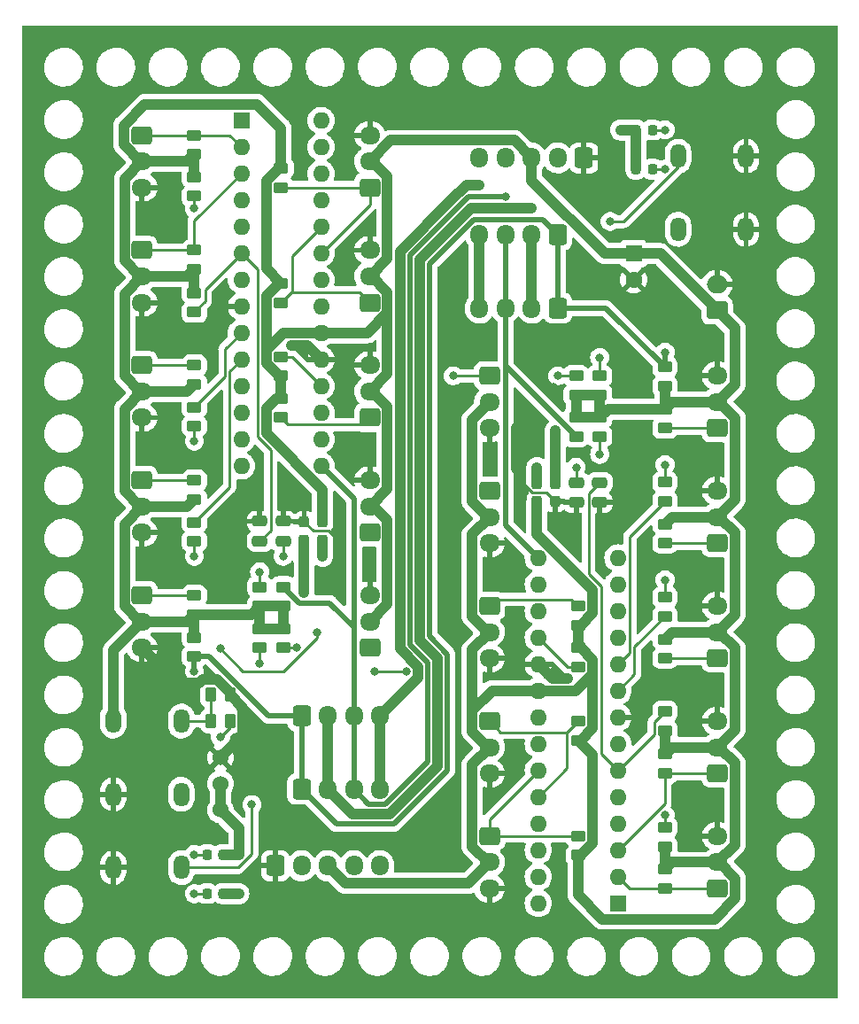
<source format=gbr>
%TF.GenerationSoftware,KiCad,Pcbnew,7.0.6*%
%TF.CreationDate,2023-12-18T00:28:03+09:00*%
%TF.ProjectId,Controller_20220713_TOINIOT2,436f6e74-726f-46c6-9c65-725f32303232,rev?*%
%TF.SameCoordinates,Original*%
%TF.FileFunction,Copper,L1,Top*%
%TF.FilePolarity,Positive*%
%FSLAX46Y46*%
G04 Gerber Fmt 4.6, Leading zero omitted, Abs format (unit mm)*
G04 Created by KiCad (PCBNEW 7.0.6) date 2023-12-18 00:28:03*
%MOMM*%
%LPD*%
G01*
G04 APERTURE LIST*
G04 Aperture macros list*
%AMRoundRect*
0 Rectangle with rounded corners*
0 $1 Rounding radius*
0 $2 $3 $4 $5 $6 $7 $8 $9 X,Y pos of 4 corners*
0 Add a 4 corners polygon primitive as box body*
4,1,4,$2,$3,$4,$5,$6,$7,$8,$9,$2,$3,0*
0 Add four circle primitives for the rounded corners*
1,1,$1+$1,$2,$3*
1,1,$1+$1,$4,$5*
1,1,$1+$1,$6,$7*
1,1,$1+$1,$8,$9*
0 Add four rect primitives between the rounded corners*
20,1,$1+$1,$2,$3,$4,$5,0*
20,1,$1+$1,$4,$5,$6,$7,0*
20,1,$1+$1,$6,$7,$8,$9,0*
20,1,$1+$1,$8,$9,$2,$3,0*%
G04 Aperture macros list end*
%TA.AperFunction,SMDPad,CuDef*%
%ADD10RoundRect,0.250000X0.450000X-0.262500X0.450000X0.262500X-0.450000X0.262500X-0.450000X-0.262500X0*%
%TD*%
%TA.AperFunction,ComponentPad*%
%ADD11RoundRect,0.250000X-0.725000X0.600000X-0.725000X-0.600000X0.725000X-0.600000X0.725000X0.600000X0*%
%TD*%
%TA.AperFunction,ComponentPad*%
%ADD12O,1.950000X1.700000*%
%TD*%
%TA.AperFunction,ComponentPad*%
%ADD13RoundRect,0.250000X-0.600000X-0.725000X0.600000X-0.725000X0.600000X0.725000X-0.600000X0.725000X0*%
%TD*%
%TA.AperFunction,ComponentPad*%
%ADD14O,1.700000X1.950000*%
%TD*%
%TA.AperFunction,SMDPad,CuDef*%
%ADD15RoundRect,0.250000X-0.475000X0.250000X-0.475000X-0.250000X0.475000X-0.250000X0.475000X0.250000X0*%
%TD*%
%TA.AperFunction,ComponentPad*%
%ADD16RoundRect,0.250000X0.600000X0.725000X-0.600000X0.725000X-0.600000X-0.725000X0.600000X-0.725000X0*%
%TD*%
%TA.AperFunction,SMDPad,CuDef*%
%ADD17RoundRect,0.250000X0.475000X-0.250000X0.475000X0.250000X-0.475000X0.250000X-0.475000X-0.250000X0*%
%TD*%
%TA.AperFunction,SMDPad,CuDef*%
%ADD18RoundRect,0.250000X-0.450000X0.262500X-0.450000X-0.262500X0.450000X-0.262500X0.450000X0.262500X0*%
%TD*%
%TA.AperFunction,SMDPad,CuDef*%
%ADD19RoundRect,0.237500X0.237500X-0.287500X0.237500X0.287500X-0.237500X0.287500X-0.237500X-0.287500X0*%
%TD*%
%TA.AperFunction,ComponentPad*%
%ADD20O,1.512000X2.300000*%
%TD*%
%TA.AperFunction,ComponentPad*%
%ADD21R,1.600000X1.600000*%
%TD*%
%TA.AperFunction,ComponentPad*%
%ADD22C,1.600000*%
%TD*%
%TA.AperFunction,ComponentPad*%
%ADD23RoundRect,0.250000X0.725000X-0.600000X0.725000X0.600000X-0.725000X0.600000X-0.725000X-0.600000X0*%
%TD*%
%TA.AperFunction,SMDPad,CuDef*%
%ADD24RoundRect,0.250000X0.262500X0.450000X-0.262500X0.450000X-0.262500X-0.450000X0.262500X-0.450000X0*%
%TD*%
%TA.AperFunction,SMDPad,CuDef*%
%ADD25RoundRect,0.250000X-0.262500X-0.450000X0.262500X-0.450000X0.262500X0.450000X-0.262500X0.450000X0*%
%TD*%
%TA.AperFunction,ComponentPad*%
%ADD26O,1.600000X1.600000*%
%TD*%
%TA.AperFunction,SMDPad,CuDef*%
%ADD27RoundRect,0.237500X-0.237500X0.287500X-0.237500X-0.287500X0.237500X-0.287500X0.237500X0.287500X0*%
%TD*%
%TA.AperFunction,SMDPad,CuDef*%
%ADD28RoundRect,0.218750X-0.218750X-0.256250X0.218750X-0.256250X0.218750X0.256250X-0.218750X0.256250X0*%
%TD*%
%TA.AperFunction,ComponentPad*%
%ADD29C,1.524000*%
%TD*%
%TA.AperFunction,SMDPad,CuDef*%
%ADD30RoundRect,0.218750X0.218750X0.256250X-0.218750X0.256250X-0.218750X-0.256250X0.218750X-0.256250X0*%
%TD*%
%TA.AperFunction,ComponentPad*%
%ADD31RoundRect,0.250000X0.750000X-0.600000X0.750000X0.600000X-0.750000X0.600000X-0.750000X-0.600000X0*%
%TD*%
%TA.AperFunction,ComponentPad*%
%ADD32O,2.000000X1.700000*%
%TD*%
%TA.AperFunction,ViaPad*%
%ADD33C,0.800000*%
%TD*%
%TA.AperFunction,Conductor*%
%ADD34C,0.250000*%
%TD*%
%TA.AperFunction,Conductor*%
%ADD35C,1.000000*%
%TD*%
%TA.AperFunction,Conductor*%
%ADD36C,0.500000*%
%TD*%
G04 APERTURE END LIST*
D10*
%TO.P,R16,1*%
%TO.N,+5V*%
X40800000Y-49500000D03*
%TO.P,R16,2*%
%TO.N,RX*%
X40800000Y-47675000D03*
%TD*%
D11*
%TO.P,CN1,1,Pin_1*%
%TO.N,AD1*%
X27500000Y-26500000D03*
D12*
%TO.P,CN1,2,Pin_2*%
%TO.N,+5V*%
X27500000Y-29000000D03*
%TO.P,CN1,3,Pin_3*%
%TO.N,GND*%
X27500000Y-31500000D03*
%TD*%
D13*
%TO.P,I2C1,1,Pin_1*%
%TO.N,SCL*%
X42750000Y-81975000D03*
D14*
%TO.P,I2C1,2,Pin_2*%
%TO.N,+5V_I2C*%
X45250000Y-81975000D03*
%TO.P,I2C1,3,Pin_3*%
%TO.N,SDA*%
X47750000Y-81975000D03*
%TO.P,I2C1,4,Pin_4*%
%TO.N,GND_I2C*%
X50250000Y-81975000D03*
%TD*%
D11*
%TO.P,CN2,1,Pin_1*%
%TO.N,AD2*%
X27500000Y-37500000D03*
D12*
%TO.P,CN2,2,Pin_2*%
%TO.N,+5V*%
X27500000Y-40000000D03*
%TO.P,CN2,3,Pin_3*%
%TO.N,GND*%
X27500000Y-42500000D03*
%TD*%
D15*
%TO.P,C6,1*%
%TO.N,MCLR_2*%
X69000000Y-59695000D03*
%TO.P,C6,2*%
%TO.N,GND*%
X69000000Y-61595000D03*
%TD*%
D10*
%TO.P,R31,1*%
%TO.N,+5V*%
X77500000Y-94500000D03*
%TO.P,R31,2*%
%TO.N,MCLR_2*%
X77500000Y-92675000D03*
%TD*%
D16*
%TO.P,I2C3,1,Pin_1*%
%TO.N,SCL*%
X67250000Y-43025000D03*
D14*
%TO.P,I2C3,2,Pin_2*%
%TO.N,+5V_I2C*%
X64750000Y-43025000D03*
%TO.P,I2C3,3,Pin_3*%
%TO.N,SDA*%
X62250000Y-43025000D03*
%TO.P,I2C3,4,Pin_4*%
%TO.N,GND_I2C*%
X59750000Y-43025000D03*
%TD*%
D17*
%TO.P,C3,1*%
%TO.N,MCLR*%
X41000000Y-65305000D03*
%TO.P,C3,2*%
%TO.N,GND*%
X41000000Y-63405000D03*
%TD*%
D18*
%TO.P,R24,1*%
%TO.N,+5V*%
X77500000Y-63675000D03*
%TO.P,R24,2*%
%TO.N,AD4_2*%
X77500000Y-65500000D03*
%TD*%
D15*
%TO.P,C5,1*%
%TO.N,RA4_2*%
X71250000Y-59695000D03*
%TO.P,C5,2*%
%TO.N,GND*%
X71250000Y-61595000D03*
%TD*%
D10*
%TO.P,R3,1*%
%TO.N,+5V*%
X32500000Y-50325000D03*
%TO.P,R3,2*%
%TO.N,AD3*%
X32500000Y-48500000D03*
%TD*%
D11*
%TO.P,CN17,1,Pin_1*%
%TO.N,AD7_2*%
X60725000Y-82500000D03*
D12*
%TO.P,CN17,2,Pin_2*%
%TO.N,+5V*%
X60725000Y-85000000D03*
%TO.P,CN17,3,Pin_3*%
%TO.N,GND*%
X60725000Y-87500000D03*
%TD*%
D19*
%TO.P,FB4,1*%
%TO.N,+5V*%
X65250000Y-61520000D03*
%TO.P,FB4,2*%
%TO.N,+5V_I2C*%
X65250000Y-59770000D03*
%TD*%
D20*
%TO.P,RESET2,1*%
%TO.N,MCLR_2*%
X78750000Y-28500000D03*
%TO.P,RESET2,2*%
%TO.N,GND*%
X85250000Y-28500000D03*
%TD*%
D18*
%TO.P,R13,1*%
%TO.N,+5V*%
X32500000Y-74500000D03*
%TO.P,R13,2*%
%TO.N,SCL*%
X32500000Y-76325000D03*
%TD*%
D10*
%TO.P,R5,1*%
%TO.N,+5V*%
X32500000Y-72325000D03*
%TO.P,R5,2*%
%TO.N,AD5*%
X32500000Y-70500000D03*
%TD*%
%TO.P,R1,1*%
%TO.N,+5V*%
X32500000Y-28325000D03*
%TO.P,R1,2*%
%TO.N,AD1*%
X32500000Y-26500000D03*
%TD*%
D18*
%TO.P,R12,1*%
%TO.N,+5V*%
X32500000Y-41587500D03*
%TO.P,R12,2*%
%TO.N,RA4*%
X32500000Y-43412500D03*
%TD*%
D20*
%TO.P,RESET,1*%
%TO.N,MCLR*%
X31250000Y-96500000D03*
%TO.P,RESET,2*%
%TO.N,GND*%
X24750000Y-96500000D03*
%TD*%
D18*
%TO.P,R38,1*%
%TO.N,Net-(GRN2-A)*%
X77500000Y-70675000D03*
%TO.P,R38,2*%
%TO.N,PWR_LED_2*%
X77500000Y-72500000D03*
%TD*%
D21*
%TO.P,C1,1*%
%TO.N,+5V*%
X74500000Y-37817621D03*
D22*
%TO.P,C1,2*%
%TO.N,GND*%
X74500000Y-40317621D03*
%TD*%
D18*
%TO.P,R6,1*%
%TO.N,+5V*%
X40800000Y-29675000D03*
%TO.P,R6,2*%
%TO.N,AD6*%
X40800000Y-31500000D03*
%TD*%
%TO.P,R21,1*%
%TO.N,+5V*%
X77500000Y-96675000D03*
%TO.P,R21,2*%
%TO.N,AD1_2*%
X77500000Y-98500000D03*
%TD*%
D10*
%TO.P,R32,1*%
%TO.N,+5V*%
X77500000Y-83412500D03*
%TO.P,R32,2*%
%TO.N,RA4_2*%
X77500000Y-81587500D03*
%TD*%
D23*
%TO.P,CN11,1,Pin_1*%
%TO.N,AD1_2*%
X82500000Y-98500000D03*
D12*
%TO.P,CN11,2,Pin_2*%
%TO.N,+5V*%
X82500000Y-96000000D03*
%TO.P,CN11,3,Pin_3*%
%TO.N,GND*%
X82500000Y-93500000D03*
%TD*%
D24*
%TO.P,R42,1*%
%TO.N,GND*%
X35912500Y-80000000D03*
%TO.P,R42,2*%
%TO.N,Net-(SW6A-B)*%
X34087500Y-80000000D03*
%TD*%
D19*
%TO.P,FB3,1*%
%TO.N,GND*%
X67000000Y-61520000D03*
%TO.P,FB3,2*%
%TO.N,GND_I2C*%
X67000000Y-59770000D03*
%TD*%
D18*
%TO.P,R25,1*%
%TO.N,+5V*%
X77500000Y-52675000D03*
%TO.P,R25,2*%
%TO.N,AD5_2*%
X77500000Y-54500000D03*
%TD*%
%TO.P,R36,1*%
%TO.N,+5V*%
X69200000Y-75500000D03*
%TO.P,R36,2*%
%TO.N,RX_2*%
X69200000Y-77325000D03*
%TD*%
D25*
%TO.P,R41,1*%
%TO.N,Net-(SW6A-B)*%
X34087500Y-82500000D03*
%TO.P,R41,2*%
%TO.N,AD10_BTN*%
X35912500Y-82500000D03*
%TD*%
D18*
%TO.P,R34,1*%
%TO.N,+5V*%
X69000000Y-53500000D03*
%TO.P,R34,2*%
%TO.N,SDA*%
X69000000Y-55325000D03*
%TD*%
D10*
%TO.P,R30,1*%
%TO.N,+5V*%
X69000000Y-51325000D03*
%TO.P,R30,2*%
%TO.N,AD10_2*%
X69000000Y-49500000D03*
%TD*%
D21*
%TO.P,U1,1,MCLR*%
%TO.N,MCLR*%
X37000000Y-25100000D03*
D26*
%TO.P,U1,2,AD1*%
%TO.N,AD1*%
X37000000Y-27640000D03*
%TO.P,U1,3,AD2*%
%TO.N,AD2*%
X37000000Y-30180000D03*
%TO.P,U1,4,AD3*%
%TO.N,AD3*%
X37000000Y-32720000D03*
%TO.P,U1,5,AD4*%
%TO.N,AD4*%
X37000000Y-35260000D03*
%TO.P,U1,6,RA4*%
%TO.N,RA4*%
X37000000Y-37800000D03*
%TO.P,U1,7,AD5*%
%TO.N,AD5*%
X37000000Y-40340000D03*
%TO.P,U1,8,GND*%
%TO.N,GND*%
X37000000Y-42880000D03*
%TO.P,U1,9,PWR_LED*%
%TO.N,PWR_LED*%
X37000000Y-45420000D03*
%TO.P,U1,10,MON_LED*%
%TO.N,MON_LED*%
X37000000Y-47960000D03*
%TO.P,U1,11,D_OUT2*%
%TO.N,unconnected-(U1-D_OUT2-Pad11)*%
X37000000Y-50500000D03*
%TO.P,U1,12,PWM_1*%
%TO.N,unconnected-(U1-PWM_1-Pad12)*%
X37000000Y-53040000D03*
%TO.P,U1,13,PWM_2*%
%TO.N,unconnected-(U1-PWM_2-Pad13)*%
X37000000Y-55580000D03*
%TO.P,U1,14,SCL*%
%TO.N,SCL*%
X37000000Y-58120000D03*
%TO.P,U1,15,SDA*%
%TO.N,SDA*%
X44620000Y-58120000D03*
%TO.P,U1,16,D_OUT1*%
%TO.N,unconnected-(U1-D_OUT1-Pad16)*%
X44620000Y-55580000D03*
%TO.P,U1,17,TX*%
%TO.N,TX*%
X44620000Y-53040000D03*
%TO.P,U1,18,RX*%
%TO.N,RX*%
X44620000Y-50500000D03*
%TO.P,U1,19,VSS*%
%TO.N,GND*%
X44620000Y-47960000D03*
%TO.P,U1,20,VDD*%
%TO.N,+5V*%
X44620000Y-45420000D03*
%TO.P,U1,21,AD10*%
%TO.N,AD10*%
X44620000Y-42880000D03*
%TO.P,U1,22,AD8*%
%TO.N,AD8*%
X44620000Y-40340000D03*
%TO.P,U1,23,AD6*%
%TO.N,AD6*%
X44620000Y-37800000D03*
%TO.P,U1,24,AD7*%
%TO.N,AD7*%
X44620000Y-35260000D03*
%TO.P,U1,25,AD9*%
%TO.N,AD9*%
X44620000Y-32720000D03*
%TO.P,U1,26,D_OUT3*%
%TO.N,unconnected-(U1-D_OUT3-Pad26)*%
X44620000Y-30180000D03*
%TO.P,U1,27,D_OUT4*%
%TO.N,unconnected-(U1-D_OUT4-Pad27)*%
X44620000Y-27640000D03*
%TO.P,U1,28,PGD*%
%TO.N,unconnected-(U1-PGD-Pad28)*%
X44620000Y-25100000D03*
%TD*%
D27*
%TO.P,FB1,1*%
%TO.N,GND*%
X43000000Y-63480000D03*
%TO.P,FB1,2*%
%TO.N,GND_I2C*%
X43000000Y-65230000D03*
%TD*%
D28*
%TO.P,RED2,1,K*%
%TO.N,LED_GND*%
X74712500Y-26000000D03*
%TO.P,RED2,2,A*%
%TO.N,Net-(RED2-A)*%
X76287500Y-26000000D03*
%TD*%
D23*
%TO.P,CN15,1,Pin_1*%
%TO.N,AD5_2*%
X82500000Y-54500000D03*
D12*
%TO.P,CN15,2,Pin_2*%
%TO.N,+5V*%
X82500000Y-52000000D03*
%TO.P,CN15,3,Pin_3*%
%TO.N,GND*%
X82500000Y-49500000D03*
%TD*%
D23*
%TO.P,CN7,1,Pin_1*%
%TO.N,AD7*%
X49275000Y-42500000D03*
D12*
%TO.P,CN7,2,Pin_2*%
%TO.N,+5V*%
X49275000Y-40000000D03*
%TO.P,CN7,3,Pin_3*%
%TO.N,GND*%
X49275000Y-37500000D03*
%TD*%
D20*
%TO.P,START,1*%
%TO.N,RA4*%
X31250000Y-89500000D03*
%TO.P,START,2*%
%TO.N,GND*%
X24750000Y-89500000D03*
%TD*%
D18*
%TO.P,R9,1*%
%TO.N,+5V*%
X38750000Y-73675000D03*
%TO.P,R9,2*%
%TO.N,AD9*%
X38750000Y-75500000D03*
%TD*%
D21*
%TO.P,U2,1,MCLR*%
%TO.N,MCLR_2*%
X73000000Y-99925000D03*
D26*
%TO.P,U2,2,AD1*%
%TO.N,AD1_2*%
X73000000Y-97385000D03*
%TO.P,U2,3,AD2*%
%TO.N,AD2_2*%
X73000000Y-94845000D03*
%TO.P,U2,4,AD3*%
%TO.N,AD3_2*%
X73000000Y-92305000D03*
%TO.P,U2,5,AD4*%
%TO.N,AD4_2*%
X73000000Y-89765000D03*
%TO.P,U2,6,RA4*%
%TO.N,RA4_2*%
X73000000Y-87225000D03*
%TO.P,U2,7,AD5*%
%TO.N,AD5_2*%
X73000000Y-84685000D03*
%TO.P,U2,8,GND*%
%TO.N,GND*%
X73000000Y-82145000D03*
%TO.P,U2,9,PWR_LED*%
%TO.N,PWR_LED_2*%
X73000000Y-79605000D03*
%TO.P,U2,10,MON_LED*%
%TO.N,MON_LED_2*%
X73000000Y-77065000D03*
%TO.P,U2,11,D_OUT2*%
%TO.N,unconnected-(U2-D_OUT2-Pad11)*%
X73000000Y-74525000D03*
%TO.P,U2,12,PWM_1*%
%TO.N,unconnected-(U2-PWM_1-Pad12)*%
X73000000Y-71985000D03*
%TO.P,U2,13,PWM_2*%
%TO.N,unconnected-(U2-PWM_2-Pad13)*%
X73000000Y-69445000D03*
%TO.P,U2,14,SCL*%
%TO.N,SCL*%
X73000000Y-66905000D03*
%TO.P,U2,15,SDA*%
%TO.N,SDA*%
X65380000Y-66905000D03*
%TO.P,U2,16,D_OUT1*%
%TO.N,unconnected-(U2-D_OUT1-Pad16)*%
X65380000Y-69445000D03*
%TO.P,U2,17,TX*%
%TO.N,TX_2*%
X65380000Y-71985000D03*
%TO.P,U2,18,RX*%
%TO.N,RX_2*%
X65380000Y-74525000D03*
%TO.P,U2,19,VSS*%
%TO.N,GND*%
X65380000Y-77065000D03*
%TO.P,U2,20,VDD*%
%TO.N,+5V*%
X65380000Y-79605000D03*
%TO.P,U2,21,AD10*%
%TO.N,AD10_2*%
X65380000Y-82145000D03*
%TO.P,U2,22,AD8*%
%TO.N,AD8_2*%
X65380000Y-84685000D03*
%TO.P,U2,23,AD6*%
%TO.N,AD6_2*%
X65380000Y-87225000D03*
%TO.P,U2,24,AD7*%
%TO.N,AD7_2*%
X65380000Y-89765000D03*
%TO.P,U2,25,AD9*%
%TO.N,AD9_2*%
X65380000Y-92305000D03*
%TO.P,U2,26,D_OUT3*%
%TO.N,unconnected-(U2-D_OUT3-Pad26)*%
X65380000Y-94845000D03*
%TO.P,U2,27,D_OUT4*%
%TO.N,unconnected-(U2-D_OUT4-Pad27)*%
X65380000Y-97385000D03*
%TO.P,U2,28,PGD*%
%TO.N,unconnected-(U2-PGD-Pad28)*%
X65380000Y-99925000D03*
%TD*%
D10*
%TO.P,R15,1*%
%TO.N,+5V*%
X38750000Y-71500000D03*
%TO.P,R15,2*%
%TO.N,TX*%
X38750000Y-69675000D03*
%TD*%
D18*
%TO.P,R22,1*%
%TO.N,+5V*%
X77500000Y-85675000D03*
%TO.P,R22,2*%
%TO.N,AD2_2*%
X77500000Y-87500000D03*
%TD*%
D11*
%TO.P,CN4,1,Pin_1*%
%TO.N,AD4*%
X27500000Y-59500000D03*
D12*
%TO.P,CN4,2,Pin_2*%
%TO.N,+5V*%
X27500000Y-62000000D03*
%TO.P,CN4,3,Pin_3*%
%TO.N,GND*%
X27500000Y-64500000D03*
%TD*%
D13*
%TO.P,SER1,1,Pin_1*%
%TO.N,GND*%
X40250000Y-96330000D03*
D14*
%TO.P,SER1,2,Pin_2*%
%TO.N,TX*%
X42750000Y-96330000D03*
%TO.P,SER1,3,Pin_3*%
%TO.N,+5V*%
X45250000Y-96330000D03*
%TO.P,SER1,4,Pin_4*%
%TO.N,unconnected-(SER1-Pin_4-Pad4)*%
X47750000Y-96330000D03*
%TO.P,SER1,5,Pin_5*%
%TO.N,RX*%
X50250000Y-96330000D03*
%TD*%
D10*
%TO.P,R27,1*%
%TO.N,+5V*%
X69200000Y-84325000D03*
%TO.P,R27,2*%
%TO.N,AD7_2*%
X69200000Y-82500000D03*
%TD*%
D18*
%TO.P,R23,1*%
%TO.N,+5V*%
X77500000Y-74675000D03*
%TO.P,R23,2*%
%TO.N,AD3_2*%
X77500000Y-76500000D03*
%TD*%
D11*
%TO.P,CN5,1,Pin_1*%
%TO.N,AD5*%
X27500000Y-70500000D03*
D12*
%TO.P,CN5,2,Pin_2*%
%TO.N,+5V*%
X27500000Y-73000000D03*
%TO.P,CN5,3,Pin_3*%
%TO.N,GND*%
X27500000Y-75500000D03*
%TD*%
D29*
%TO.P,SW5,1,A*%
%TO.N,GND*%
X35000000Y-86000000D03*
%TO.P,SW5,2,B*%
%TO.N,LED_GND*%
X35000000Y-88500000D03*
%TO.P,SW5,3,C*%
X35000000Y-91000000D03*
%TD*%
D13*
%TO.P,I2C2,1,Pin_1*%
%TO.N,SCL*%
X42750000Y-89000000D03*
D14*
%TO.P,I2C2,2,Pin_2*%
%TO.N,+5V_I2C*%
X45250000Y-89000000D03*
%TO.P,I2C2,3,Pin_3*%
%TO.N,SDA*%
X47750000Y-89000000D03*
%TO.P,I2C2,4,Pin_4*%
%TO.N,GND_I2C*%
X50250000Y-89000000D03*
%TD*%
D16*
%TO.P,I2C4,1,Pin_1*%
%TO.N,SCL*%
X67250000Y-36000000D03*
D14*
%TO.P,I2C4,2,Pin_2*%
%TO.N,+5V_I2C*%
X64750000Y-36000000D03*
%TO.P,I2C4,3,Pin_3*%
%TO.N,SDA*%
X62250000Y-36000000D03*
%TO.P,I2C4,4,Pin_4*%
%TO.N,GND_I2C*%
X59750000Y-36000000D03*
%TD*%
D10*
%TO.P,R29,1*%
%TO.N,+5V*%
X71250000Y-51325000D03*
%TO.P,R29,2*%
%TO.N,AD9_2*%
X71250000Y-49500000D03*
%TD*%
D23*
%TO.P,CN6,1,Pin_1*%
%TO.N,AD6*%
X49275000Y-31500000D03*
D12*
%TO.P,CN6,2,Pin_2*%
%TO.N,+5V*%
X49275000Y-29000000D03*
%TO.P,CN6,3,Pin_3*%
%TO.N,GND*%
X49275000Y-26500000D03*
%TD*%
D10*
%TO.P,R17,1*%
%TO.N,Net-(RED1-A)*%
X32500000Y-65325000D03*
%TO.P,R17,2*%
%TO.N,MON_LED*%
X32500000Y-63500000D03*
%TD*%
D30*
%TO.P,RED,1,K*%
%TO.N,LED_GND*%
X35287500Y-99000000D03*
%TO.P,RED,2,A*%
%TO.N,Net-(RED1-A)*%
X33712500Y-99000000D03*
%TD*%
D23*
%TO.P,CN13,1,Pin_1*%
%TO.N,AD3_2*%
X82500000Y-76500000D03*
D12*
%TO.P,CN13,2,Pin_2*%
%TO.N,+5V*%
X82500000Y-74000000D03*
%TO.P,CN13,3,Pin_3*%
%TO.N,GND*%
X82500000Y-71500000D03*
%TD*%
D18*
%TO.P,R10,1*%
%TO.N,+5V*%
X41000000Y-73675000D03*
%TO.P,R10,2*%
%TO.N,AD10*%
X41000000Y-75500000D03*
%TD*%
D11*
%TO.P,CN20,1,Pin_1*%
%TO.N,AD10_2*%
X60725000Y-49500000D03*
D12*
%TO.P,CN20,2,Pin_2*%
%TO.N,+5V*%
X60725000Y-52000000D03*
%TO.P,CN20,3,Pin_3*%
%TO.N,GND*%
X60725000Y-54500000D03*
%TD*%
D18*
%TO.P,R8,1*%
%TO.N,+5V*%
X40800000Y-51675000D03*
%TO.P,R8,2*%
%TO.N,AD8*%
X40800000Y-53500000D03*
%TD*%
D23*
%TO.P,CN14,1,Pin_1*%
%TO.N,AD4_2*%
X82500000Y-65500000D03*
D12*
%TO.P,CN14,2,Pin_2*%
%TO.N,+5V*%
X82500000Y-63000000D03*
%TO.P,CN14,3,Pin_3*%
%TO.N,GND*%
X82500000Y-60500000D03*
%TD*%
D20*
%TO.P,BTN-CN10,1,A*%
%TO.N,+5V*%
X24750000Y-82500000D03*
%TO.P,BTN-CN10,2,B*%
%TO.N,Net-(SW6A-B)*%
X31250000Y-82500000D03*
%TD*%
%TO.P,START2,1*%
%TO.N,RA4_2*%
X78750000Y-35500000D03*
%TO.P,START2,2*%
%TO.N,GND*%
X85250000Y-35500000D03*
%TD*%
D18*
%TO.P,R35,1*%
%TO.N,+5V*%
X71250000Y-53500000D03*
%TO.P,R35,2*%
%TO.N,TX_2*%
X71250000Y-55325000D03*
%TD*%
D17*
%TO.P,C2,1*%
%TO.N,RA4*%
X38750000Y-65305000D03*
%TO.P,C2,2*%
%TO.N,GND*%
X38750000Y-63405000D03*
%TD*%
D10*
%TO.P,R33,1*%
%TO.N,+5V*%
X77500000Y-50500000D03*
%TO.P,R33,2*%
%TO.N,SCL*%
X77500000Y-48675000D03*
%TD*%
%TO.P,R4,1*%
%TO.N,+5V*%
X32500000Y-61325000D03*
%TO.P,R4,2*%
%TO.N,AD4*%
X32500000Y-59500000D03*
%TD*%
D31*
%TO.P,J1,1,Pin_1*%
%TO.N,+5V*%
X82475000Y-43250000D03*
D32*
%TO.P,J1,2,Pin_2*%
%TO.N,GND*%
X82475000Y-40750000D03*
%TD*%
D23*
%TO.P,CN9,1,Pin_1*%
%TO.N,AD9*%
X49275000Y-64500000D03*
D12*
%TO.P,CN9,2,Pin_2*%
%TO.N,+5V*%
X49275000Y-62000000D03*
%TO.P,CN9,3,Pin_3*%
%TO.N,GND*%
X49275000Y-59500000D03*
%TD*%
D16*
%TO.P,SER2,1,Pin_1*%
%TO.N,GND*%
X69750000Y-28670000D03*
D14*
%TO.P,SER2,2,Pin_2*%
%TO.N,TX_2*%
X67250000Y-28670000D03*
%TO.P,SER2,3,Pin_3*%
%TO.N,+5V*%
X64750000Y-28670000D03*
%TO.P,SER2,4,Pin_4*%
%TO.N,unconnected-(SER2-Pin_4-Pad4)*%
X62250000Y-28670000D03*
%TO.P,SER2,5,Pin_5*%
%TO.N,RX_2*%
X59750000Y-28670000D03*
%TD*%
D10*
%TO.P,R18,1*%
%TO.N,Net-(GRN1-A)*%
X32500000Y-54325000D03*
%TO.P,R18,2*%
%TO.N,PWR_LED*%
X32500000Y-52500000D03*
%TD*%
D30*
%TO.P,GRN,1,K*%
%TO.N,LED_GND*%
X35287500Y-95250000D03*
%TO.P,GRN,2,A*%
%TO.N,Net-(GRN1-A)*%
X33712500Y-95250000D03*
%TD*%
D11*
%TO.P,CN18,1,Pin_1*%
%TO.N,AD8_2*%
X60725000Y-71500000D03*
D12*
%TO.P,CN18,2,Pin_2*%
%TO.N,+5V*%
X60725000Y-74000000D03*
%TO.P,CN18,3,Pin_3*%
%TO.N,GND*%
X60725000Y-76500000D03*
%TD*%
D10*
%TO.P,R2,1*%
%TO.N,+5V*%
X32500000Y-39325000D03*
%TO.P,R2,2*%
%TO.N,AD2*%
X32500000Y-37500000D03*
%TD*%
D23*
%TO.P,CN12,1,Pin_1*%
%TO.N,AD2_2*%
X82500000Y-87500000D03*
D12*
%TO.P,CN12,2,Pin_2*%
%TO.N,+5V*%
X82500000Y-85000000D03*
%TO.P,CN12,3,Pin_3*%
%TO.N,GND*%
X82500000Y-82500000D03*
%TD*%
D10*
%TO.P,R28,1*%
%TO.N,+5V*%
X69200000Y-73325000D03*
%TO.P,R28,2*%
%TO.N,AD8_2*%
X69200000Y-71500000D03*
%TD*%
D27*
%TO.P,FB2,1*%
%TO.N,+5V*%
X44750000Y-63480000D03*
%TO.P,FB2,2*%
%TO.N,+5V_I2C*%
X44750000Y-65230000D03*
%TD*%
D11*
%TO.P,CN19,1,Pin_1*%
%TO.N,AD9_2*%
X60725000Y-60500000D03*
D12*
%TO.P,CN19,2,Pin_2*%
%TO.N,+5V*%
X60725000Y-63000000D03*
%TO.P,CN19,3,Pin_3*%
%TO.N,GND*%
X60725000Y-65500000D03*
%TD*%
D18*
%TO.P,R37,1*%
%TO.N,Net-(RED2-A)*%
X77500000Y-59675000D03*
%TO.P,R37,2*%
%TO.N,MON_LED_2*%
X77500000Y-61500000D03*
%TD*%
D11*
%TO.P,CN3,1,Pin_1*%
%TO.N,AD3*%
X27500000Y-48500000D03*
D12*
%TO.P,CN3,2,Pin_2*%
%TO.N,+5V*%
X27500000Y-51000000D03*
%TO.P,CN3,3,Pin_3*%
%TO.N,GND*%
X27500000Y-53500000D03*
%TD*%
D23*
%TO.P,CN8,1,Pin_1*%
%TO.N,AD8*%
X49275000Y-53500000D03*
D12*
%TO.P,CN8,2,Pin_2*%
%TO.N,+5V*%
X49275000Y-51000000D03*
%TO.P,CN8,3,Pin_3*%
%TO.N,GND*%
X49275000Y-48500000D03*
%TD*%
D28*
%TO.P,GRN2,1,K*%
%TO.N,LED_GND*%
X74712500Y-29750000D03*
%TO.P,GRN2,2,A*%
%TO.N,Net-(GRN2-A)*%
X76287500Y-29750000D03*
%TD*%
D18*
%TO.P,R11,1*%
%TO.N,+5V*%
X32500000Y-30500000D03*
%TO.P,R11,2*%
%TO.N,MCLR*%
X32500000Y-32325000D03*
%TD*%
D11*
%TO.P,CN16,1,Pin_1*%
%TO.N,AD6_2*%
X60725000Y-93500000D03*
D12*
%TO.P,CN16,2,Pin_2*%
%TO.N,+5V*%
X60725000Y-96000000D03*
%TO.P,CN16,3,Pin_3*%
%TO.N,GND*%
X60725000Y-98500000D03*
%TD*%
D23*
%TO.P,CN10,1,Pin_1*%
%TO.N,Net-(CN10-Pin_1)*%
X49275000Y-75500000D03*
D12*
%TO.P,CN10,2,Pin_2*%
%TO.N,+5V*%
X49275000Y-73000000D03*
%TO.P,CN10,3,Pin_3*%
%TO.N,GND*%
X49275000Y-70500000D03*
%TD*%
D10*
%TO.P,R26,1*%
%TO.N,+5V*%
X69200000Y-95325000D03*
%TO.P,R26,2*%
%TO.N,AD6_2*%
X69200000Y-93500000D03*
%TD*%
%TO.P,R14,1*%
%TO.N,+5V*%
X41000000Y-71500000D03*
%TO.P,R14,2*%
%TO.N,SDA*%
X41000000Y-69675000D03*
%TD*%
D18*
%TO.P,R7,1*%
%TO.N,+5V*%
X40800000Y-40675000D03*
%TO.P,R7,2*%
%TO.N,AD7*%
X40800000Y-42500000D03*
%TD*%
D33*
%TO.N,AD9*%
X38750000Y-77000000D03*
%TO.N,AD10*%
X49750000Y-77750000D03*
X42250000Y-75500000D03*
X52750000Y-77750000D03*
%TO.N,SCL*%
X32500000Y-77750000D03*
X77500000Y-47250000D03*
%TO.N,SDA*%
X62250000Y-32400500D03*
%TO.N,MCLR*%
X38000000Y-90500000D03*
X32500000Y-33500000D03*
X41000000Y-66750000D03*
%TO.N,TX*%
X38750000Y-68250000D03*
%TO.N,GND_I2C*%
X59750000Y-31250000D03*
X67000000Y-54750000D03*
X43000000Y-70250000D03*
%TO.N,Net-(GRN1-A)*%
X32500000Y-95250000D03*
X32500000Y-55750000D03*
%TO.N,Net-(GRN2-A)*%
X77500000Y-69000000D03*
X77500000Y-29750000D03*
%TO.N,Net-(RED1-A)*%
X32500000Y-99000000D03*
X32500000Y-66750000D03*
%TO.N,Net-(RED2-A)*%
X77500000Y-58000000D03*
X77500000Y-26000000D03*
%TO.N,AD9_2*%
X71250000Y-47750000D03*
%TO.N,AD10_2*%
X57250000Y-49500000D03*
X67250000Y-49500000D03*
%TO.N,+5V_I2C*%
X65250000Y-58250000D03*
X64750000Y-33500000D03*
X44750000Y-66750000D03*
%TO.N,LED_GND*%
X36750000Y-99000000D03*
X36750000Y-95250000D03*
X73250000Y-26000000D03*
%TO.N,MCLR_2*%
X77500000Y-91500000D03*
X72250000Y-34750000D03*
X69000000Y-58250000D03*
%TO.N,TX_2*%
X71250000Y-57000000D03*
%TO.N,GND*%
X79750000Y-66750000D03*
X43000000Y-93000000D03*
X42000000Y-60750000D03*
X66800000Y-50600000D03*
X68155000Y-78405000D03*
X65800000Y-50600000D03*
X38750000Y-60750000D03*
X80000000Y-56000000D03*
X46500000Y-70500000D03*
X46500000Y-65500000D03*
X63250000Y-58400000D03*
X38750000Y-61750000D03*
X41750000Y-46595000D03*
X32500000Y-46000000D03*
X71250000Y-63000000D03*
X68800000Y-32200000D03*
X63250000Y-54500000D03*
X69000000Y-63000000D03*
X66800000Y-51600000D03*
X78750000Y-66750000D03*
X36000000Y-66400000D03*
X78750000Y-67750000D03*
%TO.N,AD10_BTN*%
X44250000Y-74000000D03*
X35000000Y-75600000D03*
X35000000Y-84000000D03*
%TD*%
D34*
%TO.N,AD1*%
X35885000Y-26500000D02*
X37000000Y-27615000D01*
X27500000Y-26500000D02*
X32500000Y-26500000D01*
X32500000Y-26500000D02*
X35885000Y-26500000D01*
D35*
%TO.N,+5V*%
X82668503Y-74000000D02*
X84175000Y-75506497D01*
X45250000Y-96330000D02*
X46925000Y-98005000D01*
X69000000Y-53500000D02*
X69000000Y-51325000D01*
X41023997Y-45395000D02*
X44620000Y-45395000D01*
X82500000Y-52000000D02*
X82668503Y-52000000D01*
X49048503Y-45395000D02*
X50950000Y-43493503D01*
X40325000Y-51675000D02*
X39400000Y-52600000D01*
X49275000Y-40000000D02*
X49443503Y-40000000D01*
X27500000Y-51000000D02*
X27331497Y-51000000D01*
X41000000Y-71500000D02*
X41000000Y-73675000D01*
X49650000Y-62000000D02*
X49275000Y-62000000D01*
X39400000Y-55021321D02*
X44750000Y-60371321D01*
X27756497Y-23575000D02*
X25750000Y-25581497D01*
X82243503Y-101425000D02*
X84200000Y-99468503D01*
X50950000Y-71325000D02*
X50950000Y-63300000D01*
X38750000Y-71500000D02*
X38750000Y-73675000D01*
X65380000Y-79605000D02*
X68976003Y-79605000D01*
X69431003Y-75500000D02*
X69200000Y-75500000D01*
X32500000Y-28325000D02*
X32500000Y-30500000D01*
X40568997Y-40675000D02*
X40800000Y-40675000D01*
X82668503Y-85000000D02*
X84175000Y-86506497D01*
X69200000Y-84325000D02*
X69431003Y-84325000D01*
X84175000Y-64506497D02*
X84175000Y-72325000D01*
X82668503Y-96000000D02*
X82500000Y-96000000D01*
X82500000Y-52000000D02*
X84175000Y-50325000D01*
X71500000Y-101425000D02*
X82243503Y-101425000D01*
X84175000Y-61325000D02*
X82500000Y-63000000D01*
X39400000Y-41843997D02*
X40568997Y-40675000D01*
X25825000Y-52675000D02*
X27500000Y-51000000D01*
X44620000Y-45395000D02*
X49048503Y-45395000D01*
X72075000Y-52675000D02*
X77500000Y-52675000D01*
X25825000Y-49493503D02*
X25825000Y-41675000D01*
X84175000Y-86506497D02*
X84175000Y-94325000D01*
X82500000Y-85000000D02*
X78175000Y-85000000D01*
X82500000Y-74000000D02*
X82668503Y-74000000D01*
X84175000Y-83325000D02*
X82500000Y-85000000D01*
X69200000Y-99125000D02*
X71500000Y-101425000D01*
X51280000Y-26995000D02*
X63075000Y-26995000D01*
X71250000Y-53500000D02*
X71250000Y-51325000D01*
X24750000Y-82500000D02*
X24750000Y-75750000D01*
X60556497Y-74000000D02*
X59050000Y-72493503D01*
X31825000Y-29000000D02*
X32500000Y-28325000D01*
X31825000Y-51000000D02*
X32500000Y-50325000D01*
X32500000Y-72325000D02*
X37925000Y-72325000D01*
X60725000Y-74000000D02*
X60556497Y-74000000D01*
X60556497Y-85000000D02*
X59050000Y-83493503D01*
X70600000Y-72156003D02*
X69431002Y-73325000D01*
X84200000Y-99468503D02*
X84200000Y-97531497D01*
X40800000Y-40675000D02*
X39400000Y-39275000D01*
X82500000Y-85000000D02*
X82668503Y-85000000D01*
X69431003Y-84325000D02*
X70600000Y-83156003D01*
X39400000Y-48331003D02*
X39400000Y-41843997D01*
X25825000Y-63675000D02*
X27500000Y-62000000D01*
X27331497Y-51000000D02*
X25825000Y-49493503D01*
X70600000Y-94156003D02*
X70600000Y-85725000D01*
X49443503Y-40000000D02*
X50950000Y-41506497D01*
X60725000Y-85000000D02*
X60556497Y-85000000D01*
X59050000Y-64675000D02*
X60725000Y-63000000D01*
X69200000Y-95325000D02*
X69200000Y-99125000D01*
X40568997Y-29675000D02*
X40800000Y-29675000D01*
X71250000Y-51325000D02*
X69000000Y-51325000D01*
X27500000Y-51000000D02*
X31825000Y-51000000D01*
X50950000Y-49325000D02*
X49275000Y-51000000D01*
X31825000Y-73000000D02*
X32500000Y-72325000D01*
X82500000Y-74000000D02*
X78175000Y-74000000D01*
X49275000Y-29000000D02*
X49500000Y-29000000D01*
X64750000Y-28670000D02*
X64750000Y-30831497D01*
X50950000Y-30450000D02*
X50950000Y-38325000D01*
X25750000Y-25581497D02*
X25750000Y-27418503D01*
X84175000Y-94325000D02*
X82500000Y-96000000D01*
X60556497Y-96000000D02*
X59050000Y-94493503D01*
X25750000Y-27418503D02*
X27331497Y-29000000D01*
X59050000Y-75675000D02*
X60725000Y-74000000D01*
X38750000Y-73675000D02*
X41000000Y-73675000D01*
X49500000Y-29000000D02*
X50950000Y-30450000D01*
X25825000Y-30675000D02*
X27500000Y-29000000D01*
X49275000Y-29000000D02*
X51280000Y-26995000D01*
X39400000Y-52600000D02*
X39400000Y-55021321D01*
X46925000Y-98005000D02*
X58720000Y-98005000D01*
X40800000Y-51675000D02*
X40325000Y-51675000D01*
X58720000Y-98005000D02*
X60725000Y-96000000D01*
X31825000Y-62000000D02*
X32500000Y-61325000D01*
X59050000Y-72493503D02*
X59050000Y-64675000D01*
X82668503Y-52000000D02*
X84175000Y-53506497D01*
X82668503Y-63000000D02*
X84175000Y-64506497D01*
X63075000Y-26995000D02*
X64750000Y-28670000D01*
X64750000Y-30831497D02*
X71736124Y-37817621D01*
X27500000Y-62000000D02*
X31825000Y-62000000D01*
X49275000Y-73000000D02*
X50950000Y-71325000D01*
X65250000Y-64653679D02*
X70600000Y-70003679D01*
X84175000Y-50325000D02*
X84175000Y-44950000D01*
X40568997Y-49500000D02*
X39400000Y-48331003D01*
X70600000Y-83156003D02*
X70600000Y-76668997D01*
X70600000Y-76668997D02*
X69431003Y-75500000D01*
X49500000Y-51000000D02*
X50950000Y-52450000D01*
X68976003Y-79605000D02*
X70600000Y-77981003D01*
X60556496Y-85000000D02*
X60725000Y-85000000D01*
X44750000Y-60371321D02*
X44750000Y-63480000D01*
X59050000Y-83493503D02*
X59050000Y-75675000D01*
X69200000Y-95325000D02*
X69431003Y-95325000D01*
X25825000Y-71493503D02*
X25825000Y-63675000D01*
X27500000Y-40000000D02*
X31825000Y-40000000D01*
X69431003Y-95325000D02*
X70600000Y-94156003D01*
X78175000Y-63000000D02*
X77500000Y-63675000D01*
X27331497Y-62000000D02*
X25825000Y-60493503D01*
X82500000Y-63000000D02*
X78175000Y-63000000D01*
X71736124Y-37817621D02*
X74500000Y-37817621D01*
X69000000Y-53500000D02*
X71250000Y-53500000D01*
X38500000Y-23575000D02*
X27756497Y-23575000D01*
X27500000Y-29000000D02*
X31825000Y-29000000D01*
X31825000Y-40000000D02*
X32500000Y-39325000D01*
X27500000Y-40000000D02*
X27331497Y-40000000D01*
X50950000Y-38325000D02*
X49275000Y-40000000D01*
X77500000Y-83412500D02*
X77500000Y-85675000D01*
X69200000Y-75500000D02*
X69200000Y-73325000D01*
X60951497Y-79605000D02*
X59050000Y-81506497D01*
X39400000Y-39275000D02*
X39400000Y-30843997D01*
X40800000Y-29675000D02*
X40800000Y-25875000D01*
X27331497Y-73000000D02*
X25825000Y-71493503D01*
X40800000Y-49500000D02*
X40568997Y-49500000D01*
X27331497Y-29000000D02*
X27500000Y-29000000D01*
X32500000Y-39325000D02*
X32500000Y-41587500D01*
X60725000Y-63000000D02*
X60556497Y-63000000D01*
X59050000Y-53675000D02*
X60725000Y-52000000D01*
X77042621Y-37817621D02*
X74500000Y-37817621D01*
X24750000Y-75750000D02*
X27500000Y-73000000D01*
X59050000Y-94493503D02*
X59050000Y-86675000D01*
X50950000Y-63300000D02*
X49650000Y-62000000D01*
X27500000Y-73000000D02*
X27331497Y-73000000D01*
X82500000Y-96000000D02*
X78175000Y-96000000D01*
X40800000Y-51675000D02*
X40800000Y-49500000D01*
X82500000Y-52000000D02*
X78175000Y-52000000D01*
X59050000Y-61493503D02*
X59050000Y-53675000D01*
X27500000Y-62000000D02*
X27331497Y-62000000D01*
X70600000Y-85725000D02*
X69200000Y-84325000D01*
X78175000Y-52000000D02*
X77500000Y-52675000D01*
X84175000Y-53506497D02*
X84175000Y-61325000D01*
X39400000Y-30843997D02*
X40568997Y-29675000D01*
X50950000Y-41506497D02*
X50950000Y-49325000D01*
X69431002Y-73325000D02*
X69200000Y-73325000D01*
X49275000Y-51000000D02*
X49500000Y-51000000D01*
X27500000Y-73000000D02*
X31825000Y-73000000D01*
X50950000Y-60325000D02*
X49275000Y-62000000D01*
X82475000Y-43250000D02*
X77042621Y-37817621D01*
X37925000Y-72325000D02*
X38750000Y-71500000D01*
X84200000Y-97531497D02*
X82668503Y-96000000D01*
X65250000Y-61520000D02*
X65250000Y-64653679D01*
X59050000Y-86675000D02*
X60725000Y-85000000D01*
X84175000Y-75506497D02*
X84175000Y-83325000D01*
X65380000Y-79605000D02*
X60951497Y-79605000D01*
X78175000Y-74000000D02*
X77500000Y-74675000D01*
X40800000Y-25875000D02*
X38500000Y-23575000D01*
X84175000Y-72325000D02*
X82500000Y-74000000D01*
X25825000Y-60493503D02*
X25825000Y-52675000D01*
X60556497Y-63000000D02*
X59050000Y-61493503D01*
X50950000Y-52450000D02*
X50950000Y-60325000D01*
X77500000Y-52675000D02*
X77500000Y-50500000D01*
X70600000Y-70003679D02*
X70600000Y-72156003D01*
X82500000Y-63000000D02*
X82668503Y-63000000D01*
X32500000Y-72325000D02*
X32500000Y-74500000D01*
X78175000Y-96000000D02*
X77500000Y-96675000D01*
X84175000Y-44950000D02*
X82475000Y-43250000D01*
X27331497Y-40000000D02*
X25825000Y-38493503D01*
X25825000Y-41675000D02*
X27500000Y-40000000D01*
X38750000Y-71500000D02*
X41000000Y-71500000D01*
X41023997Y-45395000D02*
X39400000Y-47018997D01*
X77500000Y-96675000D02*
X77500000Y-94500000D01*
X78175000Y-85000000D02*
X77500000Y-85675000D01*
X60725000Y-96000000D02*
X60556497Y-96000000D01*
X71250000Y-53500000D02*
X72075000Y-52675000D01*
X25825000Y-38493503D02*
X25825000Y-30675000D01*
D34*
%TO.N,AD2*%
X32500000Y-34655000D02*
X37000000Y-30155000D01*
X32500000Y-37500000D02*
X32500000Y-34655000D01*
X27500000Y-37500000D02*
X32500000Y-37500000D01*
%TO.N,AD3*%
X27500000Y-48500000D02*
X32500000Y-48500000D01*
%TO.N,AD4*%
X27500000Y-59500000D02*
X32500000Y-59500000D01*
%TO.N,AD5*%
X27500000Y-70500000D02*
X32500000Y-70500000D01*
%TO.N,AD6*%
X49275000Y-33120000D02*
X44620000Y-37775000D01*
X49275000Y-31500000D02*
X49275000Y-33120000D01*
X40800000Y-31500000D02*
X49275000Y-31500000D01*
%TO.N,AD7*%
X41825000Y-38030000D02*
X44620000Y-35235000D01*
X41775000Y-41525000D02*
X48300000Y-41525000D01*
X41570000Y-41730000D02*
X41775000Y-41525000D01*
X41775000Y-41525000D02*
X41825000Y-41475000D01*
X41825000Y-41475000D02*
X41825000Y-38030000D01*
X48300000Y-41525000D02*
X49275000Y-42500000D01*
X40800000Y-42500000D02*
X41570000Y-41730000D01*
%TO.N,AD8*%
X40800000Y-53500000D02*
X41465000Y-54165000D01*
X48610000Y-54165000D02*
X49275000Y-53500000D01*
X41465000Y-54165000D02*
X48610000Y-54165000D01*
%TO.N,AD9*%
X38750000Y-75500000D02*
X38750000Y-77000000D01*
%TO.N,AD10*%
X49750000Y-77750000D02*
X52750000Y-77750000D01*
X42250000Y-75500000D02*
X41000000Y-75500000D01*
D36*
%TO.N,SCL*%
X42750000Y-89000000D02*
X46075000Y-92325000D01*
X33939949Y-76325000D02*
X39589949Y-81975000D01*
X67250000Y-36000000D02*
X67250000Y-43025000D01*
X42750000Y-81975000D02*
X42750000Y-89000000D01*
X32500000Y-76325000D02*
X32500000Y-77750000D01*
X77500000Y-48675000D02*
X77500000Y-47250000D01*
X65825000Y-34575000D02*
X67250000Y-36000000D01*
X59211522Y-34575000D02*
X65825000Y-34575000D01*
X56700000Y-87200483D02*
X56700000Y-76113859D01*
X39589949Y-81975000D02*
X42750000Y-81975000D01*
X56700000Y-76113859D02*
X55000000Y-74413859D01*
X55000000Y-38786522D02*
X59211522Y-34575000D01*
X71850000Y-43025000D02*
X67250000Y-43025000D01*
X46075000Y-92325000D02*
X51575484Y-92325000D01*
X51575484Y-92325000D02*
X56700000Y-87200483D01*
X55000000Y-74413859D02*
X55000000Y-38786522D01*
X32500000Y-76325000D02*
X33939949Y-76325000D01*
X71850000Y-43025000D02*
X77500000Y-48675000D01*
%TO.N,SDA*%
X55674759Y-35424759D02*
X58699018Y-32400500D01*
X53100000Y-49750000D02*
X53100000Y-37999518D01*
X49175000Y-90425000D02*
X50788478Y-90425000D01*
X53100000Y-50893502D02*
X53100000Y-50350000D01*
X53100000Y-75200863D02*
X53100000Y-50893502D01*
X62250000Y-48575000D02*
X62250000Y-63775000D01*
X62250000Y-43025000D02*
X62250000Y-48575000D01*
X47750000Y-89000000D02*
X47750000Y-81975000D01*
X50788478Y-90425000D02*
X54800000Y-86413478D01*
X47750000Y-81975000D02*
X47750000Y-73500000D01*
X62250000Y-43025000D02*
X62250000Y-36000000D01*
X62250000Y-48575000D02*
X69000000Y-55325000D01*
X54800000Y-76900863D02*
X53100000Y-75200863D01*
X47750000Y-89000000D02*
X49175000Y-90425000D01*
X62250000Y-63775000D02*
X65380000Y-66905000D01*
X42525000Y-71200000D02*
X45450000Y-71200000D01*
X45450000Y-71200000D02*
X47750000Y-73500000D01*
X47750000Y-73500000D02*
X47750000Y-61225000D01*
X47750000Y-61225000D02*
X44620000Y-58095000D01*
X54800000Y-86413478D02*
X54800000Y-76900863D01*
X58699018Y-32400500D02*
X62250000Y-32400500D01*
X41000000Y-69675000D02*
X42525000Y-71200000D01*
X53100000Y-37999518D02*
X55674759Y-35424759D01*
X53100000Y-50350000D02*
X53100000Y-49750000D01*
D34*
%TO.N,RA4*%
X39800000Y-64255000D02*
X38750000Y-65305000D01*
X39800000Y-56588047D02*
X39800000Y-64255000D01*
X38575000Y-55363047D02*
X39800000Y-56588047D01*
X37000000Y-37775000D02*
X38575000Y-39350000D01*
X38575000Y-39350000D02*
X38575000Y-55363047D01*
X33525000Y-41250000D02*
X37000000Y-37775000D01*
X32500000Y-43412500D02*
X33525000Y-42387500D01*
X33525000Y-42387500D02*
X33525000Y-41250000D01*
%TO.N,MCLR*%
X32500000Y-32325000D02*
X32500000Y-33500000D01*
X38000000Y-95166726D02*
X38000000Y-93750000D01*
X41000000Y-65305000D02*
X41000000Y-66750000D01*
X38000000Y-90500000D02*
X38000000Y-93781479D01*
X31250000Y-96500000D02*
X36666726Y-96500000D01*
X36666726Y-96500000D02*
X38000000Y-95166726D01*
%TO.N,TX*%
X38750000Y-69675000D02*
X38750000Y-68250000D01*
%TO.N,RX*%
X41820000Y-47675000D02*
X44620000Y-50475000D01*
X40800000Y-47675000D02*
X41820000Y-47675000D01*
D35*
%TO.N,GND_I2C*%
X53850000Y-77294365D02*
X52150000Y-75594365D01*
X52150000Y-37606016D02*
X57003008Y-32753008D01*
X52150000Y-43600000D02*
X52150000Y-37606016D01*
X67000000Y-59770000D02*
X67000000Y-54750000D01*
X52150000Y-75594365D02*
X52150000Y-43600000D01*
X43000000Y-65230000D02*
X43000000Y-70250000D01*
X53850000Y-78375000D02*
X53850000Y-77294365D01*
X50250000Y-81975000D02*
X53850000Y-78375000D01*
X50250000Y-81975000D02*
X50250000Y-89000000D01*
X58506016Y-31250000D02*
X59750000Y-31250000D01*
X57003008Y-32753008D02*
X58506016Y-31250000D01*
X59750000Y-43025000D02*
X59750000Y-36000000D01*
D34*
%TO.N,Net-(GRN1-A)*%
X32500000Y-95250000D02*
X33712500Y-95250000D01*
X32500000Y-54325000D02*
X32500000Y-55750000D01*
%TO.N,Net-(GRN2-A)*%
X77500000Y-69000000D02*
X77500000Y-70675000D01*
X76287500Y-29750000D02*
X77500000Y-29750000D01*
%TO.N,Net-(RED1-A)*%
X32500000Y-99000000D02*
X33712500Y-99000000D01*
X32500000Y-65325000D02*
X32500000Y-66750000D01*
%TO.N,Net-(RED2-A)*%
X76287500Y-26000000D02*
X77500000Y-26000000D01*
X77500000Y-59675000D02*
X77500000Y-58000000D01*
%TO.N,AD1_2*%
X74115000Y-98500000D02*
X82500000Y-98500000D01*
X73000000Y-97385000D02*
X74115000Y-98500000D01*
%TO.N,AD2_2*%
X77500000Y-87500000D02*
X77500000Y-90345000D01*
X77500000Y-87500000D02*
X82500000Y-87500000D01*
X77500000Y-90345000D02*
X73000000Y-94845000D01*
%TO.N,AD3_2*%
X82500000Y-76500000D02*
X77500000Y-76500000D01*
%TO.N,AD4_2*%
X77500000Y-65500000D02*
X82500000Y-65500000D01*
%TO.N,AD5_2*%
X82500000Y-54500000D02*
X77500000Y-54500000D01*
%TO.N,AD6_2*%
X60725000Y-91880000D02*
X65380000Y-87225000D01*
X60725000Y-93500000D02*
X69200000Y-93500000D01*
X60725000Y-93500000D02*
X60725000Y-91880000D01*
%TO.N,AD7_2*%
X69200000Y-82500000D02*
X68140000Y-83560000D01*
X68140000Y-83560000D02*
X68140000Y-87005000D01*
X68140000Y-87005000D02*
X65380000Y-89765000D01*
X68140000Y-83560000D02*
X61785000Y-83560000D01*
X61785000Y-83560000D02*
X60725000Y-82500000D01*
%TO.N,AD8_2*%
X61365000Y-70860000D02*
X68560000Y-70860000D01*
X60725000Y-71500000D02*
X61365000Y-70860000D01*
X68560000Y-70860000D02*
X69200000Y-71500000D01*
%TO.N,AD9_2*%
X71250000Y-47750000D02*
X71250000Y-49500000D01*
%TO.N,AD10_2*%
X57250000Y-49500000D02*
X60725000Y-49500000D01*
X67250000Y-49500000D02*
X69000000Y-49500000D01*
D35*
%TO.N,+5V_I2C*%
X54050000Y-74807361D02*
X54050000Y-51287004D01*
X55750000Y-86806980D02*
X55750000Y-76507361D01*
X64750000Y-36000000D02*
X64750000Y-43025000D01*
X54050000Y-42200000D02*
X54050000Y-40750000D01*
X45250000Y-81975000D02*
X45250000Y-89000000D01*
X51181981Y-91375000D02*
X55750000Y-86806980D01*
X45250000Y-89000000D02*
X47625000Y-91375000D01*
X54050000Y-38393020D02*
X57721510Y-34721510D01*
X44750000Y-65230000D02*
X44750000Y-66750000D01*
X54050000Y-40750000D02*
X54050000Y-38393020D01*
X57721510Y-34721510D02*
X58943020Y-33500000D01*
X54050000Y-51287004D02*
X54050000Y-42200000D01*
X58943020Y-33500000D02*
X64750000Y-33500000D01*
X55750000Y-76507361D02*
X54050000Y-74807361D01*
X65250000Y-58250000D02*
X65250000Y-59770000D01*
X47625000Y-91375000D02*
X51181981Y-91375000D01*
%TO.N,LED_GND*%
X74712500Y-29750000D02*
X74712500Y-26000000D01*
X35000000Y-88500000D02*
X35000000Y-91000000D01*
X35287500Y-99000000D02*
X36750000Y-99000000D01*
X36750000Y-92750000D02*
X35000000Y-91000000D01*
X74712500Y-26000000D02*
X73250000Y-26000000D01*
X35287500Y-95250000D02*
X36750000Y-95250000D01*
X36750000Y-95250000D02*
X36750000Y-92750000D01*
D34*
%TO.N,RA4_2*%
X71425000Y-85650000D02*
X73000000Y-87225000D01*
X70200000Y-60745000D02*
X70200000Y-68436953D01*
X76475000Y-83750000D02*
X73000000Y-87225000D01*
X71250000Y-59695000D02*
X70200000Y-60745000D01*
X70200000Y-68436953D02*
X71425000Y-69661953D01*
X71425000Y-69661953D02*
X71425000Y-85650000D01*
X76475000Y-82612500D02*
X76475000Y-83750000D01*
X77500000Y-81587500D02*
X76475000Y-82612500D01*
%TO.N,MCLR_2*%
X69000000Y-59695000D02*
X69000000Y-58250000D01*
X77500000Y-92675000D02*
X77500000Y-91500000D01*
X73525305Y-34750000D02*
X78750000Y-29525305D01*
X78750000Y-29525305D02*
X78750000Y-28500000D01*
X72250000Y-34750000D02*
X73525305Y-34750000D01*
%TO.N,TX_2*%
X71250000Y-57000000D02*
X71250000Y-55325000D01*
%TO.N,RX_2*%
X68180000Y-77325000D02*
X65380000Y-74525000D01*
X69200000Y-77325000D02*
X68180000Y-77325000D01*
%TO.N,MON_LED*%
X37000000Y-47935000D02*
X35875000Y-49060000D01*
X35875000Y-60125000D02*
X32500000Y-63500000D01*
X35875000Y-49060000D02*
X35875000Y-60125000D01*
D35*
%TO.N,GND*%
X34671320Y-78527817D02*
X33277818Y-78527817D01*
D34*
X71250000Y-61595000D02*
X71250000Y-63000000D01*
D35*
X35912500Y-80000000D02*
X35912500Y-79768997D01*
X37125000Y-83875000D02*
X35000000Y-86000000D01*
D34*
X69000000Y-63000000D02*
X69000000Y-61595000D01*
D35*
X32955635Y-78850000D02*
X30850000Y-78850000D01*
X44620000Y-47935000D02*
X43280000Y-46595000D01*
D34*
X38750000Y-61750000D02*
X38750000Y-63405000D01*
X43000000Y-63480000D02*
X43850000Y-64330000D01*
D35*
X33277818Y-78527817D02*
X32955635Y-78850000D01*
X35912500Y-79768997D02*
X34671320Y-78527817D01*
D34*
X63250000Y-59090495D02*
X64829505Y-60670000D01*
X66150000Y-60670000D02*
X67000000Y-61520000D01*
D35*
X66720000Y-78405000D02*
X68155000Y-78405000D01*
D34*
X45330000Y-64330000D02*
X46500000Y-65500000D01*
X63250000Y-58400000D02*
X63250000Y-59090495D01*
D35*
X46500000Y-70500000D02*
X46500000Y-65500000D01*
X63250000Y-54500000D02*
X63250000Y-58400000D01*
X35912500Y-80000000D02*
X37125000Y-81212500D01*
D34*
X43850000Y-64330000D02*
X45330000Y-64330000D01*
D35*
X30850000Y-78850000D02*
X27500000Y-75500000D01*
X43280000Y-46595000D02*
X41750000Y-46595000D01*
D34*
X64829505Y-60670000D02*
X66150000Y-60670000D01*
D35*
X65380000Y-77065000D02*
X66720000Y-78405000D01*
X37125000Y-81212500D02*
X37125000Y-83875000D01*
D34*
%TO.N,PWR_LED*%
X35425000Y-49575000D02*
X35425000Y-46970000D01*
X32500000Y-52500000D02*
X35425000Y-49575000D01*
X35425000Y-46970000D02*
X37000000Y-45395000D01*
%TO.N,PWR_LED_2*%
X77500000Y-72500000D02*
X74575000Y-75425000D01*
X74575000Y-78030000D02*
X73000000Y-79605000D01*
X74575000Y-75425000D02*
X74575000Y-78030000D01*
%TO.N,MON_LED_2*%
X74125000Y-75940000D02*
X73000000Y-77065000D01*
X74125000Y-64875000D02*
X74125000Y-75940000D01*
X77500000Y-61500000D02*
X74125000Y-64875000D01*
%TO.N,AD10_BTN*%
X35912500Y-82500000D02*
X35912500Y-83087500D01*
X35912500Y-83087500D02*
X35000000Y-84000000D01*
X41050305Y-77725000D02*
X44250000Y-74525305D01*
X37125000Y-77725000D02*
X41050305Y-77725000D01*
X44250000Y-74525305D02*
X44250000Y-74000000D01*
X35000000Y-75600000D02*
X37125000Y-77725000D01*
%TO.N,Net-(SW6A-B)*%
X34087500Y-82500000D02*
X31250000Y-82500000D01*
X34087500Y-80000000D02*
X34087500Y-82500000D01*
%TD*%
%TA.AperFunction,Conductor*%
%TO.N,GND*%
G36*
X80969821Y-88153185D02*
G01*
X81015576Y-88205989D01*
X81026140Y-88244901D01*
X81027112Y-88254426D01*
X81082884Y-88422735D01*
X81082886Y-88422740D01*
X81102675Y-88454823D01*
X81175970Y-88573652D01*
X81301348Y-88699030D01*
X81452262Y-88792115D01*
X81620574Y-88847887D01*
X81724455Y-88858500D01*
X83042500Y-88858499D01*
X83109539Y-88878184D01*
X83155294Y-88930987D01*
X83166500Y-88982499D01*
X83166500Y-92085871D01*
X83146815Y-92152910D01*
X83094011Y-92198665D01*
X83024853Y-92208609D01*
X83010407Y-92205646D01*
X82860326Y-92165432D01*
X82860316Y-92165430D01*
X82749999Y-92155778D01*
X82749999Y-93091981D01*
X82635199Y-93039554D01*
X82533975Y-93025000D01*
X82466025Y-93025000D01*
X82364801Y-93039554D01*
X82250000Y-93091981D01*
X82250000Y-92155778D01*
X82139683Y-92165430D01*
X82139673Y-92165432D01*
X81911516Y-92226566D01*
X81911507Y-92226570D01*
X81697422Y-92326399D01*
X81697420Y-92326400D01*
X81503926Y-92461886D01*
X81503920Y-92461891D01*
X81336894Y-92628917D01*
X81201399Y-92822421D01*
X81101570Y-93036507D01*
X81101567Y-93036513D01*
X81044364Y-93249999D01*
X81044364Y-93250000D01*
X82096031Y-93250000D01*
X82063481Y-93300649D01*
X82025000Y-93431705D01*
X82025000Y-93568295D01*
X82063481Y-93699351D01*
X82096031Y-93750000D01*
X81044364Y-93750000D01*
X81101567Y-93963486D01*
X81101570Y-93963492D01*
X81201399Y-94177577D01*
X81201400Y-94177579D01*
X81336886Y-94371073D01*
X81336891Y-94371079D01*
X81503920Y-94538108D01*
X81503926Y-94538113D01*
X81654910Y-94643833D01*
X81698535Y-94698410D01*
X81705729Y-94767908D01*
X81674206Y-94830263D01*
X81653224Y-94848143D01*
X81518478Y-94939215D01*
X81499900Y-94957022D01*
X81437881Y-94989198D01*
X81414099Y-94991500D01*
X78827582Y-94991500D01*
X78760543Y-94971815D01*
X78714788Y-94919011D01*
X78704224Y-94854896D01*
X78708500Y-94813045D01*
X78708499Y-94186956D01*
X78697887Y-94083074D01*
X78642115Y-93914762D01*
X78549030Y-93763848D01*
X78460363Y-93675181D01*
X78426878Y-93613858D01*
X78431862Y-93544166D01*
X78460363Y-93499819D01*
X78497564Y-93462618D01*
X78549030Y-93411152D01*
X78642115Y-93260238D01*
X78697887Y-93091926D01*
X78708500Y-92988045D01*
X78708499Y-92361956D01*
X78697887Y-92258074D01*
X78642115Y-92089762D01*
X78549030Y-91938848D01*
X78424359Y-91814177D01*
X78390875Y-91752854D01*
X78393692Y-91696606D01*
X78392190Y-91696287D01*
X78393541Y-91689930D01*
X78393542Y-91689928D01*
X78413504Y-91500000D01*
X78393542Y-91310072D01*
X78334527Y-91128444D01*
X78239040Y-90963056D01*
X78111253Y-90821134D01*
X78111251Y-90821132D01*
X78094983Y-90809313D01*
X78052317Y-90753983D01*
X78046338Y-90684370D01*
X78054063Y-90659758D01*
X78068371Y-90626691D01*
X78070935Y-90621456D01*
X78093695Y-90580060D01*
X78098774Y-90560273D01*
X78105070Y-90541885D01*
X78113181Y-90523145D01*
X78120569Y-90476497D01*
X78121751Y-90470786D01*
X78133500Y-90425030D01*
X78133500Y-90404614D01*
X78135027Y-90385214D01*
X78135217Y-90384016D01*
X78138220Y-90365057D01*
X78133775Y-90318033D01*
X78133500Y-90312195D01*
X78133500Y-88590294D01*
X78153185Y-88523255D01*
X78205989Y-88477500D01*
X78218488Y-88472591D01*
X78272738Y-88454615D01*
X78423652Y-88361530D01*
X78549030Y-88236152D01*
X78576016Y-88192401D01*
X78627962Y-88145679D01*
X78681553Y-88133500D01*
X80902782Y-88133500D01*
X80969821Y-88153185D01*
G37*
%TD.AperFunction*%
%TA.AperFunction,Conductor*%
G36*
X64062478Y-84213185D02*
G01*
X64108233Y-84265989D01*
X64118177Y-84335147D01*
X64115216Y-84349582D01*
X64109329Y-84371556D01*
X64086457Y-84456911D01*
X64086456Y-84456918D01*
X64066502Y-84684998D01*
X64066502Y-84685001D01*
X64086456Y-84913081D01*
X64086457Y-84913089D01*
X64145714Y-85134238D01*
X64145718Y-85134249D01*
X64240271Y-85337018D01*
X64242477Y-85341749D01*
X64373802Y-85529300D01*
X64535700Y-85691198D01*
X64723251Y-85822522D01*
X64723251Y-85822523D01*
X64766345Y-85842618D01*
X64818784Y-85888791D01*
X64837936Y-85955984D01*
X64817720Y-86022865D01*
X64766345Y-86067382D01*
X64723251Y-86087476D01*
X64644336Y-86142734D01*
X64535700Y-86218802D01*
X64535698Y-86218803D01*
X64535695Y-86218806D01*
X64373806Y-86380695D01*
X64373803Y-86380698D01*
X64373802Y-86380700D01*
X64291767Y-86497856D01*
X64242476Y-86568252D01*
X64242475Y-86568254D01*
X64145718Y-86775750D01*
X64145714Y-86775761D01*
X64086457Y-86996910D01*
X64086456Y-86996918D01*
X64066502Y-87224998D01*
X64066502Y-87225001D01*
X64086456Y-87453081D01*
X64086458Y-87453092D01*
X64103758Y-87517656D01*
X64102095Y-87587506D01*
X64071664Y-87637430D01*
X60336179Y-91372914D01*
X60323820Y-91382818D01*
X60323993Y-91383027D01*
X60317982Y-91387999D01*
X60272891Y-91436016D01*
X60212649Y-91471410D01*
X60142836Y-91468616D01*
X60085615Y-91428521D01*
X60059155Y-91363856D01*
X60058500Y-91351131D01*
X60058500Y-88914128D01*
X60078185Y-88847089D01*
X60130989Y-88801334D01*
X60200147Y-88791390D01*
X60214594Y-88794353D01*
X60364680Y-88834568D01*
X60364679Y-88834568D01*
X60474999Y-88844219D01*
X60474999Y-87908018D01*
X60589801Y-87960446D01*
X60691025Y-87975000D01*
X60758975Y-87975000D01*
X60860199Y-87960446D01*
X60975000Y-87908018D01*
X60975000Y-88844219D01*
X61085320Y-88834568D01*
X61085323Y-88834568D01*
X61313483Y-88773433D01*
X61313492Y-88773429D01*
X61527577Y-88673600D01*
X61527579Y-88673599D01*
X61721073Y-88538113D01*
X61721079Y-88538108D01*
X61888105Y-88371082D01*
X62023600Y-88177578D01*
X62123429Y-87963492D01*
X62123432Y-87963486D01*
X62180636Y-87750000D01*
X61128969Y-87750000D01*
X61161519Y-87699351D01*
X61200000Y-87568295D01*
X61200000Y-87431705D01*
X61161519Y-87300649D01*
X61128969Y-87250000D01*
X62180636Y-87250000D01*
X62180635Y-87249999D01*
X62123432Y-87036513D01*
X62123429Y-87036507D01*
X62023600Y-86822422D01*
X62023599Y-86822420D01*
X61888113Y-86628926D01*
X61888108Y-86628920D01*
X61721079Y-86461891D01*
X61721072Y-86461886D01*
X61570089Y-86356166D01*
X61526464Y-86301589D01*
X61519270Y-86232091D01*
X61550793Y-86169736D01*
X61571769Y-86151860D01*
X61706523Y-86060783D01*
X61873476Y-85900772D01*
X62010985Y-85714847D01*
X62115095Y-85508357D01*
X62182811Y-85287243D01*
X62212184Y-85057865D01*
X62202369Y-84826822D01*
X62195956Y-84797068D01*
X62171804Y-84685000D01*
X62153649Y-84600762D01*
X62125495Y-84530699D01*
X62067426Y-84386187D01*
X62065164Y-84382513D01*
X62046777Y-84315106D01*
X62067752Y-84248459D01*
X62121429Y-84203732D01*
X62170754Y-84193500D01*
X63995439Y-84193500D01*
X64062478Y-84213185D01*
G37*
%TD.AperFunction*%
%TA.AperFunction,Conductor*%
G36*
X76210833Y-74787582D02*
G01*
X76266767Y-74829454D01*
X76291184Y-74894918D01*
X76291500Y-74903763D01*
X76291500Y-74988036D01*
X76291501Y-74988053D01*
X76302113Y-75091927D01*
X76327896Y-75169736D01*
X76357885Y-75260238D01*
X76450301Y-75410068D01*
X76450971Y-75411153D01*
X76539637Y-75499819D01*
X76573122Y-75561142D01*
X76568138Y-75630834D01*
X76539637Y-75675181D01*
X76450971Y-75763846D01*
X76357886Y-75914759D01*
X76357884Y-75914764D01*
X76302113Y-76083072D01*
X76291500Y-76186947D01*
X76291500Y-76813037D01*
X76291501Y-76813053D01*
X76302113Y-76916927D01*
X76316534Y-76960446D01*
X76357885Y-77085238D01*
X76450970Y-77236152D01*
X76576348Y-77361530D01*
X76727262Y-77454615D01*
X76895574Y-77510387D01*
X76999455Y-77521000D01*
X78000544Y-77520999D01*
X78104426Y-77510387D01*
X78272738Y-77454615D01*
X78423652Y-77361530D01*
X78549030Y-77236152D01*
X78576016Y-77192401D01*
X78627962Y-77145679D01*
X78681553Y-77133500D01*
X80902782Y-77133500D01*
X80969821Y-77153185D01*
X81015576Y-77205989D01*
X81026140Y-77244901D01*
X81027112Y-77254426D01*
X81082884Y-77422735D01*
X81082886Y-77422740D01*
X81118141Y-77479898D01*
X81175970Y-77573652D01*
X81301348Y-77699030D01*
X81452262Y-77792115D01*
X81620574Y-77847887D01*
X81724455Y-77858500D01*
X83042500Y-77858499D01*
X83109539Y-77878184D01*
X83155294Y-77930987D01*
X83166500Y-77982499D01*
X83166500Y-81085871D01*
X83146815Y-81152910D01*
X83094011Y-81198665D01*
X83024853Y-81208609D01*
X83010407Y-81205646D01*
X82860326Y-81165432D01*
X82860316Y-81165430D01*
X82749999Y-81155778D01*
X82749999Y-82091981D01*
X82635199Y-82039554D01*
X82533975Y-82025000D01*
X82466025Y-82025000D01*
X82364801Y-82039554D01*
X82250000Y-82091981D01*
X82250000Y-81155778D01*
X82139683Y-81165430D01*
X82139673Y-81165432D01*
X81911516Y-81226566D01*
X81911507Y-81226570D01*
X81697422Y-81326399D01*
X81697420Y-81326400D01*
X81503926Y-81461886D01*
X81503920Y-81461891D01*
X81336894Y-81628917D01*
X81201399Y-81822421D01*
X81101570Y-82036507D01*
X81101567Y-82036513D01*
X81044364Y-82249999D01*
X81044364Y-82250000D01*
X82096031Y-82250000D01*
X82063481Y-82300649D01*
X82025000Y-82431705D01*
X82025000Y-82568295D01*
X82063481Y-82699351D01*
X82096031Y-82750000D01*
X81044364Y-82750000D01*
X81101567Y-82963486D01*
X81101570Y-82963492D01*
X81201399Y-83177577D01*
X81201400Y-83177579D01*
X81336886Y-83371073D01*
X81336891Y-83371079D01*
X81503920Y-83538108D01*
X81503926Y-83538113D01*
X81654910Y-83643833D01*
X81698535Y-83698410D01*
X81705729Y-83767908D01*
X81674206Y-83830263D01*
X81653224Y-83848143D01*
X81518478Y-83939215D01*
X81499900Y-83957022D01*
X81437881Y-83989198D01*
X81414099Y-83991500D01*
X78815901Y-83991500D01*
X78748862Y-83971815D01*
X78703107Y-83919011D01*
X78693163Y-83849853D01*
X78697000Y-83833566D01*
X78697886Y-83829428D01*
X78697887Y-83829426D01*
X78708500Y-83725545D01*
X78708499Y-83099456D01*
X78697887Y-82995574D01*
X78642115Y-82827262D01*
X78549030Y-82676348D01*
X78460363Y-82587681D01*
X78426878Y-82526358D01*
X78431862Y-82456666D01*
X78460363Y-82412319D01*
X78499601Y-82373081D01*
X78549030Y-82323652D01*
X78642115Y-82172738D01*
X78697887Y-82004426D01*
X78708500Y-81900545D01*
X78708499Y-81274456D01*
X78697887Y-81170574D01*
X78642115Y-81002262D01*
X78549030Y-80851348D01*
X78423652Y-80725970D01*
X78277667Y-80635925D01*
X78272740Y-80632886D01*
X78272735Y-80632884D01*
X78104427Y-80577113D01*
X78000546Y-80566500D01*
X76999462Y-80566500D01*
X76999446Y-80566501D01*
X76895572Y-80577113D01*
X76727264Y-80632884D01*
X76727259Y-80632886D01*
X76576346Y-80725971D01*
X76450971Y-80851346D01*
X76357886Y-81002259D01*
X76357884Y-81002264D01*
X76302113Y-81170572D01*
X76291500Y-81274447D01*
X76291500Y-81848732D01*
X76271815Y-81915771D01*
X76255181Y-81936413D01*
X76086182Y-82105412D01*
X76073820Y-82115316D01*
X76073994Y-82115526D01*
X76067985Y-82120497D01*
X76020015Y-82171579D01*
X75998872Y-82192722D01*
X75998857Y-82192739D01*
X75994531Y-82198314D01*
X75990747Y-82202744D01*
X75958419Y-82237171D01*
X75958412Y-82237181D01*
X75948579Y-82255067D01*
X75937903Y-82271320D01*
X75925386Y-82287457D01*
X75925385Y-82287459D01*
X75906625Y-82330810D01*
X75904055Y-82336056D01*
X75881303Y-82377441D01*
X75881303Y-82377442D01*
X75876225Y-82397220D01*
X75869925Y-82415622D01*
X75861818Y-82434357D01*
X75854431Y-82480995D01*
X75853246Y-82486716D01*
X75841500Y-82532465D01*
X75841500Y-82552884D01*
X75839973Y-82572283D01*
X75836780Y-82592441D01*
X75836780Y-82592442D01*
X75841225Y-82639466D01*
X75841500Y-82645304D01*
X75841500Y-83436233D01*
X75821815Y-83503272D01*
X75805181Y-83523914D01*
X74522703Y-84806391D01*
X74461380Y-84839876D01*
X74391688Y-84834892D01*
X74335755Y-84793020D01*
X74311338Y-84727556D01*
X74311494Y-84707901D01*
X74313498Y-84684999D01*
X74313498Y-84684998D01*
X74300545Y-84536944D01*
X74293543Y-84456913D01*
X74234284Y-84235757D01*
X74137523Y-84028251D01*
X74006198Y-83840700D01*
X73844300Y-83678802D01*
X73656749Y-83547477D01*
X73603596Y-83522691D01*
X73551158Y-83476519D01*
X73532007Y-83409325D01*
X73552223Y-83342444D01*
X73603600Y-83297927D01*
X73652483Y-83275133D01*
X73838820Y-83144657D01*
X73999657Y-82983820D01*
X74130134Y-82797482D01*
X74226265Y-82591326D01*
X74226269Y-82591317D01*
X74278872Y-82395000D01*
X73315686Y-82395000D01*
X73327641Y-82383045D01*
X73385165Y-82270148D01*
X73404986Y-82145000D01*
X73385165Y-82019852D01*
X73327641Y-81906955D01*
X73315686Y-81895000D01*
X74278872Y-81895000D01*
X74278872Y-81894999D01*
X74226269Y-81698682D01*
X74226265Y-81698673D01*
X74130134Y-81492517D01*
X73999657Y-81306179D01*
X73838820Y-81145342D01*
X73652481Y-81014865D01*
X73652479Y-81014864D01*
X73603599Y-80992071D01*
X73551159Y-80945899D01*
X73532007Y-80878706D01*
X73552223Y-80811824D01*
X73603599Y-80767307D01*
X73656749Y-80742523D01*
X73844300Y-80611198D01*
X74006198Y-80449300D01*
X74137523Y-80261749D01*
X74234284Y-80054243D01*
X74293543Y-79833087D01*
X74313498Y-79605000D01*
X74293543Y-79376913D01*
X74276240Y-79312341D01*
X74277904Y-79242491D01*
X74308333Y-79192569D01*
X74963815Y-78537087D01*
X74976180Y-78527183D01*
X74976006Y-78526973D01*
X74982012Y-78522003D01*
X74982018Y-78522000D01*
X75029999Y-78470904D01*
X75051134Y-78449770D01*
X75055463Y-78444187D01*
X75059242Y-78439763D01*
X75091586Y-78405321D01*
X75101423Y-78387424D01*
X75112097Y-78371174D01*
X75124613Y-78355041D01*
X75143372Y-78311689D01*
X75145933Y-78306462D01*
X75168695Y-78265060D01*
X75173774Y-78245274D01*
X75180072Y-78226882D01*
X75188181Y-78208145D01*
X75195568Y-78161501D01*
X75196748Y-78155794D01*
X75208500Y-78110030D01*
X75208500Y-78089609D01*
X75210027Y-78070209D01*
X75210907Y-78064657D01*
X75213219Y-78050057D01*
X75208775Y-78003040D01*
X75208500Y-77997203D01*
X75208500Y-75738765D01*
X75228185Y-75671726D01*
X75244819Y-75651084D01*
X75659751Y-75236152D01*
X76079821Y-74816081D01*
X76141142Y-74782598D01*
X76210833Y-74787582D01*
G37*
%TD.AperFunction*%
%TA.AperFunction,Conductor*%
G36*
X64062478Y-71513185D02*
G01*
X64108233Y-71565989D01*
X64118177Y-71635147D01*
X64115216Y-71649582D01*
X64101967Y-71699030D01*
X64086457Y-71756911D01*
X64086456Y-71756918D01*
X64066502Y-71984998D01*
X64066502Y-71985001D01*
X64086456Y-72213081D01*
X64086457Y-72213089D01*
X64145714Y-72434238D01*
X64145718Y-72434249D01*
X64242361Y-72641500D01*
X64242477Y-72641749D01*
X64373802Y-72829300D01*
X64535700Y-72991198D01*
X64723244Y-73122518D01*
X64723251Y-73122523D01*
X64766345Y-73142618D01*
X64818784Y-73188791D01*
X64837936Y-73255984D01*
X64817720Y-73322865D01*
X64766345Y-73367382D01*
X64723251Y-73387476D01*
X64626030Y-73455552D01*
X64535700Y-73518802D01*
X64535698Y-73518803D01*
X64535695Y-73518806D01*
X64373806Y-73680695D01*
X64373803Y-73680698D01*
X64373802Y-73680700D01*
X64318533Y-73759632D01*
X64242476Y-73868252D01*
X64242475Y-73868254D01*
X64145718Y-74075750D01*
X64145714Y-74075761D01*
X64086457Y-74296910D01*
X64086456Y-74296918D01*
X64066502Y-74524998D01*
X64066502Y-74525001D01*
X64086456Y-74753081D01*
X64086457Y-74753089D01*
X64145714Y-74974238D01*
X64145718Y-74974249D01*
X64236875Y-75169736D01*
X64242477Y-75181749D01*
X64373802Y-75369300D01*
X64535700Y-75531198D01*
X64723244Y-75662518D01*
X64723251Y-75662523D01*
X64776401Y-75687307D01*
X64828840Y-75733479D01*
X64847992Y-75800673D01*
X64827776Y-75867554D01*
X64776401Y-75912071D01*
X64727517Y-75934865D01*
X64541179Y-76065342D01*
X64380342Y-76226179D01*
X64249865Y-76412517D01*
X64153734Y-76618673D01*
X64153730Y-76618682D01*
X64101127Y-76814999D01*
X64101128Y-76815000D01*
X65064314Y-76815000D01*
X65052359Y-76826955D01*
X64994835Y-76939852D01*
X64975014Y-77065000D01*
X64994835Y-77190148D01*
X65052359Y-77303045D01*
X65064314Y-77315000D01*
X64101128Y-77315000D01*
X64153730Y-77511317D01*
X64153734Y-77511326D01*
X64249865Y-77717482D01*
X64380342Y-77903820D01*
X64541179Y-78064657D01*
X64727517Y-78195133D01*
X64776399Y-78217927D01*
X64828839Y-78264099D01*
X64847992Y-78331292D01*
X64827777Y-78398174D01*
X64776402Y-78442691D01*
X64723256Y-78467474D01*
X64723252Y-78467476D01*
X64571014Y-78574075D01*
X64504807Y-78596402D01*
X64499890Y-78596500D01*
X61004095Y-78596500D01*
X60998015Y-78596201D01*
X60951497Y-78591620D01*
X60753793Y-78611091D01*
X60607939Y-78655337D01*
X60563688Y-78668760D01*
X60388498Y-78762401D01*
X60388491Y-78762405D01*
X60261165Y-78866900D01*
X60196855Y-78894213D01*
X60127987Y-78882422D01*
X60076427Y-78835270D01*
X60058500Y-78771047D01*
X60058500Y-78343473D01*
X60058500Y-77914124D01*
X60078183Y-77847089D01*
X60130987Y-77801334D01*
X60200146Y-77791390D01*
X60214593Y-77794353D01*
X60364679Y-77834568D01*
X60474999Y-77844219D01*
X60474999Y-76908018D01*
X60589801Y-76960446D01*
X60691025Y-76975000D01*
X60758975Y-76975000D01*
X60860199Y-76960446D01*
X60975000Y-76908018D01*
X60975000Y-77844219D01*
X61085320Y-77834568D01*
X61085323Y-77834568D01*
X61313483Y-77773433D01*
X61313492Y-77773429D01*
X61527577Y-77673600D01*
X61527579Y-77673599D01*
X61721073Y-77538113D01*
X61721079Y-77538108D01*
X61888105Y-77371082D01*
X62023600Y-77177578D01*
X62123429Y-76963492D01*
X62123432Y-76963486D01*
X62180636Y-76750000D01*
X61128969Y-76750000D01*
X61161519Y-76699351D01*
X61200000Y-76568295D01*
X61200000Y-76431705D01*
X61161519Y-76300649D01*
X61128969Y-76250000D01*
X62180636Y-76250000D01*
X62180635Y-76249999D01*
X62123432Y-76036513D01*
X62123429Y-76036507D01*
X62023600Y-75822422D01*
X62023599Y-75822420D01*
X61888113Y-75628926D01*
X61888108Y-75628920D01*
X61721079Y-75461891D01*
X61721072Y-75461886D01*
X61570089Y-75356166D01*
X61526464Y-75301589D01*
X61519270Y-75232091D01*
X61550793Y-75169736D01*
X61571769Y-75151860D01*
X61706523Y-75060783D01*
X61873476Y-74900772D01*
X62010985Y-74714847D01*
X62115095Y-74508357D01*
X62182811Y-74287243D01*
X62212184Y-74057865D01*
X62210770Y-74024591D01*
X62205913Y-73910238D01*
X62202369Y-73826822D01*
X62197746Y-73805373D01*
X62177662Y-73712180D01*
X62153649Y-73600762D01*
X62142861Y-73573916D01*
X62094096Y-73452559D01*
X62067426Y-73386187D01*
X61946179Y-73189270D01*
X61793398Y-73015676D01*
X61763775Y-72991757D01*
X61723984Y-72934329D01*
X61721557Y-72864501D01*
X61757267Y-72804447D01*
X61776571Y-72789750D01*
X61923652Y-72699030D01*
X62049030Y-72573652D01*
X62142115Y-72422738D01*
X62197887Y-72254426D01*
X62208500Y-72150545D01*
X62208499Y-71617499D01*
X62228183Y-71550461D01*
X62280987Y-71504706D01*
X62332499Y-71493500D01*
X63995439Y-71493500D01*
X64062478Y-71513185D01*
G37*
%TD.AperFunction*%
%TA.AperFunction,Conductor*%
G36*
X66720022Y-76818344D02*
G01*
X66748955Y-76816611D01*
X66808878Y-76849783D01*
X67262140Y-77303045D01*
X67672912Y-77713817D01*
X67682816Y-77726178D01*
X67683026Y-77726005D01*
X67688001Y-77732019D01*
X67739078Y-77779984D01*
X67760224Y-77801130D01*
X67765813Y-77805466D01*
X67770245Y-77809252D01*
X67797205Y-77834568D01*
X67804680Y-77841587D01*
X67822562Y-77851417D01*
X67838829Y-77862102D01*
X67854960Y-77874615D01*
X67876838Y-77884081D01*
X67898307Y-77893371D01*
X67903533Y-77895931D01*
X67944940Y-77918695D01*
X67964716Y-77923772D01*
X67983123Y-77930074D01*
X68001855Y-77938181D01*
X68026808Y-77942132D01*
X68089941Y-77972061D01*
X68112947Y-77999508D01*
X68150970Y-78061152D01*
X68276348Y-78186530D01*
X68427262Y-78279615D01*
X68508246Y-78306450D01*
X68572846Y-78327856D01*
X68630292Y-78367628D01*
X68657115Y-78432144D01*
X68644800Y-78500920D01*
X68621526Y-78533242D01*
X68594589Y-78560180D01*
X68533266Y-78593666D01*
X68506906Y-78596500D01*
X66260110Y-78596500D01*
X66193071Y-78576815D01*
X66188986Y-78574075D01*
X66122339Y-78527408D01*
X66036749Y-78467477D01*
X65983596Y-78442691D01*
X65931158Y-78396519D01*
X65912007Y-78329325D01*
X65932223Y-78262444D01*
X65983600Y-78217927D01*
X66032483Y-78195133D01*
X66218820Y-78064657D01*
X66379657Y-77903820D01*
X66510134Y-77717482D01*
X66606265Y-77511326D01*
X66606269Y-77511317D01*
X66658872Y-77315000D01*
X65695686Y-77315000D01*
X65707641Y-77303045D01*
X65765165Y-77190148D01*
X65784986Y-77065000D01*
X65765165Y-76939852D01*
X65707641Y-76826955D01*
X65695686Y-76815000D01*
X66720022Y-76815000D01*
X66720022Y-76818344D01*
G37*
%TD.AperFunction*%
%TA.AperFunction,Conductor*%
G36*
X76210834Y-63787583D02*
G01*
X76266767Y-63829455D01*
X76291184Y-63894919D01*
X76291500Y-63903764D01*
X76291500Y-63988036D01*
X76291501Y-63988053D01*
X76302113Y-64091926D01*
X76357884Y-64260235D01*
X76357886Y-64260240D01*
X76366564Y-64274309D01*
X76440672Y-64394457D01*
X76450971Y-64411153D01*
X76539637Y-64499819D01*
X76573122Y-64561142D01*
X76568138Y-64630834D01*
X76539637Y-64675181D01*
X76450971Y-64763846D01*
X76357886Y-64914759D01*
X76357884Y-64914764D01*
X76302113Y-65083072D01*
X76291500Y-65186947D01*
X76291500Y-65813037D01*
X76291501Y-65813053D01*
X76302113Y-65916927D01*
X76341855Y-66036862D01*
X76357885Y-66085238D01*
X76450970Y-66236152D01*
X76576348Y-66361530D01*
X76727262Y-66454615D01*
X76895574Y-66510387D01*
X76999455Y-66521000D01*
X78000544Y-66520999D01*
X78104426Y-66510387D01*
X78272738Y-66454615D01*
X78423652Y-66361530D01*
X78549030Y-66236152D01*
X78576016Y-66192401D01*
X78627962Y-66145679D01*
X78681553Y-66133500D01*
X80902782Y-66133500D01*
X80969821Y-66153185D01*
X81015576Y-66205989D01*
X81026140Y-66244901D01*
X81027112Y-66254426D01*
X81069349Y-66381888D01*
X81082885Y-66422738D01*
X81175970Y-66573652D01*
X81301348Y-66699030D01*
X81452262Y-66792115D01*
X81620574Y-66847887D01*
X81724455Y-66858500D01*
X83042500Y-66858499D01*
X83109539Y-66878184D01*
X83155294Y-66930987D01*
X83166500Y-66982499D01*
X83166500Y-70085871D01*
X83146815Y-70152910D01*
X83094011Y-70198665D01*
X83024853Y-70208609D01*
X83010407Y-70205646D01*
X82860326Y-70165432D01*
X82860316Y-70165430D01*
X82749999Y-70155778D01*
X82749999Y-71091981D01*
X82635199Y-71039554D01*
X82533975Y-71025000D01*
X82466025Y-71025000D01*
X82364801Y-71039554D01*
X82250000Y-71091981D01*
X82250000Y-70155778D01*
X82139683Y-70165430D01*
X82139673Y-70165432D01*
X81911516Y-70226566D01*
X81911507Y-70226570D01*
X81697422Y-70326399D01*
X81697420Y-70326400D01*
X81503926Y-70461886D01*
X81503920Y-70461891D01*
X81336894Y-70628917D01*
X81201399Y-70822421D01*
X81101570Y-71036507D01*
X81101567Y-71036513D01*
X81044364Y-71249999D01*
X81044364Y-71250000D01*
X82096031Y-71250000D01*
X82063481Y-71300649D01*
X82025000Y-71431705D01*
X82025000Y-71568295D01*
X82063481Y-71699351D01*
X82096031Y-71750000D01*
X81044364Y-71750000D01*
X81101567Y-71963486D01*
X81101570Y-71963492D01*
X81201399Y-72177577D01*
X81201400Y-72177579D01*
X81336886Y-72371073D01*
X81336891Y-72371079D01*
X81503920Y-72538108D01*
X81503926Y-72538113D01*
X81654910Y-72643833D01*
X81698535Y-72698410D01*
X81705729Y-72767908D01*
X81674206Y-72830263D01*
X81653224Y-72848143D01*
X81518478Y-72939215D01*
X81499900Y-72957022D01*
X81437881Y-72989198D01*
X81414099Y-72991500D01*
X78827582Y-72991500D01*
X78760543Y-72971815D01*
X78714788Y-72919011D01*
X78704224Y-72854896D01*
X78708500Y-72813045D01*
X78708499Y-72186956D01*
X78697887Y-72083074D01*
X78642115Y-71914762D01*
X78549030Y-71763848D01*
X78460363Y-71675181D01*
X78426878Y-71613858D01*
X78431862Y-71544166D01*
X78460363Y-71499819D01*
X78504349Y-71455833D01*
X78549030Y-71411152D01*
X78642115Y-71260238D01*
X78697887Y-71091926D01*
X78708500Y-70988045D01*
X78708499Y-70361956D01*
X78697887Y-70258074D01*
X78642115Y-70089762D01*
X78549030Y-69938848D01*
X78423652Y-69813470D01*
X78423648Y-69813467D01*
X78271272Y-69719480D01*
X78224547Y-69667532D01*
X78213326Y-69598570D01*
X78236057Y-69541048D01*
X78239034Y-69536950D01*
X78239040Y-69536944D01*
X78334527Y-69371556D01*
X78393542Y-69189928D01*
X78413504Y-69000000D01*
X78393542Y-68810072D01*
X78334527Y-68628444D01*
X78239040Y-68463056D01*
X78111253Y-68321134D01*
X77956752Y-68208882D01*
X77782288Y-68131206D01*
X77782286Y-68131205D01*
X77595487Y-68091500D01*
X77404513Y-68091500D01*
X77217714Y-68131205D01*
X77217711Y-68131206D01*
X77217712Y-68131206D01*
X77117139Y-68175984D01*
X77043246Y-68208883D01*
X76888745Y-68321135D01*
X76760959Y-68463057D01*
X76665473Y-68628443D01*
X76665470Y-68628450D01*
X76613547Y-68788254D01*
X76606458Y-68810072D01*
X76592923Y-68938848D01*
X76586942Y-68995761D01*
X76586496Y-69000000D01*
X76606458Y-69189928D01*
X76606459Y-69189931D01*
X76665470Y-69371549D01*
X76665473Y-69371556D01*
X76760958Y-69536941D01*
X76763947Y-69541055D01*
X76787428Y-69606860D01*
X76771604Y-69674915D01*
X76728727Y-69719480D01*
X76576351Y-69813467D01*
X76576347Y-69813470D01*
X76450971Y-69938846D01*
X76357886Y-70089759D01*
X76357884Y-70089764D01*
X76302113Y-70258072D01*
X76291500Y-70361947D01*
X76291500Y-70988037D01*
X76291501Y-70988053D01*
X76302113Y-71091927D01*
X76333200Y-71185742D01*
X76357885Y-71260238D01*
X76397718Y-71324818D01*
X76450971Y-71411153D01*
X76539637Y-71499819D01*
X76573122Y-71561142D01*
X76568138Y-71630834D01*
X76539637Y-71675181D01*
X76450971Y-71763846D01*
X76357886Y-71914759D01*
X76357884Y-71914764D01*
X76302113Y-72083072D01*
X76291500Y-72186947D01*
X76291500Y-72761232D01*
X76271815Y-72828271D01*
X76255181Y-72848913D01*
X74970181Y-74133913D01*
X74908858Y-74167398D01*
X74839166Y-74162414D01*
X74783233Y-74120542D01*
X74758816Y-74055078D01*
X74758500Y-74046232D01*
X74758500Y-65188766D01*
X74778185Y-65121727D01*
X74794819Y-65101085D01*
X75435090Y-64460814D01*
X76079821Y-63816082D01*
X76141142Y-63782599D01*
X76210834Y-63787583D01*
G37*
%TD.AperFunction*%
%TA.AperFunction,Conductor*%
G36*
X45963703Y-60511830D02*
G01*
X45970181Y-60517862D01*
X46955181Y-61502862D01*
X46988666Y-61564185D01*
X46991500Y-61590543D01*
X46991500Y-71369457D01*
X46971815Y-71436496D01*
X46919011Y-71482251D01*
X46849853Y-71492195D01*
X46786297Y-71463170D01*
X46779819Y-71457138D01*
X46031804Y-70709123D01*
X46020022Y-70695490D01*
X46005472Y-70675946D01*
X46005471Y-70675945D01*
X46005469Y-70675942D01*
X46004562Y-70675181D01*
X45964987Y-70641972D01*
X45960998Y-70638317D01*
X45955102Y-70632421D01*
X45955101Y-70632420D01*
X45929103Y-70611863D01*
X45869640Y-70561968D01*
X45869635Y-70561965D01*
X45863605Y-70557999D01*
X45863630Y-70557959D01*
X45857069Y-70553779D01*
X45857045Y-70553820D01*
X45850904Y-70550031D01*
X45780540Y-70517220D01*
X45711185Y-70482389D01*
X45704401Y-70479920D01*
X45704416Y-70479876D01*
X45697071Y-70477322D01*
X45697057Y-70477367D01*
X45690205Y-70475096D01*
X45652177Y-70467244D01*
X45614149Y-70459392D01*
X45538656Y-70441500D01*
X45538654Y-70441500D01*
X45538646Y-70441498D01*
X45531482Y-70440661D01*
X45531487Y-70440612D01*
X45523757Y-70439822D01*
X45523753Y-70439870D01*
X45516562Y-70439240D01*
X45438920Y-70441500D01*
X44131332Y-70441500D01*
X44064293Y-70421815D01*
X44018538Y-70369011D01*
X44007928Y-70305353D01*
X44008500Y-70299542D01*
X44008500Y-67704068D01*
X44028185Y-67637029D01*
X44080989Y-67591274D01*
X44150147Y-67581330D01*
X44190953Y-67594710D01*
X44362191Y-67686239D01*
X44362193Y-67686239D01*
X44362196Y-67686241D01*
X44552299Y-67743908D01*
X44552298Y-67743908D01*
X44570024Y-67745653D01*
X44750000Y-67763380D01*
X44947701Y-67743908D01*
X45137804Y-67686241D01*
X45313004Y-67592595D01*
X45466568Y-67466568D01*
X45592595Y-67313004D01*
X45686241Y-67137804D01*
X45743908Y-66947701D01*
X45758500Y-66799547D01*
X45758500Y-65180453D01*
X45743908Y-65032299D01*
X45738838Y-65015584D01*
X45733499Y-64979590D01*
X45733499Y-64892794D01*
X45733498Y-64892778D01*
X45733222Y-64890084D01*
X45723062Y-64790619D01*
X45668209Y-64625080D01*
X45668205Y-64625074D01*
X45668204Y-64625071D01*
X45576660Y-64476657D01*
X45576657Y-64476653D01*
X45542685Y-64442681D01*
X45509200Y-64381358D01*
X45514184Y-64311666D01*
X45542685Y-64267319D01*
X45558206Y-64251798D01*
X45576658Y-64233346D01*
X45668209Y-64084920D01*
X45723062Y-63919381D01*
X45733500Y-63817213D01*
X45733499Y-63730405D01*
X45738838Y-63694411D01*
X45743908Y-63677701D01*
X45758500Y-63529547D01*
X45758500Y-60605543D01*
X45778185Y-60538504D01*
X45830989Y-60492749D01*
X45900147Y-60482805D01*
X45963703Y-60511830D01*
G37*
%TD.AperFunction*%
%TA.AperFunction,Conductor*%
G36*
X38374990Y-56062658D02*
G01*
X38394807Y-56078758D01*
X39130181Y-56814132D01*
X39163666Y-56875455D01*
X39166500Y-56901813D01*
X39166500Y-62281000D01*
X39146815Y-62348039D01*
X39094011Y-62393794D01*
X39042500Y-62405000D01*
X39000000Y-62405000D01*
X39000000Y-63155000D01*
X39042500Y-63155000D01*
X39109539Y-63174685D01*
X39155294Y-63227489D01*
X39166500Y-63279000D01*
X39166500Y-63531000D01*
X39146815Y-63598039D01*
X39094011Y-63643794D01*
X39042500Y-63655000D01*
X37525001Y-63655000D01*
X37525001Y-63704986D01*
X37535494Y-63807697D01*
X37590641Y-63974119D01*
X37590643Y-63974124D01*
X37682684Y-64123345D01*
X37806655Y-64247316D01*
X37812323Y-64251798D01*
X37810592Y-64253986D01*
X37848749Y-64296390D01*
X37859987Y-64365350D01*
X37832158Y-64429438D01*
X37806894Y-64451336D01*
X37807015Y-64451489D01*
X37803627Y-64454167D01*
X37802043Y-64455541D01*
X37801350Y-64455968D01*
X37801347Y-64455970D01*
X37675971Y-64581346D01*
X37582886Y-64732259D01*
X37582884Y-64732264D01*
X37527113Y-64900572D01*
X37516500Y-65004447D01*
X37516500Y-65605537D01*
X37516501Y-65605553D01*
X37527113Y-65709427D01*
X37582884Y-65877735D01*
X37582886Y-65877740D01*
X37605331Y-65914128D01*
X37675970Y-66028652D01*
X37801348Y-66154030D01*
X37952262Y-66247115D01*
X38120574Y-66302887D01*
X38224455Y-66313500D01*
X39275544Y-66313499D01*
X39379426Y-66302887D01*
X39547738Y-66247115D01*
X39698652Y-66154030D01*
X39787319Y-66065362D01*
X39848642Y-66031878D01*
X39918334Y-66036862D01*
X39962680Y-66065363D01*
X40051348Y-66154030D01*
X40128533Y-66201638D01*
X40175256Y-66253585D01*
X40186479Y-66322548D01*
X40170826Y-66369169D01*
X40165474Y-66378440D01*
X40165473Y-66378441D01*
X40106459Y-66560068D01*
X40106458Y-66560072D01*
X40091853Y-66699028D01*
X40087426Y-66741156D01*
X40086496Y-66750000D01*
X40106458Y-66939928D01*
X40106459Y-66939931D01*
X40165470Y-67121549D01*
X40165473Y-67121556D01*
X40260960Y-67286944D01*
X40388747Y-67428866D01*
X40543248Y-67541118D01*
X40717712Y-67618794D01*
X40904513Y-67658500D01*
X41095487Y-67658500D01*
X41282288Y-67618794D01*
X41456752Y-67541118D01*
X41611253Y-67428866D01*
X41739040Y-67286944D01*
X41760113Y-67250443D01*
X41810679Y-67202229D01*
X41879286Y-67189005D01*
X41944151Y-67214973D01*
X41984680Y-67271886D01*
X41991500Y-67312444D01*
X41991500Y-68633144D01*
X41971815Y-68700183D01*
X41919011Y-68745938D01*
X41849853Y-68755882D01*
X41802404Y-68738683D01*
X41783972Y-68727314D01*
X41772740Y-68720386D01*
X41772735Y-68720384D01*
X41604427Y-68664613D01*
X41500546Y-68654000D01*
X40499462Y-68654000D01*
X40499446Y-68654001D01*
X40395572Y-68664613D01*
X40227264Y-68720384D01*
X40227259Y-68720386D01*
X40076346Y-68813471D01*
X39962681Y-68927137D01*
X39901358Y-68960622D01*
X39831666Y-68955638D01*
X39787319Y-68927137D01*
X39673652Y-68813470D01*
X39673648Y-68813467D01*
X39628738Y-68785766D01*
X39582013Y-68733818D01*
X39570792Y-68664856D01*
X39583152Y-68628055D01*
X39581885Y-68627491D01*
X39584526Y-68621558D01*
X39585646Y-68618112D01*
X39643542Y-68439928D01*
X39663504Y-68250000D01*
X39643542Y-68060072D01*
X39584527Y-67878444D01*
X39489040Y-67713056D01*
X39361253Y-67571134D01*
X39206752Y-67458882D01*
X39032288Y-67381206D01*
X39032286Y-67381205D01*
X38845487Y-67341500D01*
X38654513Y-67341500D01*
X38467714Y-67381205D01*
X38293246Y-67458883D01*
X38138745Y-67571135D01*
X38010959Y-67713057D01*
X37915473Y-67878443D01*
X37915470Y-67878450D01*
X37856459Y-68060068D01*
X37856458Y-68060072D01*
X37836496Y-68250000D01*
X37856458Y-68439928D01*
X37856459Y-68439931D01*
X37915470Y-68621549D01*
X37918114Y-68627486D01*
X37916023Y-68628417D01*
X37930025Y-68686124D01*
X37907175Y-68752152D01*
X37871262Y-68785766D01*
X37826351Y-68813467D01*
X37826347Y-68813470D01*
X37700971Y-68938846D01*
X37607886Y-69089759D01*
X37607884Y-69089764D01*
X37552113Y-69258072D01*
X37541500Y-69361947D01*
X37541500Y-69988037D01*
X37541501Y-69988053D01*
X37552113Y-70091927D01*
X37607884Y-70260235D01*
X37607886Y-70260240D01*
X37625660Y-70289056D01*
X37697185Y-70405016D01*
X37700971Y-70411153D01*
X37789637Y-70499819D01*
X37823122Y-70561142D01*
X37818138Y-70630834D01*
X37789637Y-70675181D01*
X37700971Y-70763846D01*
X37607886Y-70914759D01*
X37607884Y-70914764D01*
X37552113Y-71083072D01*
X37541500Y-71186947D01*
X37541500Y-71192500D01*
X37521815Y-71259539D01*
X37469011Y-71305294D01*
X37417500Y-71316500D01*
X33721646Y-71316500D01*
X33654607Y-71296815D01*
X33608852Y-71244011D01*
X33598908Y-71174853D01*
X33616107Y-71127403D01*
X33642115Y-71085238D01*
X33697887Y-70916926D01*
X33708500Y-70813045D01*
X33708499Y-70186956D01*
X33697887Y-70083074D01*
X33642115Y-69914762D01*
X33549030Y-69763848D01*
X33423652Y-69638470D01*
X33272738Y-69545385D01*
X33228406Y-69530695D01*
X33104427Y-69489613D01*
X33000546Y-69479000D01*
X31999462Y-69479000D01*
X31999446Y-69479001D01*
X31895572Y-69489613D01*
X31727264Y-69545384D01*
X31727259Y-69545386D01*
X31576346Y-69638471D01*
X31450971Y-69763846D01*
X31450969Y-69763848D01*
X31450970Y-69763848D01*
X31423983Y-69807598D01*
X31372038Y-69854321D01*
X31318447Y-69866500D01*
X29097218Y-69866500D01*
X29030179Y-69846815D01*
X28984424Y-69794011D01*
X28973860Y-69755099D01*
X28972887Y-69745573D01*
X28947027Y-69667532D01*
X28917115Y-69577262D01*
X28824030Y-69426348D01*
X28698652Y-69300970D01*
X28580147Y-69227875D01*
X28547740Y-69207886D01*
X28547735Y-69207884D01*
X28379427Y-69152113D01*
X28275552Y-69141500D01*
X28275545Y-69141500D01*
X26957500Y-69141500D01*
X26890461Y-69121815D01*
X26844706Y-69069011D01*
X26833500Y-69017500D01*
X26833500Y-65914128D01*
X26853185Y-65847089D01*
X26905989Y-65801334D01*
X26975147Y-65791390D01*
X26989594Y-65794353D01*
X27139680Y-65834568D01*
X27139679Y-65834568D01*
X27250000Y-65844219D01*
X27249999Y-64908018D01*
X27364801Y-64960446D01*
X27466025Y-64975000D01*
X27533975Y-64975000D01*
X27635199Y-64960446D01*
X27750000Y-64908018D01*
X27750000Y-65844219D01*
X27860320Y-65834568D01*
X27860323Y-65834568D01*
X28088483Y-65773433D01*
X28088492Y-65773429D01*
X28302577Y-65673600D01*
X28302579Y-65673599D01*
X28496073Y-65538113D01*
X28496079Y-65538108D01*
X28663105Y-65371082D01*
X28798600Y-65177578D01*
X28898429Y-64963492D01*
X28898432Y-64963486D01*
X28955636Y-64750000D01*
X27903969Y-64750000D01*
X27936519Y-64699351D01*
X27975000Y-64568295D01*
X27975000Y-64431705D01*
X27936519Y-64300649D01*
X27903969Y-64250000D01*
X28955636Y-64250000D01*
X28955635Y-64249999D01*
X28898432Y-64036513D01*
X28898429Y-64036507D01*
X28798600Y-63822422D01*
X28798599Y-63822420D01*
X28663113Y-63628926D01*
X28663108Y-63628920D01*
X28496079Y-63461891D01*
X28496072Y-63461886D01*
X28345089Y-63356166D01*
X28301464Y-63301589D01*
X28294270Y-63232091D01*
X28325793Y-63169736D01*
X28346769Y-63151860D01*
X28481523Y-63060783D01*
X28500100Y-63042977D01*
X28562119Y-63010802D01*
X28585901Y-63008500D01*
X31172418Y-63008500D01*
X31239457Y-63028185D01*
X31285212Y-63080989D01*
X31295776Y-63145104D01*
X31291500Y-63186950D01*
X31291500Y-63813037D01*
X31291501Y-63813053D01*
X31302113Y-63916927D01*
X31357884Y-64085235D01*
X31357886Y-64085240D01*
X31374390Y-64111997D01*
X31449239Y-64233346D01*
X31450971Y-64236153D01*
X31539637Y-64324819D01*
X31573122Y-64386142D01*
X31568138Y-64455834D01*
X31539637Y-64500181D01*
X31450971Y-64588846D01*
X31357886Y-64739759D01*
X31357884Y-64739764D01*
X31302113Y-64908072D01*
X31291500Y-65011947D01*
X31291500Y-65638037D01*
X31291501Y-65638053D01*
X31302113Y-65741927D01*
X31357884Y-65910235D01*
X31357886Y-65910240D01*
X31392634Y-65966575D01*
X31450970Y-66061152D01*
X31576348Y-66186530D01*
X31621262Y-66214233D01*
X31667985Y-66266180D01*
X31679208Y-66335143D01*
X31666854Y-66371944D01*
X31668116Y-66372506D01*
X31665473Y-66378441D01*
X31606459Y-66560068D01*
X31606458Y-66560072D01*
X31586496Y-66750000D01*
X31606458Y-66939928D01*
X31606459Y-66939931D01*
X31665470Y-67121549D01*
X31665473Y-67121556D01*
X31760960Y-67286944D01*
X31888747Y-67428866D01*
X32043248Y-67541118D01*
X32217712Y-67618794D01*
X32404513Y-67658500D01*
X32595487Y-67658500D01*
X32782288Y-67618794D01*
X32956752Y-67541118D01*
X33111253Y-67428866D01*
X33239040Y-67286944D01*
X33334527Y-67121556D01*
X33393542Y-66939928D01*
X33413504Y-66750000D01*
X33393542Y-66560072D01*
X33334527Y-66378444D01*
X33334526Y-66378443D01*
X33334526Y-66378441D01*
X33331885Y-66372509D01*
X33333976Y-66371577D01*
X33319975Y-66313875D01*
X33342825Y-66247847D01*
X33378737Y-66214233D01*
X33423652Y-66186530D01*
X33549030Y-66061152D01*
X33642115Y-65910238D01*
X33697887Y-65741926D01*
X33708500Y-65638045D01*
X33708499Y-65011956D01*
X33697887Y-64908074D01*
X33642115Y-64739762D01*
X33549030Y-64588848D01*
X33460363Y-64500181D01*
X33426878Y-64438858D01*
X33431862Y-64369166D01*
X33460363Y-64324819D01*
X33499652Y-64285530D01*
X33549030Y-64236152D01*
X33642115Y-64085238D01*
X33697887Y-63916926D01*
X33708500Y-63813045D01*
X33708499Y-63238765D01*
X33728183Y-63171727D01*
X33741662Y-63155000D01*
X37525000Y-63155000D01*
X38500000Y-63155000D01*
X38500000Y-62405000D01*
X38225029Y-62405000D01*
X38225012Y-62405001D01*
X38122302Y-62415494D01*
X37955880Y-62470641D01*
X37955875Y-62470643D01*
X37806654Y-62562684D01*
X37682684Y-62686654D01*
X37590643Y-62835875D01*
X37590641Y-62835880D01*
X37535494Y-63002302D01*
X37535493Y-63002309D01*
X37525000Y-63105013D01*
X37525000Y-63155000D01*
X33741662Y-63155000D01*
X33744813Y-63151090D01*
X36263817Y-60632086D01*
X36276178Y-60622185D01*
X36276004Y-60621975D01*
X36282013Y-60617002D01*
X36282018Y-60617000D01*
X36329983Y-60565921D01*
X36351135Y-60544770D01*
X36355461Y-60539192D01*
X36359250Y-60534755D01*
X36391586Y-60500321D01*
X36401419Y-60482432D01*
X36412102Y-60466169D01*
X36424614Y-60450041D01*
X36443371Y-60406691D01*
X36445941Y-60401447D01*
X36468693Y-60360064D01*
X36468693Y-60360063D01*
X36468695Y-60360060D01*
X36473774Y-60340273D01*
X36480070Y-60321885D01*
X36488181Y-60303145D01*
X36495569Y-60256497D01*
X36496751Y-60250786D01*
X36508500Y-60205030D01*
X36508500Y-60184614D01*
X36510027Y-60165214D01*
X36513220Y-60145057D01*
X36508775Y-60098033D01*
X36508500Y-60092195D01*
X36508500Y-59504561D01*
X36528185Y-59437522D01*
X36580989Y-59391767D01*
X36650147Y-59381823D01*
X36664582Y-59384783D01*
X36771913Y-59413543D01*
X36934832Y-59427796D01*
X36999998Y-59433498D01*
X37000000Y-59433498D01*
X37000002Y-59433498D01*
X37057021Y-59428509D01*
X37228087Y-59413543D01*
X37449243Y-59354284D01*
X37656749Y-59257523D01*
X37844300Y-59126198D01*
X38006198Y-58964300D01*
X38137523Y-58776749D01*
X38234284Y-58569243D01*
X38293543Y-58348087D01*
X38313498Y-58120000D01*
X38293543Y-57891913D01*
X38234284Y-57670757D01*
X38137523Y-57463251D01*
X38006198Y-57275700D01*
X37844300Y-57113802D01*
X37656749Y-56982477D01*
X37613655Y-56962382D01*
X37561215Y-56916210D01*
X37542063Y-56849017D01*
X37562278Y-56782136D01*
X37613655Y-56737618D01*
X37623515Y-56733020D01*
X37656749Y-56717523D01*
X37844300Y-56586198D01*
X38006198Y-56424300D01*
X38137523Y-56236749D01*
X38194746Y-56114032D01*
X38240915Y-56061596D01*
X38308108Y-56042443D01*
X38374990Y-56062658D01*
G37*
%TD.AperFunction*%
%TA.AperFunction,Conductor*%
G36*
X62301718Y-64909044D02*
G01*
X62335218Y-64932900D01*
X64044988Y-66642669D01*
X64078473Y-66703992D01*
X64080835Y-66741156D01*
X64066502Y-66904996D01*
X64066502Y-66905001D01*
X64086456Y-67133081D01*
X64086457Y-67133089D01*
X64145714Y-67354238D01*
X64145718Y-67354249D01*
X64234174Y-67543944D01*
X64242477Y-67561749D01*
X64373802Y-67749300D01*
X64535700Y-67911198D01*
X64723250Y-68042523D01*
X64723251Y-68042523D01*
X64766345Y-68062618D01*
X64818784Y-68108791D01*
X64837936Y-68175984D01*
X64817720Y-68242865D01*
X64766345Y-68287382D01*
X64723251Y-68307476D01*
X64616884Y-68381956D01*
X64535700Y-68438802D01*
X64535698Y-68438803D01*
X64535695Y-68438806D01*
X64373806Y-68600695D01*
X64373803Y-68600698D01*
X64373802Y-68600700D01*
X64313987Y-68686124D01*
X64242476Y-68788252D01*
X64242475Y-68788254D01*
X64145718Y-68995750D01*
X64145714Y-68995761D01*
X64086457Y-69216910D01*
X64086456Y-69216918D01*
X64066502Y-69444998D01*
X64066502Y-69445001D01*
X64086456Y-69673081D01*
X64086457Y-69673089D01*
X64145714Y-69894238D01*
X64145715Y-69894240D01*
X64145716Y-69894243D01*
X64218391Y-70050095D01*
X64228883Y-70119173D01*
X64200363Y-70182957D01*
X64141887Y-70221196D01*
X64106009Y-70226500D01*
X61838084Y-70226500D01*
X61779736Y-70209952D01*
X61779279Y-70210935D01*
X61773194Y-70208097D01*
X61772988Y-70208039D01*
X61772735Y-70207883D01*
X61604428Y-70152113D01*
X61500552Y-70141500D01*
X61500545Y-70141500D01*
X60182500Y-70141500D01*
X60115461Y-70121815D01*
X60069706Y-70069011D01*
X60058500Y-70017500D01*
X60058500Y-66914128D01*
X60078185Y-66847089D01*
X60130989Y-66801334D01*
X60200147Y-66791390D01*
X60214594Y-66794353D01*
X60364680Y-66834568D01*
X60364679Y-66834568D01*
X60474999Y-66844219D01*
X60474999Y-65908018D01*
X60589801Y-65960446D01*
X60691025Y-65975000D01*
X60758975Y-65975000D01*
X60860199Y-65960446D01*
X60975000Y-65908018D01*
X60975000Y-66844219D01*
X61085320Y-66834568D01*
X61085323Y-66834568D01*
X61313483Y-66773433D01*
X61313492Y-66773429D01*
X61527577Y-66673600D01*
X61527579Y-66673599D01*
X61721073Y-66538113D01*
X61721079Y-66538108D01*
X61888105Y-66371082D01*
X62023600Y-66177578D01*
X62123429Y-65963492D01*
X62123432Y-65963486D01*
X62180636Y-65750000D01*
X61128969Y-65750000D01*
X61161519Y-65699351D01*
X61200000Y-65568295D01*
X61200000Y-65431705D01*
X61161519Y-65300649D01*
X61128969Y-65250000D01*
X62180636Y-65250000D01*
X62180635Y-65249999D01*
X62127762Y-65052675D01*
X62129425Y-64982825D01*
X62168587Y-64924962D01*
X62232815Y-64897458D01*
X62301718Y-64909044D01*
G37*
%TD.AperFunction*%
%TA.AperFunction,Conductor*%
G36*
X49884539Y-65878184D02*
G01*
X49930294Y-65930988D01*
X49941500Y-65982499D01*
X49941500Y-69085871D01*
X49921815Y-69152910D01*
X49869011Y-69198665D01*
X49799853Y-69208609D01*
X49785407Y-69205646D01*
X49635326Y-69165432D01*
X49635316Y-69165430D01*
X49525000Y-69155778D01*
X49525000Y-70091981D01*
X49410199Y-70039554D01*
X49308975Y-70025000D01*
X49241025Y-70025000D01*
X49139801Y-70039554D01*
X49025000Y-70091981D01*
X49025000Y-69155778D01*
X48914683Y-69165430D01*
X48914673Y-69165432D01*
X48686516Y-69226566D01*
X48686506Y-69226570D01*
X48684903Y-69227318D01*
X48684129Y-69227435D01*
X48681428Y-69228419D01*
X48681230Y-69227875D01*
X48615825Y-69237809D01*
X48552042Y-69209288D01*
X48513803Y-69150811D01*
X48508500Y-69114935D01*
X48508500Y-65982499D01*
X48528185Y-65915460D01*
X48580989Y-65869705D01*
X48632500Y-65858499D01*
X49817500Y-65858499D01*
X49884539Y-65878184D01*
G37*
%TD.AperFunction*%
%TA.AperFunction,Conductor*%
G36*
X76345393Y-53703185D02*
G01*
X76391148Y-53755989D01*
X76401092Y-53825147D01*
X76383893Y-53872597D01*
X76357886Y-53914759D01*
X76357884Y-53914764D01*
X76302113Y-54083072D01*
X76291500Y-54186947D01*
X76291500Y-54813037D01*
X76291501Y-54813053D01*
X76302113Y-54916927D01*
X76316534Y-54960446D01*
X76357885Y-55085238D01*
X76450970Y-55236152D01*
X76576348Y-55361530D01*
X76727262Y-55454615D01*
X76895574Y-55510387D01*
X76999455Y-55521000D01*
X78000544Y-55520999D01*
X78104426Y-55510387D01*
X78272738Y-55454615D01*
X78423652Y-55361530D01*
X78549030Y-55236152D01*
X78576016Y-55192401D01*
X78627962Y-55145679D01*
X78681553Y-55133500D01*
X80902782Y-55133500D01*
X80969821Y-55153185D01*
X81015576Y-55205989D01*
X81026140Y-55244901D01*
X81027112Y-55254426D01*
X81082884Y-55422735D01*
X81082885Y-55422738D01*
X81175970Y-55573652D01*
X81301348Y-55699030D01*
X81452262Y-55792115D01*
X81620574Y-55847887D01*
X81724455Y-55858500D01*
X83042500Y-55858499D01*
X83109539Y-55878184D01*
X83155294Y-55930987D01*
X83166500Y-55982499D01*
X83166500Y-59085871D01*
X83146815Y-59152910D01*
X83094011Y-59198665D01*
X83024853Y-59208609D01*
X83010407Y-59205646D01*
X82860326Y-59165432D01*
X82860316Y-59165430D01*
X82749999Y-59155778D01*
X82749999Y-60091981D01*
X82635199Y-60039554D01*
X82533975Y-60025000D01*
X82466025Y-60025000D01*
X82364801Y-60039554D01*
X82250000Y-60091981D01*
X82250000Y-59155778D01*
X82139683Y-59165430D01*
X82139673Y-59165432D01*
X81911516Y-59226566D01*
X81911507Y-59226570D01*
X81697422Y-59326399D01*
X81697420Y-59326400D01*
X81503926Y-59461886D01*
X81503920Y-59461891D01*
X81336894Y-59628917D01*
X81201399Y-59822421D01*
X81101570Y-60036507D01*
X81101567Y-60036513D01*
X81044364Y-60249999D01*
X81044364Y-60250000D01*
X82096031Y-60250000D01*
X82063481Y-60300649D01*
X82025000Y-60431705D01*
X82025000Y-60568295D01*
X82063481Y-60699351D01*
X82096031Y-60750000D01*
X81044364Y-60750000D01*
X81101567Y-60963486D01*
X81101570Y-60963492D01*
X81201399Y-61177577D01*
X81201400Y-61177579D01*
X81336886Y-61371073D01*
X81336891Y-61371079D01*
X81503920Y-61538108D01*
X81503926Y-61538113D01*
X81654910Y-61643833D01*
X81698535Y-61698410D01*
X81705729Y-61767908D01*
X81674206Y-61830263D01*
X81653224Y-61848143D01*
X81518478Y-61939215D01*
X81499900Y-61957022D01*
X81437881Y-61989198D01*
X81414099Y-61991500D01*
X78827582Y-61991500D01*
X78760543Y-61971815D01*
X78714788Y-61919011D01*
X78704224Y-61854896D01*
X78704673Y-61850500D01*
X78708500Y-61813045D01*
X78708499Y-61186956D01*
X78697887Y-61083074D01*
X78642115Y-60914762D01*
X78549030Y-60763848D01*
X78460363Y-60675181D01*
X78426878Y-60613858D01*
X78431862Y-60544166D01*
X78460363Y-60499819D01*
X78504348Y-60455834D01*
X78549030Y-60411152D01*
X78642115Y-60260238D01*
X78697887Y-60091926D01*
X78708500Y-59988045D01*
X78708499Y-59361956D01*
X78697887Y-59258074D01*
X78642115Y-59089762D01*
X78549030Y-58938848D01*
X78423652Y-58813470D01*
X78423648Y-58813467D01*
X78271272Y-58719480D01*
X78224547Y-58667532D01*
X78213326Y-58598570D01*
X78236057Y-58541048D01*
X78239034Y-58536950D01*
X78239040Y-58536944D01*
X78334527Y-58371556D01*
X78393542Y-58189928D01*
X78413504Y-58000000D01*
X78393542Y-57810072D01*
X78334527Y-57628444D01*
X78239040Y-57463056D01*
X78111253Y-57321134D01*
X77956752Y-57208882D01*
X77782288Y-57131206D01*
X77782286Y-57131205D01*
X77595487Y-57091500D01*
X77404513Y-57091500D01*
X77217714Y-57131205D01*
X77043246Y-57208883D01*
X76888745Y-57321135D01*
X76760959Y-57463057D01*
X76665473Y-57628443D01*
X76665470Y-57628450D01*
X76610455Y-57797771D01*
X76606458Y-57810072D01*
X76586496Y-58000000D01*
X76606354Y-58188942D01*
X76606458Y-58189925D01*
X76606458Y-58189929D01*
X76665470Y-58371549D01*
X76665473Y-58371556D01*
X76760958Y-58536941D01*
X76763947Y-58541055D01*
X76787428Y-58606860D01*
X76771604Y-58674915D01*
X76728727Y-58719480D01*
X76576351Y-58813467D01*
X76576347Y-58813470D01*
X76450971Y-58938846D01*
X76357886Y-59089759D01*
X76357884Y-59089764D01*
X76302113Y-59258072D01*
X76291500Y-59361947D01*
X76291500Y-59988037D01*
X76291501Y-59988053D01*
X76302113Y-60091927D01*
X76339591Y-60205030D01*
X76357885Y-60260238D01*
X76448223Y-60406699D01*
X76450971Y-60411153D01*
X76539637Y-60499819D01*
X76573122Y-60561142D01*
X76568138Y-60630834D01*
X76539637Y-60675181D01*
X76450971Y-60763846D01*
X76357886Y-60914759D01*
X76357884Y-60914764D01*
X76302113Y-61083072D01*
X76291500Y-61186947D01*
X76291500Y-61761232D01*
X76271815Y-61828271D01*
X76255181Y-61848913D01*
X73736179Y-64367914D01*
X73723820Y-64377818D01*
X73723993Y-64378027D01*
X73717983Y-64382999D01*
X73670016Y-64434078D01*
X73648872Y-64455222D01*
X73648857Y-64455239D01*
X73644531Y-64460814D01*
X73640747Y-64465244D01*
X73608419Y-64499671D01*
X73608412Y-64499681D01*
X73598579Y-64517567D01*
X73587903Y-64533820D01*
X73575386Y-64549957D01*
X73575385Y-64549959D01*
X73556625Y-64593310D01*
X73554055Y-64598556D01*
X73531303Y-64639941D01*
X73531303Y-64639942D01*
X73526225Y-64659720D01*
X73519925Y-64678122D01*
X73511818Y-64696857D01*
X73504431Y-64743495D01*
X73503246Y-64749216D01*
X73491500Y-64794965D01*
X73491500Y-64815384D01*
X73489972Y-64834783D01*
X73486780Y-64854943D01*
X73490356Y-64892778D01*
X73491225Y-64901966D01*
X73491500Y-64907804D01*
X73491500Y-65520438D01*
X73471815Y-65587477D01*
X73419011Y-65633232D01*
X73349853Y-65643176D01*
X73335407Y-65640213D01*
X73228092Y-65611458D01*
X73228088Y-65611457D01*
X73228087Y-65611457D01*
X73228086Y-65611456D01*
X73228081Y-65611456D01*
X73000002Y-65591502D01*
X72999998Y-65591502D01*
X72771918Y-65611456D01*
X72771910Y-65611457D01*
X72550761Y-65670714D01*
X72550750Y-65670718D01*
X72343254Y-65767475D01*
X72343252Y-65767476D01*
X72334745Y-65773433D01*
X72155700Y-65898802D01*
X72155698Y-65898803D01*
X72155695Y-65898806D01*
X71993806Y-66060695D01*
X71993803Y-66060698D01*
X71993802Y-66060700D01*
X71911963Y-66177578D01*
X71862476Y-66248252D01*
X71862475Y-66248254D01*
X71765718Y-66455750D01*
X71765714Y-66455761D01*
X71706457Y-66676910D01*
X71706456Y-66676918D01*
X71686502Y-66904998D01*
X71686502Y-66905001D01*
X71706456Y-67133081D01*
X71706457Y-67133089D01*
X71765714Y-67354238D01*
X71765718Y-67354249D01*
X71854174Y-67543944D01*
X71862477Y-67561749D01*
X71993802Y-67749300D01*
X72155700Y-67911198D01*
X72343250Y-68042523D01*
X72343251Y-68042523D01*
X72386345Y-68062618D01*
X72438784Y-68108791D01*
X72457936Y-68175984D01*
X72437720Y-68242865D01*
X72386345Y-68287382D01*
X72343251Y-68307476D01*
X72236884Y-68381956D01*
X72155700Y-68438802D01*
X72155698Y-68438803D01*
X72155695Y-68438806D01*
X71993806Y-68600695D01*
X71993803Y-68600698D01*
X71993802Y-68600700D01*
X71956481Y-68654000D01*
X71862476Y-68788251D01*
X71805255Y-68910964D01*
X71759083Y-68963403D01*
X71691889Y-68982555D01*
X71625008Y-68962339D01*
X71605192Y-68946240D01*
X70869819Y-68210867D01*
X70836334Y-68149544D01*
X70833500Y-68123186D01*
X70833500Y-62718999D01*
X70853185Y-62651960D01*
X70905989Y-62606205D01*
X70957500Y-62594999D01*
X71000000Y-62594999D01*
X71000000Y-61845000D01*
X71500000Y-61845000D01*
X71500000Y-62594999D01*
X71774972Y-62594999D01*
X71774986Y-62594998D01*
X71877697Y-62584505D01*
X72044119Y-62529358D01*
X72044124Y-62529356D01*
X72193345Y-62437315D01*
X72317315Y-62313345D01*
X72409356Y-62164124D01*
X72409358Y-62164119D01*
X72464505Y-61997697D01*
X72464506Y-61997690D01*
X72474999Y-61894986D01*
X72475000Y-61894973D01*
X72475000Y-61845000D01*
X71500000Y-61845000D01*
X71000000Y-61845000D01*
X70957500Y-61845000D01*
X70890461Y-61825315D01*
X70844706Y-61772511D01*
X70833500Y-61721000D01*
X70833500Y-61469000D01*
X70853185Y-61401961D01*
X70905989Y-61356206D01*
X70957500Y-61345000D01*
X72474999Y-61345000D01*
X72474999Y-61295028D01*
X72474998Y-61295013D01*
X72464505Y-61192302D01*
X72409358Y-61025880D01*
X72409356Y-61025875D01*
X72317315Y-60876654D01*
X72193344Y-60752683D01*
X72187677Y-60748202D01*
X72189404Y-60746016D01*
X72151240Y-60703589D01*
X72140015Y-60634627D01*
X72167855Y-60570543D01*
X72193106Y-60548664D01*
X72192985Y-60548511D01*
X72196401Y-60545809D01*
X72197969Y-60544451D01*
X72198652Y-60544030D01*
X72324030Y-60418652D01*
X72417115Y-60267738D01*
X72472887Y-60099426D01*
X72483500Y-59995545D01*
X72483499Y-59394456D01*
X72472887Y-59290574D01*
X72417115Y-59122262D01*
X72324030Y-58971348D01*
X72198652Y-58845970D01*
X72104898Y-58788142D01*
X72047740Y-58752886D01*
X72047735Y-58752884D01*
X71879427Y-58697113D01*
X71775546Y-58686500D01*
X70724462Y-58686500D01*
X70724446Y-58686501D01*
X70620572Y-58697113D01*
X70452264Y-58752884D01*
X70452259Y-58752886D01*
X70301349Y-58845969D01*
X70212681Y-58934637D01*
X70151357Y-58968121D01*
X70081666Y-58963137D01*
X70037319Y-58934637D01*
X70017441Y-58914759D01*
X69948652Y-58845970D01*
X69948649Y-58845968D01*
X69948648Y-58845967D01*
X69871466Y-58798360D01*
X69824741Y-58746412D01*
X69813520Y-58677449D01*
X69829179Y-58630817D01*
X69834527Y-58621556D01*
X69893542Y-58439928D01*
X69913504Y-58250000D01*
X69893542Y-58060072D01*
X69834527Y-57878444D01*
X69739040Y-57713056D01*
X69611253Y-57571134D01*
X69456752Y-57458882D01*
X69282288Y-57381206D01*
X69282286Y-57381205D01*
X69095487Y-57341500D01*
X68904513Y-57341500D01*
X68717714Y-57381205D01*
X68543246Y-57458883D01*
X68388745Y-57571135D01*
X68260959Y-57713057D01*
X68239887Y-57749555D01*
X68189320Y-57797771D01*
X68120713Y-57810994D01*
X68055848Y-57785026D01*
X68015320Y-57728112D01*
X68008500Y-57687555D01*
X68008500Y-56366855D01*
X68028185Y-56299816D01*
X68080989Y-56254061D01*
X68150147Y-56244117D01*
X68197596Y-56261317D01*
X68217175Y-56273393D01*
X68227255Y-56279611D01*
X68227256Y-56279611D01*
X68227262Y-56279615D01*
X68395574Y-56335387D01*
X68499455Y-56346000D01*
X69500544Y-56345999D01*
X69604426Y-56335387D01*
X69772738Y-56279615D01*
X69923652Y-56186530D01*
X70037319Y-56072863D01*
X70098642Y-56039378D01*
X70168334Y-56044362D01*
X70212681Y-56072863D01*
X70326347Y-56186529D01*
X70326351Y-56186532D01*
X70478726Y-56280519D01*
X70525451Y-56332467D01*
X70536672Y-56401429D01*
X70513954Y-56458932D01*
X70510964Y-56463047D01*
X70415473Y-56628443D01*
X70415470Y-56628450D01*
X70365536Y-56782133D01*
X70356458Y-56810072D01*
X70336496Y-57000000D01*
X70356458Y-57189928D01*
X70356459Y-57189931D01*
X70415470Y-57371549D01*
X70415473Y-57371556D01*
X70510960Y-57536944D01*
X70541745Y-57571134D01*
X70631445Y-57670757D01*
X70638747Y-57678866D01*
X70793248Y-57791118D01*
X70967712Y-57868794D01*
X71154513Y-57908500D01*
X71345487Y-57908500D01*
X71532288Y-57868794D01*
X71706752Y-57791118D01*
X71861253Y-57678866D01*
X71989040Y-57536944D01*
X72084527Y-57371556D01*
X72143542Y-57189928D01*
X72163504Y-57000000D01*
X72143542Y-56810072D01*
X72084527Y-56628444D01*
X71989040Y-56463056D01*
X71989039Y-56463055D01*
X71989037Y-56463051D01*
X71986050Y-56458939D01*
X71962572Y-56393132D01*
X71978399Y-56325079D01*
X72021273Y-56280518D01*
X72022735Y-56279615D01*
X72022738Y-56279615D01*
X72173652Y-56186530D01*
X72299030Y-56061152D01*
X72392115Y-55910238D01*
X72447887Y-55741926D01*
X72458500Y-55638045D01*
X72458499Y-55011956D01*
X72447887Y-54908074D01*
X72392115Y-54739762D01*
X72299030Y-54588848D01*
X72210363Y-54500181D01*
X72176878Y-54438858D01*
X72181862Y-54369166D01*
X72210363Y-54324819D01*
X72234533Y-54300649D01*
X72299030Y-54236152D01*
X72392115Y-54085238D01*
X72447887Y-53916926D01*
X72458500Y-53813045D01*
X72458499Y-53807500D01*
X72478185Y-53740461D01*
X72530989Y-53694706D01*
X72582500Y-53683500D01*
X76278354Y-53683500D01*
X76345393Y-53703185D01*
G37*
%TD.AperFunction*%
%TA.AperFunction,Conductor*%
G36*
X67958039Y-61289685D02*
G01*
X67976440Y-61310921D01*
X67978681Y-61308681D01*
X68015000Y-61345000D01*
X69442500Y-61345000D01*
X69509539Y-61364685D01*
X69555294Y-61417489D01*
X69566500Y-61469000D01*
X69566500Y-61721000D01*
X69546815Y-61788039D01*
X69494011Y-61833794D01*
X69442500Y-61845000D01*
X69250000Y-61845000D01*
X69250000Y-62594999D01*
X69442500Y-62594999D01*
X69509539Y-62614684D01*
X69555294Y-62667488D01*
X69566500Y-62718999D01*
X69566500Y-67244582D01*
X69546815Y-67311621D01*
X69494011Y-67357376D01*
X69424853Y-67367320D01*
X69361297Y-67338295D01*
X69354819Y-67332263D01*
X66294818Y-64272262D01*
X66261333Y-64210939D01*
X66258500Y-64184590D01*
X66258500Y-62585308D01*
X66278184Y-62518273D01*
X66330988Y-62472518D01*
X66400146Y-62462574D01*
X66441989Y-62477742D01*
X66442149Y-62477399D01*
X66446013Y-62479200D01*
X66447600Y-62479776D01*
X66448693Y-62480450D01*
X66448699Y-62480453D01*
X66612347Y-62534680D01*
X66713352Y-62544999D01*
X66750000Y-62544999D01*
X66750000Y-61770000D01*
X67250000Y-61770000D01*
X67250000Y-62544999D01*
X67286640Y-62544999D01*
X67286654Y-62544998D01*
X67387652Y-62534680D01*
X67551300Y-62480453D01*
X67551311Y-62480448D01*
X67698033Y-62389948D01*
X67765978Y-62322003D01*
X67827301Y-62288518D01*
X67896993Y-62293502D01*
X67941341Y-62322002D01*
X68056657Y-62437317D01*
X68205875Y-62529356D01*
X68205880Y-62529358D01*
X68372302Y-62584505D01*
X68372309Y-62584506D01*
X68475019Y-62594999D01*
X68749999Y-62594999D01*
X68750000Y-62594998D01*
X68750000Y-61845000D01*
X67859000Y-61845000D01*
X67791961Y-61825315D01*
X67773559Y-61804078D01*
X67771319Y-61806319D01*
X67735000Y-61770000D01*
X67250000Y-61770000D01*
X66750000Y-61770000D01*
X66750000Y-61394000D01*
X66769685Y-61326961D01*
X66822489Y-61281206D01*
X66874000Y-61270000D01*
X67891000Y-61270000D01*
X67958039Y-61289685D01*
G37*
%TD.AperFunction*%
%TA.AperFunction,Conductor*%
G36*
X63213703Y-50611830D02*
G01*
X63220181Y-50617862D01*
X66380200Y-53777881D01*
X66413685Y-53839204D01*
X66408701Y-53908896D01*
X66371184Y-53961415D01*
X66283431Y-54033431D01*
X66157405Y-54186994D01*
X66157401Y-54187001D01*
X66063760Y-54362191D01*
X66006091Y-54552300D01*
X65991500Y-54700456D01*
X65991500Y-57295931D01*
X65971815Y-57362970D01*
X65919011Y-57408725D01*
X65849853Y-57418669D01*
X65809047Y-57405289D01*
X65637808Y-57313760D01*
X65512340Y-57275700D01*
X65447701Y-57256092D01*
X65447699Y-57256091D01*
X65447701Y-57256091D01*
X65267725Y-57238365D01*
X65250000Y-57236620D01*
X65249999Y-57236620D01*
X65052300Y-57256091D01*
X64862191Y-57313760D01*
X64687001Y-57407401D01*
X64686994Y-57407405D01*
X64533431Y-57533431D01*
X64407405Y-57686994D01*
X64407401Y-57687001D01*
X64313760Y-57862191D01*
X64256091Y-58052300D01*
X64252785Y-58085871D01*
X64244950Y-58165430D01*
X64241500Y-58200456D01*
X64241500Y-59819543D01*
X64256091Y-59967695D01*
X64256093Y-59967704D01*
X64261161Y-59984412D01*
X64266500Y-60020404D01*
X64266500Y-60107205D01*
X64266501Y-60107221D01*
X64276938Y-60209382D01*
X64331790Y-60374917D01*
X64331795Y-60374928D01*
X64423339Y-60523342D01*
X64423342Y-60523346D01*
X64457315Y-60557319D01*
X64490800Y-60618642D01*
X64485816Y-60688334D01*
X64457315Y-60732681D01*
X64423342Y-60766653D01*
X64423339Y-60766657D01*
X64331795Y-60915071D01*
X64331790Y-60915082D01*
X64276938Y-61080617D01*
X64266500Y-61182779D01*
X64266500Y-61269594D01*
X64261161Y-61305587D01*
X64256092Y-61322297D01*
X64256091Y-61322299D01*
X64241499Y-61470456D01*
X64241499Y-64394457D01*
X64221814Y-64461496D01*
X64169010Y-64507251D01*
X64099852Y-64517195D01*
X64036296Y-64488170D01*
X64029832Y-64482151D01*
X63044819Y-63497138D01*
X63011334Y-63435815D01*
X63008500Y-63409457D01*
X63008500Y-50705543D01*
X63028185Y-50638504D01*
X63080989Y-50592749D01*
X63150147Y-50582805D01*
X63213703Y-50611830D01*
G37*
%TD.AperFunction*%
%TA.AperFunction,Conductor*%
G36*
X40638703Y-57686704D02*
G01*
X40645181Y-57692736D01*
X43705181Y-60752736D01*
X43738666Y-60814059D01*
X43741500Y-60840417D01*
X43741500Y-62414687D01*
X43721815Y-62481726D01*
X43669011Y-62527481D01*
X43599853Y-62537425D01*
X43558010Y-62522258D01*
X43557851Y-62522601D01*
X43553995Y-62520803D01*
X43552403Y-62520226D01*
X43551305Y-62519548D01*
X43551300Y-62519546D01*
X43387652Y-62465319D01*
X43286654Y-62455000D01*
X43250000Y-62455000D01*
X43250000Y-63606000D01*
X43230315Y-63673039D01*
X43177511Y-63718794D01*
X43126000Y-63730000D01*
X42109000Y-63730000D01*
X42041961Y-63710315D01*
X42023559Y-63689078D01*
X42021319Y-63691319D01*
X41985000Y-63655000D01*
X40557500Y-63655000D01*
X40490461Y-63635315D01*
X40444706Y-63582511D01*
X40433500Y-63531000D01*
X40433500Y-63279000D01*
X40453185Y-63211961D01*
X40505989Y-63166206D01*
X40557500Y-63155000D01*
X40750000Y-63155000D01*
X40750000Y-62405000D01*
X41250000Y-62405000D01*
X41250000Y-63155000D01*
X42141000Y-63155000D01*
X42208039Y-63174685D01*
X42226440Y-63195921D01*
X42228681Y-63193681D01*
X42265000Y-63230000D01*
X42750000Y-63230000D01*
X42750000Y-62455000D01*
X42713361Y-62455000D01*
X42713343Y-62455001D01*
X42612347Y-62465319D01*
X42448699Y-62519546D01*
X42448688Y-62519551D01*
X42301965Y-62610052D01*
X42301960Y-62610055D01*
X42234018Y-62677997D01*
X42172694Y-62711482D01*
X42103003Y-62706496D01*
X42058657Y-62677996D01*
X41943345Y-62562684D01*
X41794124Y-62470643D01*
X41794119Y-62470641D01*
X41627697Y-62415494D01*
X41627690Y-62415493D01*
X41524986Y-62405000D01*
X41250000Y-62405000D01*
X40750000Y-62405000D01*
X40557500Y-62405000D01*
X40490461Y-62385315D01*
X40444706Y-62332511D01*
X40433500Y-62281000D01*
X40433500Y-57780417D01*
X40453185Y-57713378D01*
X40505989Y-57667623D01*
X40575147Y-57657679D01*
X40638703Y-57686704D01*
G37*
%TD.AperFunction*%
%TA.AperFunction,Conductor*%
G36*
X35160834Y-50837583D02*
G01*
X35216767Y-50879455D01*
X35241184Y-50944919D01*
X35241500Y-50953765D01*
X35241500Y-59811232D01*
X35221815Y-59878271D01*
X35205181Y-59898913D01*
X33920180Y-61183914D01*
X33858857Y-61217399D01*
X33789165Y-61212415D01*
X33733232Y-61170543D01*
X33708815Y-61105079D01*
X33708499Y-61096233D01*
X33708499Y-61011962D01*
X33708498Y-61011946D01*
X33704398Y-60971815D01*
X33697887Y-60908074D01*
X33642115Y-60739762D01*
X33549030Y-60588848D01*
X33460363Y-60500181D01*
X33426878Y-60438858D01*
X33431862Y-60369166D01*
X33460363Y-60324819D01*
X33484533Y-60300649D01*
X33549030Y-60236152D01*
X33642115Y-60085238D01*
X33697887Y-59916926D01*
X33708500Y-59813045D01*
X33708499Y-59186956D01*
X33697887Y-59083074D01*
X33642115Y-58914762D01*
X33549030Y-58763848D01*
X33423652Y-58638470D01*
X33324414Y-58577259D01*
X33272740Y-58545386D01*
X33272735Y-58545384D01*
X33104427Y-58489613D01*
X33000546Y-58479000D01*
X31999462Y-58479000D01*
X31999446Y-58479001D01*
X31895572Y-58489613D01*
X31727264Y-58545384D01*
X31727259Y-58545386D01*
X31576346Y-58638471D01*
X31450971Y-58763846D01*
X31450969Y-58763848D01*
X31450970Y-58763848D01*
X31423983Y-58807598D01*
X31372038Y-58854321D01*
X31318447Y-58866500D01*
X29097218Y-58866500D01*
X29030179Y-58846815D01*
X28984424Y-58794011D01*
X28973860Y-58755099D01*
X28972887Y-58745573D01*
X28931792Y-58621556D01*
X28917115Y-58577262D01*
X28824030Y-58426348D01*
X28698652Y-58300970D01*
X28547738Y-58207885D01*
X28525309Y-58200453D01*
X28379427Y-58152113D01*
X28275552Y-58141500D01*
X28275545Y-58141500D01*
X26957500Y-58141500D01*
X26890461Y-58121815D01*
X26844706Y-58069011D01*
X26833500Y-58017500D01*
X26833500Y-56468581D01*
X26833500Y-54914124D01*
X26853184Y-54847089D01*
X26905988Y-54801334D01*
X26975146Y-54791390D01*
X26989593Y-54794353D01*
X27139679Y-54834568D01*
X27250000Y-54844219D01*
X27249999Y-53908018D01*
X27364801Y-53960446D01*
X27466025Y-53975000D01*
X27533975Y-53975000D01*
X27635199Y-53960446D01*
X27750000Y-53908018D01*
X27750000Y-54844219D01*
X27860320Y-54834568D01*
X27860323Y-54834568D01*
X28088483Y-54773433D01*
X28088492Y-54773429D01*
X28302577Y-54673600D01*
X28302579Y-54673599D01*
X28496073Y-54538113D01*
X28496079Y-54538108D01*
X28663105Y-54371082D01*
X28798600Y-54177578D01*
X28898429Y-53963492D01*
X28898432Y-53963486D01*
X28955636Y-53750000D01*
X27903969Y-53750000D01*
X27936519Y-53699351D01*
X27975000Y-53568295D01*
X27975000Y-53431705D01*
X27936519Y-53300649D01*
X27903969Y-53250000D01*
X28955636Y-53250000D01*
X28955635Y-53249999D01*
X28898432Y-53036513D01*
X28898429Y-53036507D01*
X28798600Y-52822422D01*
X28798599Y-52822420D01*
X28663113Y-52628926D01*
X28663108Y-52628920D01*
X28496079Y-52461891D01*
X28496072Y-52461886D01*
X28345089Y-52356166D01*
X28301464Y-52301589D01*
X28294270Y-52232091D01*
X28325793Y-52169736D01*
X28346769Y-52151860D01*
X28481523Y-52060783D01*
X28500100Y-52042977D01*
X28562119Y-52010802D01*
X28585901Y-52008500D01*
X31172418Y-52008500D01*
X31239457Y-52028185D01*
X31285212Y-52080989D01*
X31295775Y-52145102D01*
X31295165Y-52151084D01*
X31291500Y-52186950D01*
X31291500Y-52813037D01*
X31291501Y-52813053D01*
X31302113Y-52916927D01*
X31357884Y-53085235D01*
X31357886Y-53085240D01*
X31378518Y-53118689D01*
X31442993Y-53223220D01*
X31450971Y-53236153D01*
X31539637Y-53324819D01*
X31573122Y-53386142D01*
X31568138Y-53455834D01*
X31539637Y-53500181D01*
X31450971Y-53588846D01*
X31357886Y-53739759D01*
X31357884Y-53739764D01*
X31302113Y-53908072D01*
X31291500Y-54011947D01*
X31291500Y-54638037D01*
X31291501Y-54638053D01*
X31302113Y-54741927D01*
X31357884Y-54910235D01*
X31357886Y-54910240D01*
X31370683Y-54930987D01*
X31450970Y-55061152D01*
X31576348Y-55186530D01*
X31621262Y-55214233D01*
X31667985Y-55266180D01*
X31679208Y-55335143D01*
X31666854Y-55371944D01*
X31668116Y-55372506D01*
X31665473Y-55378441D01*
X31619153Y-55521000D01*
X31606458Y-55560072D01*
X31586496Y-55750000D01*
X31606458Y-55939928D01*
X31608442Y-55946035D01*
X31665470Y-56121549D01*
X31665473Y-56121556D01*
X31760960Y-56286944D01*
X31888747Y-56428866D01*
X32043248Y-56541118D01*
X32217712Y-56618794D01*
X32404513Y-56658500D01*
X32595487Y-56658500D01*
X32782288Y-56618794D01*
X32956752Y-56541118D01*
X33111253Y-56428866D01*
X33239040Y-56286944D01*
X33334527Y-56121556D01*
X33393542Y-55939928D01*
X33413504Y-55750000D01*
X33393542Y-55560072D01*
X33334527Y-55378444D01*
X33334526Y-55378443D01*
X33334526Y-55378441D01*
X33331885Y-55372509D01*
X33333976Y-55371577D01*
X33319975Y-55313875D01*
X33342825Y-55247847D01*
X33378737Y-55214233D01*
X33423652Y-55186530D01*
X33549030Y-55061152D01*
X33642115Y-54910238D01*
X33697887Y-54741926D01*
X33708500Y-54638045D01*
X33708499Y-54011956D01*
X33697887Y-53908074D01*
X33642115Y-53739762D01*
X33549030Y-53588848D01*
X33460363Y-53500181D01*
X33426878Y-53438858D01*
X33431862Y-53369166D01*
X33460363Y-53324819D01*
X33499652Y-53285530D01*
X33549030Y-53236152D01*
X33642115Y-53085238D01*
X33697887Y-52916926D01*
X33708500Y-52813045D01*
X33708499Y-52238764D01*
X33728183Y-52171726D01*
X33744813Y-52151089D01*
X35029820Y-50866082D01*
X35091142Y-50832599D01*
X35160834Y-50837583D01*
G37*
%TD.AperFunction*%
%TA.AperFunction,Conductor*%
G36*
X48265524Y-54804793D02*
G01*
X48395574Y-54847887D01*
X48499455Y-54858500D01*
X49817500Y-54858499D01*
X49884539Y-54878184D01*
X49930294Y-54930987D01*
X49941500Y-54982499D01*
X49941500Y-58085871D01*
X49921815Y-58152910D01*
X49869011Y-58198665D01*
X49799853Y-58208609D01*
X49785407Y-58205646D01*
X49635326Y-58165432D01*
X49635316Y-58165430D01*
X49525000Y-58155778D01*
X49525000Y-59091981D01*
X49410199Y-59039554D01*
X49308975Y-59025000D01*
X49241025Y-59025000D01*
X49139801Y-59039554D01*
X49025000Y-59091981D01*
X49025000Y-58155778D01*
X48914683Y-58165430D01*
X48914673Y-58165432D01*
X48686516Y-58226566D01*
X48686507Y-58226570D01*
X48472422Y-58326399D01*
X48472420Y-58326400D01*
X48278926Y-58461886D01*
X48278920Y-58461891D01*
X48111894Y-58628917D01*
X47976399Y-58822421D01*
X47876570Y-59036507D01*
X47876567Y-59036513D01*
X47819364Y-59249999D01*
X47819364Y-59250000D01*
X48871031Y-59250000D01*
X48838481Y-59300649D01*
X48800000Y-59431705D01*
X48800000Y-59568295D01*
X48838481Y-59699351D01*
X48871031Y-59750000D01*
X47819364Y-59750000D01*
X47872237Y-59947324D01*
X47870574Y-60017174D01*
X47831412Y-60075037D01*
X47767183Y-60102541D01*
X47698281Y-60090955D01*
X47664781Y-60067099D01*
X45957021Y-58359340D01*
X45923536Y-58298017D01*
X45921174Y-58260856D01*
X45933498Y-58120000D01*
X45913543Y-57891913D01*
X45854284Y-57670757D01*
X45757523Y-57463251D01*
X45626198Y-57275700D01*
X45464300Y-57113802D01*
X45276749Y-56982477D01*
X45276743Y-56982474D01*
X45233653Y-56962380D01*
X45181214Y-56916207D01*
X45162063Y-56849014D01*
X45182280Y-56782133D01*
X45233654Y-56737618D01*
X45276749Y-56717523D01*
X45464300Y-56586198D01*
X45626198Y-56424300D01*
X45757523Y-56236749D01*
X45854284Y-56029243D01*
X45913543Y-55808087D01*
X45933498Y-55580000D01*
X45913543Y-55351913D01*
X45854284Y-55130757D01*
X45781608Y-54974903D01*
X45771117Y-54905827D01*
X45799637Y-54842043D01*
X45858113Y-54803804D01*
X45893991Y-54798500D01*
X48226522Y-54798500D01*
X48265524Y-54804793D01*
G37*
%TD.AperFunction*%
%TA.AperFunction,Conductor*%
G36*
X60975000Y-55844219D02*
G01*
X61085320Y-55834568D01*
X61085323Y-55834568D01*
X61313483Y-55773433D01*
X61313490Y-55773430D01*
X61315083Y-55772688D01*
X61315852Y-55772571D01*
X61318572Y-55771581D01*
X61318770Y-55772127D01*
X61384159Y-55762188D01*
X61447946Y-55790701D01*
X61486192Y-55849173D01*
X61491500Y-55885064D01*
X61491500Y-59017500D01*
X61471815Y-59084539D01*
X61419011Y-59130294D01*
X61367500Y-59141500D01*
X60182500Y-59141500D01*
X60115461Y-59121815D01*
X60069706Y-59069011D01*
X60058500Y-59017500D01*
X60058500Y-55914128D01*
X60078185Y-55847089D01*
X60130989Y-55801334D01*
X60200147Y-55791390D01*
X60214594Y-55794353D01*
X60364680Y-55834568D01*
X60364679Y-55834568D01*
X60474999Y-55844219D01*
X60474999Y-54908018D01*
X60589801Y-54960446D01*
X60691025Y-54975000D01*
X60758975Y-54975000D01*
X60860199Y-54960446D01*
X60975000Y-54908018D01*
X60975000Y-55844219D01*
G37*
%TD.AperFunction*%
%TA.AperFunction,Conductor*%
G36*
X49872012Y-46117577D02*
G01*
X49923573Y-46164729D01*
X49941500Y-46228952D01*
X49941500Y-47085871D01*
X49921815Y-47152910D01*
X49869011Y-47198665D01*
X49799853Y-47208609D01*
X49785407Y-47205646D01*
X49635326Y-47165432D01*
X49635316Y-47165430D01*
X49525000Y-47155778D01*
X49525000Y-48091981D01*
X49410199Y-48039554D01*
X49308975Y-48025000D01*
X49241025Y-48025000D01*
X49139801Y-48039554D01*
X49025000Y-48091981D01*
X49025000Y-47155778D01*
X48914683Y-47165430D01*
X48914673Y-47165432D01*
X48686516Y-47226566D01*
X48686507Y-47226570D01*
X48472422Y-47326399D01*
X48472420Y-47326400D01*
X48278926Y-47461886D01*
X48278920Y-47461891D01*
X48111894Y-47628917D01*
X47976399Y-47822421D01*
X47876570Y-48036507D01*
X47876567Y-48036513D01*
X47819364Y-48249999D01*
X47819364Y-48250000D01*
X48871031Y-48250000D01*
X48838481Y-48300649D01*
X48800000Y-48431705D01*
X48800000Y-48568295D01*
X48838481Y-48699351D01*
X48871031Y-48750000D01*
X47819364Y-48750000D01*
X47876567Y-48963486D01*
X47876569Y-48963490D01*
X47976399Y-49177577D01*
X47976400Y-49177579D01*
X48111886Y-49371073D01*
X48111891Y-49371079D01*
X48278920Y-49538108D01*
X48278926Y-49538113D01*
X48429910Y-49643833D01*
X48473535Y-49698410D01*
X48480729Y-49767908D01*
X48449206Y-49830263D01*
X48428224Y-49848143D01*
X48293487Y-49939209D01*
X48293477Y-49939217D01*
X48126528Y-50099223D01*
X48126525Y-50099227D01*
X48126524Y-50099228D01*
X48101177Y-50133500D01*
X47989013Y-50285155D01*
X47884905Y-50491641D01*
X47817188Y-50712759D01*
X47787816Y-50942135D01*
X47797630Y-51173172D01*
X47797630Y-51173178D01*
X47846351Y-51399240D01*
X47932572Y-51613809D01*
X47932574Y-51613813D01*
X47973336Y-51680014D01*
X48053820Y-51810729D01*
X48075774Y-51835674D01*
X48206602Y-51984324D01*
X48228100Y-52001682D01*
X48236222Y-52008240D01*
X48276014Y-52065671D01*
X48278440Y-52135499D01*
X48242730Y-52195553D01*
X48223419Y-52210254D01*
X48076351Y-52300967D01*
X48076347Y-52300970D01*
X47950971Y-52426346D01*
X47857886Y-52577259D01*
X47857884Y-52577264D01*
X47802113Y-52745572D01*
X47791500Y-52849447D01*
X47791500Y-52849455D01*
X47791500Y-53188942D01*
X47791501Y-53407500D01*
X47771817Y-53474539D01*
X47719013Y-53520294D01*
X47667501Y-53531500D01*
X46004561Y-53531500D01*
X45937522Y-53511815D01*
X45891767Y-53459011D01*
X45881823Y-53389853D01*
X45884783Y-53375417D01*
X45913543Y-53268087D01*
X45933498Y-53040000D01*
X45933192Y-53036507D01*
X45923409Y-52924687D01*
X45913543Y-52811913D01*
X45854284Y-52590757D01*
X45832558Y-52544166D01*
X45757524Y-52383254D01*
X45757523Y-52383252D01*
X45757523Y-52383251D01*
X45626198Y-52195700D01*
X45464300Y-52033802D01*
X45276749Y-51902477D01*
X45233655Y-51882382D01*
X45181215Y-51836210D01*
X45162063Y-51769017D01*
X45182278Y-51702136D01*
X45233655Y-51657618D01*
X45238639Y-51655294D01*
X45276749Y-51637523D01*
X45464300Y-51506198D01*
X45626198Y-51344300D01*
X45757523Y-51156749D01*
X45854284Y-50949243D01*
X45913543Y-50728087D01*
X45933498Y-50500000D01*
X45913543Y-50271913D01*
X45854284Y-50050757D01*
X45757523Y-49843251D01*
X45626198Y-49655700D01*
X45464300Y-49493802D01*
X45276749Y-49362477D01*
X45223596Y-49337691D01*
X45171158Y-49291519D01*
X45152007Y-49224325D01*
X45172223Y-49157444D01*
X45223600Y-49112927D01*
X45272483Y-49090133D01*
X45458820Y-48959657D01*
X45619657Y-48798820D01*
X45750134Y-48612482D01*
X45846265Y-48406326D01*
X45846269Y-48406317D01*
X45898872Y-48210000D01*
X44935686Y-48210000D01*
X44947641Y-48198045D01*
X45005165Y-48085148D01*
X45024986Y-47960000D01*
X45005165Y-47834852D01*
X44947641Y-47721955D01*
X44935686Y-47710000D01*
X45898872Y-47710000D01*
X45898872Y-47709999D01*
X45846269Y-47513682D01*
X45846265Y-47513673D01*
X45750134Y-47307517D01*
X45619657Y-47121179D01*
X45458820Y-46960342D01*
X45272481Y-46829865D01*
X45272479Y-46829864D01*
X45223599Y-46807071D01*
X45171159Y-46760899D01*
X45152007Y-46693706D01*
X45172223Y-46626824D01*
X45223599Y-46582307D01*
X45276749Y-46557523D01*
X45464300Y-46426198D01*
X45464304Y-46426193D01*
X45464688Y-46425925D01*
X45530894Y-46403598D01*
X45535812Y-46403500D01*
X48995905Y-46403500D01*
X49001985Y-46403799D01*
X49016014Y-46405180D01*
X49048503Y-46408380D01*
X49246204Y-46388909D01*
X49436307Y-46331241D01*
X49441435Y-46328500D01*
X49611507Y-46237595D01*
X49738835Y-46133098D01*
X49803145Y-46105786D01*
X49872012Y-46117577D01*
G37*
%TD.AperFunction*%
%TA.AperFunction,Conductor*%
G36*
X71551496Y-43803185D02*
G01*
X71572138Y-43819819D01*
X76255181Y-48502862D01*
X76288666Y-48564185D01*
X76291500Y-48590543D01*
X76291500Y-48988037D01*
X76291501Y-48988053D01*
X76302113Y-49091927D01*
X76333200Y-49185742D01*
X76357885Y-49260238D01*
X76438354Y-49390699D01*
X76450971Y-49411153D01*
X76539637Y-49499819D01*
X76573122Y-49561142D01*
X76568138Y-49630834D01*
X76539637Y-49675181D01*
X76450971Y-49763846D01*
X76357886Y-49914759D01*
X76357884Y-49914764D01*
X76302113Y-50083072D01*
X76291500Y-50186947D01*
X76291500Y-50813037D01*
X76291501Y-50813053D01*
X76302113Y-50916927D01*
X76357884Y-51085235D01*
X76357886Y-51085240D01*
X76366511Y-51099223D01*
X76438087Y-51215266D01*
X76450971Y-51236153D01*
X76455181Y-51240363D01*
X76488666Y-51301686D01*
X76491500Y-51328044D01*
X76491500Y-51542500D01*
X76471815Y-51609539D01*
X76419011Y-51655294D01*
X76367500Y-51666500D01*
X72582500Y-51666500D01*
X72515461Y-51646815D01*
X72469706Y-51594011D01*
X72458500Y-51542500D01*
X72458499Y-51011962D01*
X72458498Y-51011946D01*
X72454398Y-50971815D01*
X72447887Y-50908074D01*
X72392115Y-50739762D01*
X72299030Y-50588848D01*
X72210363Y-50500181D01*
X72176878Y-50438858D01*
X72181862Y-50369166D01*
X72210363Y-50324819D01*
X72250029Y-50285153D01*
X72299030Y-50236152D01*
X72392115Y-50085238D01*
X72447887Y-49916926D01*
X72458500Y-49813045D01*
X72458499Y-49186956D01*
X72447887Y-49083074D01*
X72392115Y-48914762D01*
X72299030Y-48763848D01*
X72173652Y-48638470D01*
X72059881Y-48568295D01*
X72022740Y-48545386D01*
X72022734Y-48545383D01*
X71997655Y-48537073D01*
X71940211Y-48497299D01*
X71913390Y-48432783D01*
X71925706Y-48364007D01*
X71944509Y-48336400D01*
X71989040Y-48286944D01*
X72084527Y-48121556D01*
X72143542Y-47939928D01*
X72163504Y-47750000D01*
X72143542Y-47560072D01*
X72084527Y-47378444D01*
X71989040Y-47213056D01*
X71861253Y-47071134D01*
X71706752Y-46958882D01*
X71532288Y-46881206D01*
X71532286Y-46881205D01*
X71345487Y-46841500D01*
X71154513Y-46841500D01*
X70967714Y-46881205D01*
X70902177Y-46910384D01*
X70813326Y-46949943D01*
X70793246Y-46958883D01*
X70638745Y-47071135D01*
X70510959Y-47213057D01*
X70415473Y-47378443D01*
X70415470Y-47378450D01*
X70356481Y-47560000D01*
X70356458Y-47560072D01*
X70336496Y-47750000D01*
X70356458Y-47939928D01*
X70356459Y-47939931D01*
X70415470Y-48121549D01*
X70415473Y-48121556D01*
X70510960Y-48286944D01*
X70555486Y-48336395D01*
X70555487Y-48336396D01*
X70585717Y-48399387D01*
X70577092Y-48468722D01*
X70532351Y-48522388D01*
X70502345Y-48537073D01*
X70477264Y-48545384D01*
X70477259Y-48545386D01*
X70326346Y-48638471D01*
X70212681Y-48752137D01*
X70151358Y-48785622D01*
X70081666Y-48780638D01*
X70037319Y-48752137D01*
X69923653Y-48638471D01*
X69923652Y-48638470D01*
X69809881Y-48568295D01*
X69772740Y-48545386D01*
X69772735Y-48545384D01*
X69604427Y-48489613D01*
X69500546Y-48479000D01*
X68499462Y-48479000D01*
X68499446Y-48479001D01*
X68395572Y-48489613D01*
X68227264Y-48545384D01*
X68227259Y-48545386D01*
X68076349Y-48638469D01*
X67954923Y-48759894D01*
X67893599Y-48793378D01*
X67823908Y-48788393D01*
X67794357Y-48772530D01*
X67706756Y-48708884D01*
X67706752Y-48708882D01*
X67532288Y-48631206D01*
X67532286Y-48631205D01*
X67345487Y-48591500D01*
X67154513Y-48591500D01*
X66967714Y-48631205D01*
X66793246Y-48708883D01*
X66638745Y-48821135D01*
X66510959Y-48963057D01*
X66415473Y-49128443D01*
X66415470Y-49128450D01*
X66356459Y-49310068D01*
X66356458Y-49310072D01*
X66336496Y-49500000D01*
X66356458Y-49689928D01*
X66356459Y-49689931D01*
X66415470Y-49871549D01*
X66415473Y-49871556D01*
X66510960Y-50036944D01*
X66638747Y-50178866D01*
X66793248Y-50291118D01*
X66967712Y-50368794D01*
X67154513Y-50408500D01*
X67345487Y-50408500D01*
X67532288Y-50368794D01*
X67706752Y-50291118D01*
X67794358Y-50227467D01*
X67860161Y-50203988D01*
X67928216Y-50219813D01*
X67954923Y-50240105D01*
X68039637Y-50324819D01*
X68073122Y-50386142D01*
X68068138Y-50455834D01*
X68039637Y-50500181D01*
X67950971Y-50588846D01*
X67857886Y-50739759D01*
X67857884Y-50739764D01*
X67802113Y-50908072D01*
X67791500Y-51011947D01*
X67791500Y-51638037D01*
X67791501Y-51638053D01*
X67802113Y-51741927D01*
X67857884Y-51910235D01*
X67857886Y-51910240D01*
X67903582Y-51984324D01*
X67950970Y-52061152D01*
X67955179Y-52065361D01*
X67988665Y-52126678D01*
X67991500Y-52153043D01*
X67991500Y-52671955D01*
X67971815Y-52738994D01*
X67955186Y-52759632D01*
X67950968Y-52763849D01*
X67950967Y-52763851D01*
X67865652Y-52902168D01*
X67813704Y-52948893D01*
X67744742Y-52960114D01*
X67680660Y-52932271D01*
X67672433Y-52924752D01*
X63044819Y-48297138D01*
X63011334Y-48235815D01*
X63008500Y-48209457D01*
X63008500Y-44347327D01*
X63028185Y-44280288D01*
X63056821Y-44249710D01*
X63056776Y-44249659D01*
X63057305Y-44249192D01*
X63058773Y-44247626D01*
X63060719Y-44246185D01*
X63060730Y-44246179D01*
X63234324Y-44093398D01*
X63379600Y-43913476D01*
X63393030Y-43889434D01*
X63442906Y-43840509D01*
X63511318Y-43826314D01*
X63576545Y-43851359D01*
X63604019Y-43880470D01*
X63689209Y-44006512D01*
X63689210Y-44006513D01*
X63689217Y-44006523D01*
X63772476Y-44093394D01*
X63848522Y-44172740D01*
X63849228Y-44173476D01*
X64035153Y-44310985D01*
X64241643Y-44415095D01*
X64462757Y-44482811D01*
X64692135Y-44512184D01*
X64923178Y-44502369D01*
X65149238Y-44453649D01*
X65363813Y-44367426D01*
X65560730Y-44246179D01*
X65734324Y-44093398D01*
X65758242Y-44063775D01*
X65815670Y-44023985D01*
X65885497Y-44021558D01*
X65945552Y-44057268D01*
X65960254Y-44076580D01*
X66050967Y-44223648D01*
X66050970Y-44223652D01*
X66176348Y-44349030D01*
X66327262Y-44442115D01*
X66495574Y-44497887D01*
X66599455Y-44508500D01*
X67900544Y-44508499D01*
X68004426Y-44497887D01*
X68172738Y-44442115D01*
X68323652Y-44349030D01*
X68449030Y-44223652D01*
X68542115Y-44072738D01*
X68597887Y-43904426D01*
X68598860Y-43894894D01*
X68625259Y-43830203D01*
X68682441Y-43790053D01*
X68722219Y-43783500D01*
X71484457Y-43783500D01*
X71551496Y-43803185D01*
G37*
%TD.AperFunction*%
%TA.AperFunction,Conductor*%
G36*
X68813701Y-36321879D02*
G01*
X68820180Y-36327910D01*
X70985820Y-38493551D01*
X70989898Y-38498051D01*
X71019556Y-38534189D01*
X71141818Y-38634527D01*
X71173120Y-38660216D01*
X71173121Y-38660216D01*
X71173123Y-38660218D01*
X71173125Y-38660219D01*
X71348315Y-38753860D01*
X71348317Y-38753860D01*
X71348320Y-38753862D01*
X71538423Y-38811529D01*
X71538422Y-38811529D01*
X71554465Y-38813109D01*
X71736124Y-38831001D01*
X71770046Y-38827659D01*
X71782639Y-38826420D01*
X71788720Y-38826121D01*
X73158816Y-38826121D01*
X73225855Y-38845806D01*
X73258082Y-38875809D01*
X73336739Y-38980882D01*
X73453796Y-39068510D01*
X73590799Y-39119610D01*
X73618050Y-39122539D01*
X73651345Y-39126120D01*
X73651360Y-39126120D01*
X73651362Y-39126121D01*
X73651364Y-39126121D01*
X73654669Y-39126298D01*
X73654659Y-39126476D01*
X73654665Y-39126477D01*
X73654653Y-39126580D01*
X73654591Y-39127749D01*
X73716084Y-39145806D01*
X73761839Y-39198610D01*
X73767518Y-39231586D01*
X74455600Y-39919667D01*
X74374852Y-39932456D01*
X74261955Y-39989980D01*
X74172359Y-40079576D01*
X74114835Y-40192473D01*
X74102046Y-40273220D01*
X73420973Y-39592147D01*
X73420972Y-39592148D01*
X73369868Y-39665134D01*
X73273734Y-39871294D01*
X73273730Y-39871303D01*
X73214860Y-40091010D01*
X73214858Y-40091021D01*
X73195034Y-40317618D01*
X73195034Y-40317623D01*
X73214858Y-40544220D01*
X73214860Y-40544231D01*
X73273730Y-40763938D01*
X73273734Y-40763947D01*
X73369865Y-40970102D01*
X73369866Y-40970104D01*
X73420973Y-41043092D01*
X73420974Y-41043093D01*
X74102046Y-40362020D01*
X74114835Y-40442769D01*
X74172359Y-40555666D01*
X74261955Y-40645262D01*
X74374852Y-40702786D01*
X74455599Y-40715574D01*
X73774526Y-41396646D01*
X73774526Y-41396647D01*
X73847512Y-41447752D01*
X73847516Y-41447754D01*
X74053673Y-41543886D01*
X74053682Y-41543890D01*
X74273389Y-41602760D01*
X74273400Y-41602762D01*
X74499998Y-41622587D01*
X74500002Y-41622587D01*
X74726599Y-41602762D01*
X74726610Y-41602760D01*
X74946317Y-41543890D01*
X74946331Y-41543885D01*
X75152478Y-41447757D01*
X75225472Y-41396646D01*
X74544401Y-40715574D01*
X74625148Y-40702786D01*
X74738045Y-40645262D01*
X74827641Y-40555666D01*
X74885165Y-40442769D01*
X74897953Y-40362021D01*
X75579025Y-41043093D01*
X75630136Y-40970099D01*
X75726264Y-40763952D01*
X75726269Y-40763938D01*
X75785139Y-40544231D01*
X75785141Y-40544220D01*
X75804966Y-40317623D01*
X75804966Y-40317618D01*
X75785141Y-40091021D01*
X75785139Y-40091010D01*
X75726269Y-39871303D01*
X75726265Y-39871294D01*
X75630133Y-39665137D01*
X75630131Y-39665133D01*
X75579026Y-39592147D01*
X75579025Y-39592147D01*
X74897953Y-40273219D01*
X74885165Y-40192473D01*
X74827641Y-40079576D01*
X74738045Y-39989980D01*
X74625148Y-39932456D01*
X74544400Y-39919667D01*
X75233534Y-39230532D01*
X75241192Y-39192430D01*
X75289807Y-39142246D01*
X75345399Y-39127585D01*
X75345346Y-39126580D01*
X75345335Y-39126477D01*
X75345340Y-39126476D01*
X75345331Y-39126298D01*
X75348635Y-39126121D01*
X75348638Y-39126121D01*
X75348640Y-39126120D01*
X75348654Y-39126120D01*
X75375692Y-39123212D01*
X75409201Y-39119610D01*
X75546204Y-39068510D01*
X75663261Y-38980882D01*
X75741917Y-38875809D01*
X75797851Y-38833939D01*
X75841184Y-38826121D01*
X76573525Y-38826121D01*
X76640564Y-38845806D01*
X76661206Y-38862440D01*
X80930181Y-43131415D01*
X80963666Y-43192738D01*
X80966500Y-43219096D01*
X80966500Y-43900537D01*
X80966501Y-43900553D01*
X80977113Y-44004427D01*
X81025677Y-44150984D01*
X81032885Y-44172738D01*
X81125970Y-44323652D01*
X81251348Y-44449030D01*
X81402262Y-44542115D01*
X81570574Y-44597887D01*
X81674455Y-44608500D01*
X82355903Y-44608499D01*
X82422942Y-44628183D01*
X82443584Y-44644818D01*
X83130182Y-45331416D01*
X83163666Y-45392737D01*
X83166500Y-45419095D01*
X83166500Y-48085871D01*
X83146815Y-48152910D01*
X83094011Y-48198665D01*
X83024853Y-48208609D01*
X83010407Y-48205646D01*
X82860326Y-48165432D01*
X82860316Y-48165430D01*
X82749999Y-48155778D01*
X82749999Y-49091981D01*
X82635199Y-49039554D01*
X82533975Y-49025000D01*
X82466025Y-49025000D01*
X82364801Y-49039554D01*
X82250000Y-49091981D01*
X82250000Y-48155778D01*
X82139683Y-48165430D01*
X82139673Y-48165432D01*
X81911516Y-48226566D01*
X81911507Y-48226570D01*
X81697422Y-48326399D01*
X81697420Y-48326400D01*
X81503926Y-48461886D01*
X81503920Y-48461891D01*
X81336894Y-48628917D01*
X81201399Y-48822421D01*
X81101570Y-49036507D01*
X81101567Y-49036513D01*
X81044364Y-49249999D01*
X81044364Y-49250000D01*
X82096031Y-49250000D01*
X82063481Y-49300649D01*
X82025000Y-49431705D01*
X82025000Y-49568295D01*
X82063481Y-49699351D01*
X82096031Y-49750000D01*
X81044364Y-49750000D01*
X81101567Y-49963486D01*
X81101570Y-49963492D01*
X81201399Y-50177577D01*
X81201400Y-50177579D01*
X81336886Y-50371073D01*
X81336891Y-50371079D01*
X81503920Y-50538108D01*
X81503926Y-50538113D01*
X81654910Y-50643833D01*
X81698535Y-50698410D01*
X81705729Y-50767908D01*
X81674206Y-50830263D01*
X81653224Y-50848143D01*
X81518478Y-50939215D01*
X81499900Y-50957022D01*
X81437881Y-50989198D01*
X81414099Y-50991500D01*
X78827582Y-50991500D01*
X78760543Y-50971815D01*
X78714788Y-50919011D01*
X78704224Y-50854896D01*
X78705035Y-50846956D01*
X78708500Y-50813045D01*
X78708499Y-50186956D01*
X78697887Y-50083074D01*
X78642115Y-49914762D01*
X78549030Y-49763848D01*
X78460363Y-49675181D01*
X78426878Y-49613858D01*
X78431862Y-49544166D01*
X78460363Y-49499819D01*
X78504348Y-49455834D01*
X78549030Y-49411152D01*
X78642115Y-49260238D01*
X78697887Y-49091926D01*
X78708500Y-48988045D01*
X78708499Y-48361956D01*
X78697887Y-48258074D01*
X78642115Y-48089762D01*
X78549030Y-47938848D01*
X78423652Y-47813470D01*
X78423648Y-47813467D01*
X78378738Y-47785766D01*
X78332013Y-47733818D01*
X78320792Y-47664856D01*
X78333152Y-47628055D01*
X78331885Y-47627491D01*
X78334526Y-47621558D01*
X78348920Y-47577259D01*
X78393542Y-47439928D01*
X78413504Y-47250000D01*
X78393542Y-47060072D01*
X78334527Y-46878444D01*
X78239040Y-46713056D01*
X78111253Y-46571134D01*
X77956752Y-46458882D01*
X77782288Y-46381206D01*
X77782286Y-46381205D01*
X77595487Y-46341500D01*
X77404513Y-46341500D01*
X77217714Y-46381205D01*
X77043246Y-46458883D01*
X76888745Y-46571135D01*
X76777219Y-46694998D01*
X76717732Y-46731647D01*
X76647875Y-46730316D01*
X76597388Y-46699707D01*
X72431804Y-42534123D01*
X72420022Y-42520490D01*
X72405472Y-42500946D01*
X72405471Y-42500945D01*
X72405469Y-42500942D01*
X72399072Y-42495574D01*
X72364987Y-42466972D01*
X72360998Y-42463317D01*
X72355102Y-42457421D01*
X72355101Y-42457420D01*
X72329103Y-42436863D01*
X72269640Y-42386968D01*
X72269635Y-42386965D01*
X72263605Y-42382999D01*
X72263630Y-42382959D01*
X72257069Y-42378779D01*
X72257045Y-42378820D01*
X72250904Y-42375031D01*
X72180540Y-42342220D01*
X72111185Y-42307389D01*
X72104401Y-42304920D01*
X72104416Y-42304876D01*
X72097071Y-42302322D01*
X72097057Y-42302367D01*
X72090205Y-42300096D01*
X72052177Y-42292244D01*
X72014149Y-42284392D01*
X71938656Y-42266500D01*
X71938654Y-42266500D01*
X71938646Y-42266498D01*
X71931482Y-42265661D01*
X71931487Y-42265612D01*
X71923757Y-42264822D01*
X71923753Y-42264870D01*
X71916562Y-42264240D01*
X71838920Y-42266500D01*
X68722218Y-42266500D01*
X68655179Y-42246815D01*
X68609424Y-42194011D01*
X68598860Y-42155099D01*
X68597887Y-42145573D01*
X68564056Y-42043477D01*
X68542115Y-41977262D01*
X68449030Y-41826348D01*
X68323652Y-41700970D01*
X68194134Y-41621082D01*
X68172740Y-41607886D01*
X68172735Y-41607884D01*
X68093496Y-41581627D01*
X68036051Y-41541854D01*
X68009228Y-41477338D01*
X68008500Y-41463921D01*
X68008500Y-37561078D01*
X68028185Y-37494039D01*
X68080989Y-37448284D01*
X68093481Y-37443377D01*
X68172738Y-37417115D01*
X68323652Y-37324030D01*
X68449030Y-37198652D01*
X68542115Y-37047738D01*
X68597887Y-36879426D01*
X68608500Y-36775545D01*
X68608499Y-36415590D01*
X68628183Y-36348553D01*
X68680987Y-36302798D01*
X68750146Y-36292854D01*
X68813701Y-36321879D01*
G37*
%TD.AperFunction*%
%TA.AperFunction,Conductor*%
G36*
X35610708Y-40162708D02*
G01*
X35666641Y-40204580D01*
X35691058Y-40270044D01*
X35690902Y-40289696D01*
X35686502Y-40339996D01*
X35686502Y-40340001D01*
X35706456Y-40568081D01*
X35706457Y-40568089D01*
X35765714Y-40789238D01*
X35765718Y-40789249D01*
X35848409Y-40966580D01*
X35862477Y-40996749D01*
X35993802Y-41184300D01*
X36155700Y-41346198D01*
X36330481Y-41468581D01*
X36343251Y-41477523D01*
X36396401Y-41502307D01*
X36448840Y-41548479D01*
X36467992Y-41615673D01*
X36447776Y-41682554D01*
X36396401Y-41727071D01*
X36347517Y-41749865D01*
X36161179Y-41880342D01*
X36000342Y-42041179D01*
X35869865Y-42227517D01*
X35773734Y-42433673D01*
X35773730Y-42433682D01*
X35721127Y-42629999D01*
X35721128Y-42630000D01*
X36684314Y-42630000D01*
X36672359Y-42641955D01*
X36614835Y-42754852D01*
X36595014Y-42880000D01*
X36614835Y-43005148D01*
X36672359Y-43118045D01*
X36684314Y-43130000D01*
X35721128Y-43130000D01*
X35773730Y-43326317D01*
X35773734Y-43326326D01*
X35869865Y-43532482D01*
X36000342Y-43718820D01*
X36161179Y-43879657D01*
X36347517Y-44010133D01*
X36396399Y-44032927D01*
X36448839Y-44079099D01*
X36467992Y-44146292D01*
X36447777Y-44213174D01*
X36396402Y-44257691D01*
X36343256Y-44282474D01*
X36343252Y-44282476D01*
X36302946Y-44310699D01*
X36155700Y-44413802D01*
X36155698Y-44413803D01*
X36155695Y-44413806D01*
X35993806Y-44575695D01*
X35993803Y-44575698D01*
X35993802Y-44575700D01*
X35970836Y-44608499D01*
X35862476Y-44763252D01*
X35862475Y-44763254D01*
X35765718Y-44970750D01*
X35765714Y-44970761D01*
X35706457Y-45191910D01*
X35706456Y-45191918D01*
X35686502Y-45419998D01*
X35686502Y-45420001D01*
X35706456Y-45648081D01*
X35706457Y-45648088D01*
X35718475Y-45692937D01*
X35716812Y-45762787D01*
X35686381Y-45812712D01*
X35036179Y-46462914D01*
X35023820Y-46472818D01*
X35023993Y-46473027D01*
X35017983Y-46477999D01*
X34970016Y-46529078D01*
X34948872Y-46550222D01*
X34948857Y-46550239D01*
X34944531Y-46555814D01*
X34940747Y-46560244D01*
X34908419Y-46594671D01*
X34908412Y-46594681D01*
X34898579Y-46612567D01*
X34887903Y-46628820D01*
X34875386Y-46644957D01*
X34875385Y-46644959D01*
X34856625Y-46688310D01*
X34854055Y-46693556D01*
X34831303Y-46734941D01*
X34831303Y-46734942D01*
X34826225Y-46754720D01*
X34819925Y-46773122D01*
X34811818Y-46791857D01*
X34804431Y-46838495D01*
X34803246Y-46844216D01*
X34791500Y-46889965D01*
X34791500Y-46910384D01*
X34789973Y-46929783D01*
X34786780Y-46949941D01*
X34786780Y-46949942D01*
X34791225Y-46996966D01*
X34791500Y-47002804D01*
X34791500Y-49261232D01*
X34771815Y-49328271D01*
X34755181Y-49348913D01*
X33920180Y-50183914D01*
X33858857Y-50217399D01*
X33789165Y-50212415D01*
X33733232Y-50170543D01*
X33708815Y-50105079D01*
X33708499Y-50096233D01*
X33708499Y-50011962D01*
X33708498Y-50011946D01*
X33703548Y-49963492D01*
X33697887Y-49908074D01*
X33642115Y-49739762D01*
X33549030Y-49588848D01*
X33460363Y-49500181D01*
X33426878Y-49438858D01*
X33431862Y-49369166D01*
X33460363Y-49324819D01*
X33493663Y-49291519D01*
X33549030Y-49236152D01*
X33642115Y-49085238D01*
X33697887Y-48916926D01*
X33708500Y-48813045D01*
X33708499Y-48186956D01*
X33697887Y-48083074D01*
X33642115Y-47914762D01*
X33549030Y-47763848D01*
X33423652Y-47638470D01*
X33320484Y-47574835D01*
X33272740Y-47545386D01*
X33272735Y-47545384D01*
X33104427Y-47489613D01*
X33000546Y-47479000D01*
X31999462Y-47479000D01*
X31999446Y-47479001D01*
X31895572Y-47489613D01*
X31727264Y-47545384D01*
X31727259Y-47545386D01*
X31576346Y-47638471D01*
X31450971Y-47763846D01*
X31450969Y-47763848D01*
X31450970Y-47763848D01*
X31423983Y-47807598D01*
X31372038Y-47854321D01*
X31318447Y-47866500D01*
X29097218Y-47866500D01*
X29030179Y-47846815D01*
X28984424Y-47794011D01*
X28973860Y-47755099D01*
X28972887Y-47745573D01*
X28934231Y-47628917D01*
X28917115Y-47577262D01*
X28824030Y-47426348D01*
X28698652Y-47300970D01*
X28578025Y-47226566D01*
X28547740Y-47207886D01*
X28547735Y-47207884D01*
X28379427Y-47152113D01*
X28275552Y-47141500D01*
X28275545Y-47141500D01*
X26957500Y-47141500D01*
X26890461Y-47121815D01*
X26844706Y-47069011D01*
X26833500Y-47017500D01*
X26833500Y-43914128D01*
X26853185Y-43847089D01*
X26905989Y-43801334D01*
X26975147Y-43791390D01*
X26989594Y-43794353D01*
X27139680Y-43834568D01*
X27139679Y-43834568D01*
X27250000Y-43844219D01*
X27249999Y-42908018D01*
X27364801Y-42960446D01*
X27466025Y-42975000D01*
X27533975Y-42975000D01*
X27635199Y-42960446D01*
X27750000Y-42908018D01*
X27750000Y-43844219D01*
X27860320Y-43834568D01*
X27860323Y-43834568D01*
X28088483Y-43773433D01*
X28088492Y-43773429D01*
X28302577Y-43673600D01*
X28302579Y-43673599D01*
X28496073Y-43538113D01*
X28496079Y-43538108D01*
X28663105Y-43371082D01*
X28798600Y-43177578D01*
X28898429Y-42963492D01*
X28898432Y-42963486D01*
X28955636Y-42750000D01*
X27903969Y-42750000D01*
X27936519Y-42699351D01*
X27975000Y-42568295D01*
X27975000Y-42431705D01*
X27936519Y-42300649D01*
X27903969Y-42250000D01*
X28955636Y-42250000D01*
X28955635Y-42249999D01*
X28898432Y-42036513D01*
X28898429Y-42036507D01*
X28798600Y-41822422D01*
X28798599Y-41822420D01*
X28663113Y-41628926D01*
X28663108Y-41628920D01*
X28496079Y-41461891D01*
X28496072Y-41461886D01*
X28345089Y-41356166D01*
X28301464Y-41301589D01*
X28294270Y-41232091D01*
X28325793Y-41169736D01*
X28346769Y-41151860D01*
X28481523Y-41060783D01*
X28500100Y-41042977D01*
X28562119Y-41010802D01*
X28585901Y-41008500D01*
X31184099Y-41008500D01*
X31251138Y-41028185D01*
X31296893Y-41080989D01*
X31306837Y-41150147D01*
X31302999Y-41166433D01*
X31302113Y-41170571D01*
X31291500Y-41274447D01*
X31291500Y-41900537D01*
X31291501Y-41900553D01*
X31302113Y-42004427D01*
X31357884Y-42172735D01*
X31357886Y-42172740D01*
X31380556Y-42209493D01*
X31439352Y-42304817D01*
X31450971Y-42323653D01*
X31539636Y-42412318D01*
X31573121Y-42473641D01*
X31568137Y-42543333D01*
X31539637Y-42587679D01*
X31450971Y-42676346D01*
X31357886Y-42827259D01*
X31357884Y-42827264D01*
X31302113Y-42995572D01*
X31291500Y-43099447D01*
X31291500Y-43725537D01*
X31291501Y-43725553D01*
X31302113Y-43829427D01*
X31357884Y-43997735D01*
X31357886Y-43997740D01*
X31379896Y-44033424D01*
X31450970Y-44148652D01*
X31576348Y-44274030D01*
X31727262Y-44367115D01*
X31895574Y-44422887D01*
X31999455Y-44433500D01*
X33000544Y-44433499D01*
X33104426Y-44422887D01*
X33272738Y-44367115D01*
X33423652Y-44274030D01*
X33549030Y-44148652D01*
X33642115Y-43997738D01*
X33697887Y-43829426D01*
X33708500Y-43725545D01*
X33708499Y-43151265D01*
X33728183Y-43084227D01*
X33744809Y-43063594D01*
X33913817Y-42894585D01*
X33926176Y-42884686D01*
X33926003Y-42884476D01*
X33932015Y-42879502D01*
X33932015Y-42879501D01*
X33932018Y-42879500D01*
X33979984Y-42828420D01*
X34001135Y-42807270D01*
X34005461Y-42801692D01*
X34009250Y-42797255D01*
X34041586Y-42762821D01*
X34051419Y-42744932D01*
X34062102Y-42728669D01*
X34074614Y-42712541D01*
X34093371Y-42669191D01*
X34095941Y-42663947D01*
X34118693Y-42622564D01*
X34118693Y-42622563D01*
X34118695Y-42622560D01*
X34123774Y-42602773D01*
X34130070Y-42584385D01*
X34138181Y-42565645D01*
X34144378Y-42526512D01*
X34145569Y-42518997D01*
X34146751Y-42513286D01*
X34158500Y-42467530D01*
X34158500Y-42447114D01*
X34160027Y-42427714D01*
X34163220Y-42407557D01*
X34158775Y-42360533D01*
X34158500Y-42354695D01*
X34158500Y-41563765D01*
X34178185Y-41496726D01*
X34194814Y-41476089D01*
X35479695Y-40191207D01*
X35541016Y-40157724D01*
X35610708Y-40162708D01*
G37*
%TD.AperFunction*%
%TA.AperFunction,Conductor*%
G36*
X43771227Y-46423185D02*
G01*
X43775312Y-46425925D01*
X43775695Y-46426193D01*
X43775700Y-46426198D01*
X43960810Y-46555814D01*
X43963251Y-46557523D01*
X44016401Y-46582307D01*
X44068840Y-46628479D01*
X44087992Y-46695673D01*
X44067776Y-46762554D01*
X44016401Y-46807071D01*
X43967517Y-46829865D01*
X43781179Y-46960342D01*
X43620342Y-47121179D01*
X43489865Y-47307517D01*
X43393734Y-47513673D01*
X43393730Y-47513682D01*
X43341127Y-47709999D01*
X43341128Y-47710000D01*
X44304314Y-47710000D01*
X44292359Y-47721955D01*
X44234835Y-47834852D01*
X44215014Y-47960000D01*
X44234835Y-48085148D01*
X44292359Y-48198045D01*
X44304314Y-48210000D01*
X43302266Y-48210000D01*
X43235227Y-48190315D01*
X43214587Y-48173683D01*
X42327088Y-47286183D01*
X42317187Y-47273823D01*
X42316977Y-47273998D01*
X42312002Y-47267986D01*
X42312000Y-47267982D01*
X42285658Y-47243245D01*
X42260922Y-47220016D01*
X42239768Y-47198863D01*
X42237792Y-47197331D01*
X42234183Y-47194531D01*
X42229750Y-47190744D01*
X42195321Y-47158414D01*
X42195319Y-47158412D01*
X42177431Y-47148578D01*
X42161170Y-47137897D01*
X42145039Y-47125384D01*
X42101693Y-47106627D01*
X42096445Y-47104056D01*
X42063365Y-47085871D01*
X42055060Y-47081305D01*
X42051660Y-47080432D01*
X42035287Y-47076228D01*
X42016881Y-47069926D01*
X41998144Y-47061818D01*
X41998145Y-47061818D01*
X41973191Y-47057866D01*
X41910056Y-47027936D01*
X41887052Y-47000492D01*
X41849030Y-46938848D01*
X41723652Y-46813470D01*
X41596337Y-46734941D01*
X41572740Y-46720386D01*
X41572735Y-46720384D01*
X41427152Y-46672143D01*
X41369707Y-46632370D01*
X41342884Y-46567855D01*
X41355199Y-46499079D01*
X41378471Y-46466760D01*
X41405415Y-46439815D01*
X41466738Y-46406333D01*
X41493094Y-46403500D01*
X43704188Y-46403500D01*
X43771227Y-46423185D01*
G37*
%TD.AperFunction*%
%TA.AperFunction,Conductor*%
G36*
X49857160Y-33531380D02*
G01*
X49914382Y-33571472D01*
X49940845Y-33636136D01*
X49941500Y-33648866D01*
X49941500Y-36085871D01*
X49921815Y-36152910D01*
X49869011Y-36198665D01*
X49799853Y-36208609D01*
X49785407Y-36205646D01*
X49635326Y-36165432D01*
X49635316Y-36165430D01*
X49525000Y-36155778D01*
X49525000Y-37091981D01*
X49410199Y-37039554D01*
X49308975Y-37025000D01*
X49241025Y-37025000D01*
X49139801Y-37039554D01*
X49025000Y-37091981D01*
X49025000Y-36155778D01*
X48914683Y-36165430D01*
X48914673Y-36165432D01*
X48686516Y-36226566D01*
X48686507Y-36226570D01*
X48472422Y-36326399D01*
X48472420Y-36326400D01*
X48278926Y-36461886D01*
X48278920Y-36461891D01*
X48111894Y-36628917D01*
X47976399Y-36822421D01*
X47876570Y-37036507D01*
X47876567Y-37036513D01*
X47819364Y-37249999D01*
X47819364Y-37250000D01*
X48871031Y-37250000D01*
X48838481Y-37300649D01*
X48800000Y-37431705D01*
X48800000Y-37568295D01*
X48838481Y-37699351D01*
X48871031Y-37750000D01*
X47819364Y-37750000D01*
X47876567Y-37963486D01*
X47876570Y-37963492D01*
X47976399Y-38177577D01*
X47976400Y-38177579D01*
X48111886Y-38371073D01*
X48111891Y-38371079D01*
X48278920Y-38538108D01*
X48278926Y-38538113D01*
X48429910Y-38643833D01*
X48473535Y-38698410D01*
X48480729Y-38767908D01*
X48449206Y-38830263D01*
X48428224Y-38848143D01*
X48293487Y-38939209D01*
X48293477Y-38939217D01*
X48126528Y-39099223D01*
X48126525Y-39099227D01*
X48126524Y-39099228D01*
X48105430Y-39127749D01*
X47989013Y-39285155D01*
X47884905Y-39491641D01*
X47817188Y-39712759D01*
X47787816Y-39942135D01*
X47797630Y-40173172D01*
X47797630Y-40173178D01*
X47846351Y-40399240D01*
X47932574Y-40613813D01*
X47932574Y-40613814D01*
X47987172Y-40702486D01*
X48005560Y-40769892D01*
X47984586Y-40836540D01*
X47930909Y-40881267D01*
X47881583Y-40891500D01*
X45988485Y-40891500D01*
X45921446Y-40871815D01*
X45875691Y-40819011D01*
X45865747Y-40749853D01*
X45868710Y-40735407D01*
X45901290Y-40613814D01*
X45913543Y-40568087D01*
X45933498Y-40340000D01*
X45913543Y-40111913D01*
X45854284Y-39890757D01*
X45848764Y-39878920D01*
X45784883Y-39741926D01*
X45757523Y-39683251D01*
X45626198Y-39495700D01*
X45464300Y-39333802D01*
X45276749Y-39202477D01*
X45233655Y-39182382D01*
X45181215Y-39136210D01*
X45162063Y-39069017D01*
X45182278Y-39002136D01*
X45233655Y-38957618D01*
X45236882Y-38956112D01*
X45276749Y-38937523D01*
X45464300Y-38806198D01*
X45626198Y-38644300D01*
X45757523Y-38456749D01*
X45854284Y-38249243D01*
X45913543Y-38028087D01*
X45933498Y-37800000D01*
X45933055Y-37794942D01*
X45916895Y-37610230D01*
X45913543Y-37571913D01*
X45890957Y-37487624D01*
X45892621Y-37417774D01*
X45923050Y-37367852D01*
X49663815Y-33627087D01*
X49676180Y-33617183D01*
X49676006Y-33616973D01*
X49682012Y-33612003D01*
X49682018Y-33612000D01*
X49727107Y-33563982D01*
X49787346Y-33528588D01*
X49857160Y-33531380D01*
G37*
%TD.AperFunction*%
%TA.AperFunction,Conductor*%
G36*
X31239457Y-30028185D02*
G01*
X31285212Y-30080989D01*
X31295775Y-30145102D01*
X31294542Y-30157183D01*
X31291500Y-30186950D01*
X31291500Y-30813037D01*
X31291501Y-30813053D01*
X31302113Y-30916927D01*
X31339316Y-31029200D01*
X31357885Y-31085238D01*
X31438890Y-31216568D01*
X31450971Y-31236153D01*
X31539637Y-31324819D01*
X31573122Y-31386142D01*
X31568138Y-31455834D01*
X31539637Y-31500181D01*
X31450971Y-31588846D01*
X31357886Y-31739759D01*
X31357884Y-31739764D01*
X31302113Y-31908072D01*
X31291500Y-32011947D01*
X31291500Y-32638037D01*
X31291501Y-32638053D01*
X31302113Y-32741927D01*
X31357884Y-32910235D01*
X31357886Y-32910240D01*
X31381232Y-32948089D01*
X31446351Y-33053664D01*
X31450971Y-33061153D01*
X31575640Y-33185822D01*
X31609125Y-33247145D01*
X31606311Y-33303395D01*
X31607810Y-33303714D01*
X31606458Y-33310070D01*
X31599450Y-33376745D01*
X31586496Y-33500000D01*
X31606458Y-33689928D01*
X31606459Y-33689931D01*
X31665470Y-33871549D01*
X31665473Y-33871556D01*
X31760960Y-34036944D01*
X31791745Y-34071134D01*
X31888741Y-34178861D01*
X31888746Y-34178865D01*
X31905017Y-34190687D01*
X31947682Y-34246017D01*
X31953660Y-34315631D01*
X31945931Y-34340251D01*
X31931626Y-34373308D01*
X31929056Y-34378555D01*
X31906303Y-34419942D01*
X31901225Y-34439720D01*
X31894925Y-34458122D01*
X31886818Y-34476857D01*
X31879431Y-34523495D01*
X31878246Y-34529216D01*
X31866500Y-34574965D01*
X31866500Y-34595384D01*
X31864972Y-34614783D01*
X31861780Y-34634943D01*
X31864431Y-34662986D01*
X31866225Y-34681966D01*
X31866500Y-34687804D01*
X31866500Y-36409705D01*
X31846815Y-36476744D01*
X31794011Y-36522499D01*
X31781511Y-36527408D01*
X31727893Y-36545176D01*
X31727262Y-36545385D01*
X31727259Y-36545386D01*
X31576346Y-36638471D01*
X31450971Y-36763846D01*
X31450969Y-36763848D01*
X31450970Y-36763848D01*
X31423983Y-36807598D01*
X31372038Y-36854321D01*
X31318447Y-36866500D01*
X29097218Y-36866500D01*
X29030179Y-36846815D01*
X28984424Y-36794011D01*
X28973860Y-36755099D01*
X28972887Y-36745573D01*
X28945352Y-36662477D01*
X28917115Y-36577262D01*
X28824030Y-36426348D01*
X28698652Y-36300970D01*
X28547738Y-36207885D01*
X28540981Y-36205646D01*
X28379427Y-36152113D01*
X28275552Y-36141500D01*
X28275545Y-36141500D01*
X26957500Y-36141500D01*
X26890461Y-36121815D01*
X26844706Y-36069011D01*
X26833500Y-36017500D01*
X26833500Y-32914128D01*
X26853185Y-32847089D01*
X26905989Y-32801334D01*
X26975147Y-32791390D01*
X26989594Y-32794353D01*
X27139680Y-32834568D01*
X27139679Y-32834568D01*
X27250000Y-32844219D01*
X27249999Y-31908018D01*
X27364801Y-31960446D01*
X27466025Y-31975000D01*
X27533975Y-31975000D01*
X27635199Y-31960446D01*
X27750000Y-31908018D01*
X27750000Y-32844219D01*
X27860320Y-32834568D01*
X27860323Y-32834568D01*
X28088483Y-32773433D01*
X28088492Y-32773429D01*
X28302577Y-32673600D01*
X28302579Y-32673599D01*
X28496073Y-32538113D01*
X28496079Y-32538108D01*
X28663105Y-32371082D01*
X28798600Y-32177578D01*
X28898429Y-31963492D01*
X28898432Y-31963486D01*
X28955636Y-31750000D01*
X27903969Y-31750000D01*
X27936519Y-31699351D01*
X27975000Y-31568295D01*
X27975000Y-31431705D01*
X27936519Y-31300649D01*
X27903969Y-31250000D01*
X28955636Y-31250000D01*
X28955635Y-31249999D01*
X28898432Y-31036513D01*
X28898429Y-31036507D01*
X28798600Y-30822422D01*
X28798599Y-30822420D01*
X28663113Y-30628926D01*
X28663108Y-30628920D01*
X28496079Y-30461891D01*
X28496072Y-30461886D01*
X28345089Y-30356166D01*
X28301464Y-30301589D01*
X28294270Y-30232091D01*
X28325793Y-30169736D01*
X28346769Y-30151860D01*
X28481523Y-30060783D01*
X28500100Y-30042977D01*
X28562119Y-30010802D01*
X28585901Y-30008500D01*
X31172418Y-30008500D01*
X31239457Y-30028185D01*
G37*
%TD.AperFunction*%
%TA.AperFunction,Conductor*%
G36*
X93942539Y-16020185D02*
G01*
X93988294Y-16072989D01*
X93999500Y-16124500D01*
X93999500Y-108875500D01*
X93979815Y-108942539D01*
X93927011Y-108988294D01*
X93875500Y-108999500D01*
X16124500Y-108999500D01*
X16057461Y-108979815D01*
X16011706Y-108927011D01*
X16000500Y-108875500D01*
X16000500Y-105067763D01*
X18145787Y-105067763D01*
X18175413Y-105337013D01*
X18175415Y-105337024D01*
X18243926Y-105599082D01*
X18243928Y-105599088D01*
X18349870Y-105848390D01*
X18421998Y-105966575D01*
X18490979Y-106079605D01*
X18490986Y-106079615D01*
X18664253Y-106287819D01*
X18664259Y-106287824D01*
X18865998Y-106468582D01*
X19091910Y-106618044D01*
X19337176Y-106733020D01*
X19337183Y-106733022D01*
X19337185Y-106733023D01*
X19596557Y-106811057D01*
X19596564Y-106811058D01*
X19596569Y-106811060D01*
X19864561Y-106850500D01*
X19864566Y-106850500D01*
X20067636Y-106850500D01*
X20119133Y-106846730D01*
X20270156Y-106835677D01*
X20382758Y-106810593D01*
X20534546Y-106776782D01*
X20534548Y-106776781D01*
X20534553Y-106776780D01*
X20787558Y-106680014D01*
X21023777Y-106547441D01*
X21238177Y-106381888D01*
X21426186Y-106186881D01*
X21583799Y-105966579D01*
X21657787Y-105822669D01*
X21707649Y-105725690D01*
X21707651Y-105725684D01*
X21707656Y-105725675D01*
X21795118Y-105469305D01*
X21844319Y-105202933D01*
X21849259Y-105067763D01*
X23145787Y-105067763D01*
X23175413Y-105337013D01*
X23175415Y-105337024D01*
X23243926Y-105599082D01*
X23243928Y-105599088D01*
X23349870Y-105848390D01*
X23421998Y-105966575D01*
X23490979Y-106079605D01*
X23490986Y-106079615D01*
X23664253Y-106287819D01*
X23664259Y-106287824D01*
X23865998Y-106468582D01*
X24091910Y-106618044D01*
X24337176Y-106733020D01*
X24337183Y-106733022D01*
X24337185Y-106733023D01*
X24596557Y-106811057D01*
X24596564Y-106811058D01*
X24596569Y-106811060D01*
X24864561Y-106850500D01*
X24864566Y-106850500D01*
X25067636Y-106850500D01*
X25119133Y-106846730D01*
X25270156Y-106835677D01*
X25382758Y-106810593D01*
X25534546Y-106776782D01*
X25534548Y-106776781D01*
X25534553Y-106776780D01*
X25787558Y-106680014D01*
X26023777Y-106547441D01*
X26238177Y-106381888D01*
X26426186Y-106186881D01*
X26583799Y-105966579D01*
X26657787Y-105822669D01*
X26707649Y-105725690D01*
X26707651Y-105725684D01*
X26707656Y-105725675D01*
X26795118Y-105469305D01*
X26844319Y-105202933D01*
X26849259Y-105067763D01*
X28145787Y-105067763D01*
X28175413Y-105337013D01*
X28175415Y-105337024D01*
X28243926Y-105599082D01*
X28243928Y-105599088D01*
X28349870Y-105848390D01*
X28421998Y-105966575D01*
X28490979Y-106079605D01*
X28490986Y-106079615D01*
X28664253Y-106287819D01*
X28664259Y-106287824D01*
X28865998Y-106468582D01*
X29091910Y-106618044D01*
X29337176Y-106733020D01*
X29337183Y-106733022D01*
X29337185Y-106733023D01*
X29596557Y-106811057D01*
X29596564Y-106811058D01*
X29596569Y-106811060D01*
X29864561Y-106850500D01*
X29864566Y-106850500D01*
X30067636Y-106850500D01*
X30119133Y-106846730D01*
X30270156Y-106835677D01*
X30382758Y-106810593D01*
X30534546Y-106776782D01*
X30534548Y-106776781D01*
X30534553Y-106776780D01*
X30787558Y-106680014D01*
X31023777Y-106547441D01*
X31238177Y-106381888D01*
X31426186Y-106186881D01*
X31583799Y-105966579D01*
X31657787Y-105822669D01*
X31707649Y-105725690D01*
X31707651Y-105725684D01*
X31707656Y-105725675D01*
X31795118Y-105469305D01*
X31844319Y-105202933D01*
X31849259Y-105067763D01*
X33145787Y-105067763D01*
X33175413Y-105337013D01*
X33175415Y-105337024D01*
X33243926Y-105599082D01*
X33243928Y-105599088D01*
X33349870Y-105848390D01*
X33421998Y-105966575D01*
X33490979Y-106079605D01*
X33490986Y-106079615D01*
X33664253Y-106287819D01*
X33664259Y-106287824D01*
X33865998Y-106468582D01*
X34091910Y-106618044D01*
X34337176Y-106733020D01*
X34337183Y-106733022D01*
X34337185Y-106733023D01*
X34596557Y-106811057D01*
X34596564Y-106811058D01*
X34596569Y-106811060D01*
X34864561Y-106850500D01*
X34864566Y-106850500D01*
X35067636Y-106850500D01*
X35119133Y-106846730D01*
X35270156Y-106835677D01*
X35382758Y-106810593D01*
X35534546Y-106776782D01*
X35534548Y-106776781D01*
X35534553Y-106776780D01*
X35787558Y-106680014D01*
X36023777Y-106547441D01*
X36238177Y-106381888D01*
X36426186Y-106186881D01*
X36583799Y-105966579D01*
X36657787Y-105822669D01*
X36707649Y-105725690D01*
X36707651Y-105725684D01*
X36707656Y-105725675D01*
X36795118Y-105469305D01*
X36844319Y-105202933D01*
X36849259Y-105067763D01*
X38145787Y-105067763D01*
X38175413Y-105337013D01*
X38175415Y-105337024D01*
X38243926Y-105599082D01*
X38243928Y-105599088D01*
X38349870Y-105848390D01*
X38421998Y-105966575D01*
X38490979Y-106079605D01*
X38490986Y-106079615D01*
X38664253Y-106287819D01*
X38664259Y-106287824D01*
X38865998Y-106468582D01*
X39091910Y-106618044D01*
X39337176Y-106733020D01*
X39337183Y-106733022D01*
X39337185Y-106733023D01*
X39596557Y-106811057D01*
X39596564Y-106811058D01*
X39596569Y-106811060D01*
X39864561Y-106850500D01*
X39864566Y-106850500D01*
X40067636Y-106850500D01*
X40119133Y-106846730D01*
X40270156Y-106835677D01*
X40382758Y-106810593D01*
X40534546Y-106776782D01*
X40534548Y-106776781D01*
X40534553Y-106776780D01*
X40787558Y-106680014D01*
X41023777Y-106547441D01*
X41238177Y-106381888D01*
X41426186Y-106186881D01*
X41583799Y-105966579D01*
X41657787Y-105822669D01*
X41707649Y-105725690D01*
X41707651Y-105725684D01*
X41707656Y-105725675D01*
X41795118Y-105469305D01*
X41844319Y-105202933D01*
X41849259Y-105067763D01*
X43145787Y-105067763D01*
X43175413Y-105337013D01*
X43175415Y-105337024D01*
X43243926Y-105599082D01*
X43243928Y-105599088D01*
X43349870Y-105848390D01*
X43421998Y-105966575D01*
X43490979Y-106079605D01*
X43490986Y-106079615D01*
X43664253Y-106287819D01*
X43664259Y-106287824D01*
X43865998Y-106468582D01*
X44091910Y-106618044D01*
X44337176Y-106733020D01*
X44337183Y-106733022D01*
X44337185Y-106733023D01*
X44596557Y-106811057D01*
X44596564Y-106811058D01*
X44596569Y-106811060D01*
X44864561Y-106850500D01*
X44864566Y-106850500D01*
X45067636Y-106850500D01*
X45119133Y-106846730D01*
X45270156Y-106835677D01*
X45382758Y-106810593D01*
X45534546Y-106776782D01*
X45534548Y-106776781D01*
X45534553Y-106776780D01*
X45787558Y-106680014D01*
X46023777Y-106547441D01*
X46238177Y-106381888D01*
X46426186Y-106186881D01*
X46583799Y-105966579D01*
X46657787Y-105822669D01*
X46707649Y-105725690D01*
X46707651Y-105725684D01*
X46707656Y-105725675D01*
X46795118Y-105469305D01*
X46844319Y-105202933D01*
X46849259Y-105067763D01*
X48145787Y-105067763D01*
X48175413Y-105337013D01*
X48175415Y-105337024D01*
X48243926Y-105599082D01*
X48243928Y-105599088D01*
X48349870Y-105848390D01*
X48421998Y-105966575D01*
X48490979Y-106079605D01*
X48490986Y-106079615D01*
X48664253Y-106287819D01*
X48664259Y-106287824D01*
X48865998Y-106468582D01*
X49091910Y-106618044D01*
X49337176Y-106733020D01*
X49337183Y-106733022D01*
X49337185Y-106733023D01*
X49596557Y-106811057D01*
X49596564Y-106811058D01*
X49596569Y-106811060D01*
X49864561Y-106850500D01*
X49864566Y-106850500D01*
X50067636Y-106850500D01*
X50119133Y-106846730D01*
X50270156Y-106835677D01*
X50382758Y-106810593D01*
X50534546Y-106776782D01*
X50534548Y-106776781D01*
X50534553Y-106776780D01*
X50787558Y-106680014D01*
X51023777Y-106547441D01*
X51238177Y-106381888D01*
X51426186Y-106186881D01*
X51583799Y-105966579D01*
X51657787Y-105822669D01*
X51707649Y-105725690D01*
X51707651Y-105725684D01*
X51707656Y-105725675D01*
X51795118Y-105469305D01*
X51844319Y-105202933D01*
X51849259Y-105067763D01*
X53145787Y-105067763D01*
X53175413Y-105337013D01*
X53175415Y-105337024D01*
X53243926Y-105599082D01*
X53243928Y-105599088D01*
X53349870Y-105848390D01*
X53421998Y-105966575D01*
X53490979Y-106079605D01*
X53490986Y-106079615D01*
X53664253Y-106287819D01*
X53664259Y-106287824D01*
X53865998Y-106468582D01*
X54091910Y-106618044D01*
X54337176Y-106733020D01*
X54337183Y-106733022D01*
X54337185Y-106733023D01*
X54596557Y-106811057D01*
X54596564Y-106811058D01*
X54596569Y-106811060D01*
X54864561Y-106850500D01*
X54864566Y-106850500D01*
X55067636Y-106850500D01*
X55119133Y-106846730D01*
X55270156Y-106835677D01*
X55382758Y-106810593D01*
X55534546Y-106776782D01*
X55534548Y-106776781D01*
X55534553Y-106776780D01*
X55787558Y-106680014D01*
X56023777Y-106547441D01*
X56238177Y-106381888D01*
X56426186Y-106186881D01*
X56583799Y-105966579D01*
X56657787Y-105822669D01*
X56707649Y-105725690D01*
X56707651Y-105725684D01*
X56707656Y-105725675D01*
X56795118Y-105469305D01*
X56844319Y-105202933D01*
X56849259Y-105067763D01*
X58145787Y-105067763D01*
X58175413Y-105337013D01*
X58175415Y-105337024D01*
X58243926Y-105599082D01*
X58243928Y-105599088D01*
X58349870Y-105848390D01*
X58421998Y-105966575D01*
X58490979Y-106079605D01*
X58490986Y-106079615D01*
X58664253Y-106287819D01*
X58664259Y-106287824D01*
X58865998Y-106468582D01*
X59091910Y-106618044D01*
X59337176Y-106733020D01*
X59337183Y-106733022D01*
X59337185Y-106733023D01*
X59596557Y-106811057D01*
X59596564Y-106811058D01*
X59596569Y-106811060D01*
X59864561Y-106850500D01*
X59864566Y-106850500D01*
X60067636Y-106850500D01*
X60119133Y-106846730D01*
X60270156Y-106835677D01*
X60382758Y-106810593D01*
X60534546Y-106776782D01*
X60534548Y-106776781D01*
X60534553Y-106776780D01*
X60787558Y-106680014D01*
X61023777Y-106547441D01*
X61238177Y-106381888D01*
X61426186Y-106186881D01*
X61583799Y-105966579D01*
X61657787Y-105822669D01*
X61707649Y-105725690D01*
X61707651Y-105725684D01*
X61707656Y-105725675D01*
X61795118Y-105469305D01*
X61844319Y-105202933D01*
X61849259Y-105067763D01*
X63145787Y-105067763D01*
X63175413Y-105337013D01*
X63175415Y-105337024D01*
X63243926Y-105599082D01*
X63243928Y-105599088D01*
X63349870Y-105848390D01*
X63421998Y-105966575D01*
X63490979Y-106079605D01*
X63490986Y-106079615D01*
X63664253Y-106287819D01*
X63664259Y-106287824D01*
X63865998Y-106468582D01*
X64091910Y-106618044D01*
X64337176Y-106733020D01*
X64337183Y-106733022D01*
X64337185Y-106733023D01*
X64596557Y-106811057D01*
X64596564Y-106811058D01*
X64596569Y-106811060D01*
X64864561Y-106850500D01*
X64864566Y-106850500D01*
X65067636Y-106850500D01*
X65119133Y-106846730D01*
X65270156Y-106835677D01*
X65382758Y-106810593D01*
X65534546Y-106776782D01*
X65534548Y-106776781D01*
X65534553Y-106776780D01*
X65787558Y-106680014D01*
X66023777Y-106547441D01*
X66238177Y-106381888D01*
X66426186Y-106186881D01*
X66583799Y-105966579D01*
X66657787Y-105822669D01*
X66707649Y-105725690D01*
X66707651Y-105725684D01*
X66707656Y-105725675D01*
X66795118Y-105469305D01*
X66844319Y-105202933D01*
X66849259Y-105067763D01*
X68145787Y-105067763D01*
X68175413Y-105337013D01*
X68175415Y-105337024D01*
X68243926Y-105599082D01*
X68243928Y-105599088D01*
X68349870Y-105848390D01*
X68421998Y-105966575D01*
X68490979Y-106079605D01*
X68490986Y-106079615D01*
X68664253Y-106287819D01*
X68664259Y-106287824D01*
X68865998Y-106468582D01*
X69091910Y-106618044D01*
X69337176Y-106733020D01*
X69337183Y-106733022D01*
X69337185Y-106733023D01*
X69596557Y-106811057D01*
X69596564Y-106811058D01*
X69596569Y-106811060D01*
X69864561Y-106850500D01*
X69864566Y-106850500D01*
X70067636Y-106850500D01*
X70119133Y-106846730D01*
X70270156Y-106835677D01*
X70382758Y-106810593D01*
X70534546Y-106776782D01*
X70534548Y-106776781D01*
X70534553Y-106776780D01*
X70787558Y-106680014D01*
X71023777Y-106547441D01*
X71238177Y-106381888D01*
X71426186Y-106186881D01*
X71583799Y-105966579D01*
X71657787Y-105822669D01*
X71707649Y-105725690D01*
X71707651Y-105725684D01*
X71707656Y-105725675D01*
X71795118Y-105469305D01*
X71844319Y-105202933D01*
X71849259Y-105067763D01*
X73145787Y-105067763D01*
X73175413Y-105337013D01*
X73175415Y-105337024D01*
X73243926Y-105599082D01*
X73243928Y-105599088D01*
X73349870Y-105848390D01*
X73421998Y-105966575D01*
X73490979Y-106079605D01*
X73490986Y-106079615D01*
X73664253Y-106287819D01*
X73664259Y-106287824D01*
X73865998Y-106468582D01*
X74091910Y-106618044D01*
X74337176Y-106733020D01*
X74337183Y-106733022D01*
X74337185Y-106733023D01*
X74596557Y-106811057D01*
X74596564Y-106811058D01*
X74596569Y-106811060D01*
X74864561Y-106850500D01*
X74864566Y-106850500D01*
X75067636Y-106850500D01*
X75119133Y-106846730D01*
X75270156Y-106835677D01*
X75382758Y-106810593D01*
X75534546Y-106776782D01*
X75534548Y-106776781D01*
X75534553Y-106776780D01*
X75787558Y-106680014D01*
X76023777Y-106547441D01*
X76238177Y-106381888D01*
X76426186Y-106186881D01*
X76583799Y-105966579D01*
X76657787Y-105822669D01*
X76707649Y-105725690D01*
X76707651Y-105725684D01*
X76707656Y-105725675D01*
X76795118Y-105469305D01*
X76844319Y-105202933D01*
X76849259Y-105067763D01*
X78145787Y-105067763D01*
X78175413Y-105337013D01*
X78175415Y-105337024D01*
X78243926Y-105599082D01*
X78243928Y-105599088D01*
X78349870Y-105848390D01*
X78421998Y-105966575D01*
X78490979Y-106079605D01*
X78490986Y-106079615D01*
X78664253Y-106287819D01*
X78664259Y-106287824D01*
X78865998Y-106468582D01*
X79091910Y-106618044D01*
X79337176Y-106733020D01*
X79337183Y-106733022D01*
X79337185Y-106733023D01*
X79596557Y-106811057D01*
X79596564Y-106811058D01*
X79596569Y-106811060D01*
X79864561Y-106850500D01*
X79864566Y-106850500D01*
X80067636Y-106850500D01*
X80119133Y-106846730D01*
X80270156Y-106835677D01*
X80382758Y-106810593D01*
X80534546Y-106776782D01*
X80534548Y-106776781D01*
X80534553Y-106776780D01*
X80787558Y-106680014D01*
X81023777Y-106547441D01*
X81238177Y-106381888D01*
X81426186Y-106186881D01*
X81583799Y-105966579D01*
X81657787Y-105822669D01*
X81707649Y-105725690D01*
X81707651Y-105725684D01*
X81707656Y-105725675D01*
X81795118Y-105469305D01*
X81844319Y-105202933D01*
X81849259Y-105067763D01*
X83145787Y-105067763D01*
X83175413Y-105337013D01*
X83175415Y-105337024D01*
X83243926Y-105599082D01*
X83243928Y-105599088D01*
X83349870Y-105848390D01*
X83421998Y-105966575D01*
X83490979Y-106079605D01*
X83490986Y-106079615D01*
X83664253Y-106287819D01*
X83664259Y-106287824D01*
X83865998Y-106468582D01*
X84091910Y-106618044D01*
X84337176Y-106733020D01*
X84337183Y-106733022D01*
X84337185Y-106733023D01*
X84596557Y-106811057D01*
X84596564Y-106811058D01*
X84596569Y-106811060D01*
X84864561Y-106850500D01*
X84864566Y-106850500D01*
X85067636Y-106850500D01*
X85119133Y-106846730D01*
X85270156Y-106835677D01*
X85382758Y-106810593D01*
X85534546Y-106776782D01*
X85534548Y-106776781D01*
X85534553Y-106776780D01*
X85787558Y-106680014D01*
X86023777Y-106547441D01*
X86238177Y-106381888D01*
X86426186Y-106186881D01*
X86583799Y-105966579D01*
X86657787Y-105822669D01*
X86707649Y-105725690D01*
X86707651Y-105725684D01*
X86707656Y-105725675D01*
X86795118Y-105469305D01*
X86844319Y-105202933D01*
X86849259Y-105067763D01*
X88145787Y-105067763D01*
X88175413Y-105337013D01*
X88175415Y-105337024D01*
X88243926Y-105599082D01*
X88243928Y-105599088D01*
X88349870Y-105848390D01*
X88421998Y-105966575D01*
X88490979Y-106079605D01*
X88490986Y-106079615D01*
X88664253Y-106287819D01*
X88664259Y-106287824D01*
X88865998Y-106468582D01*
X89091910Y-106618044D01*
X89337176Y-106733020D01*
X89337183Y-106733022D01*
X89337185Y-106733023D01*
X89596557Y-106811057D01*
X89596564Y-106811058D01*
X89596569Y-106811060D01*
X89864561Y-106850500D01*
X89864566Y-106850500D01*
X90067636Y-106850500D01*
X90119133Y-106846730D01*
X90270156Y-106835677D01*
X90382758Y-106810593D01*
X90534546Y-106776782D01*
X90534548Y-106776781D01*
X90534553Y-106776780D01*
X90787558Y-106680014D01*
X91023777Y-106547441D01*
X91238177Y-106381888D01*
X91426186Y-106186881D01*
X91583799Y-105966579D01*
X91657787Y-105822669D01*
X91707649Y-105725690D01*
X91707651Y-105725684D01*
X91707656Y-105725675D01*
X91795118Y-105469305D01*
X91844319Y-105202933D01*
X91854212Y-104932235D01*
X91824586Y-104662982D01*
X91756072Y-104400912D01*
X91650130Y-104151610D01*
X91509018Y-103920390D01*
X91419747Y-103813119D01*
X91335746Y-103712180D01*
X91335740Y-103712175D01*
X91134002Y-103531418D01*
X90908092Y-103381957D01*
X90908090Y-103381956D01*
X90662824Y-103266980D01*
X90662819Y-103266978D01*
X90662814Y-103266976D01*
X90403442Y-103188942D01*
X90403428Y-103188939D01*
X90287791Y-103171921D01*
X90135439Y-103149500D01*
X89932369Y-103149500D01*
X89932364Y-103149500D01*
X89729844Y-103164323D01*
X89729831Y-103164325D01*
X89465453Y-103223217D01*
X89465446Y-103223220D01*
X89212439Y-103319987D01*
X88976226Y-103452557D01*
X88761822Y-103618112D01*
X88573822Y-103813109D01*
X88573816Y-103813116D01*
X88416202Y-104033419D01*
X88416199Y-104033424D01*
X88292350Y-104274309D01*
X88292343Y-104274327D01*
X88204884Y-104530685D01*
X88204881Y-104530699D01*
X88155681Y-104797068D01*
X88155680Y-104797075D01*
X88145787Y-105067763D01*
X86849259Y-105067763D01*
X86854212Y-104932235D01*
X86824586Y-104662982D01*
X86756072Y-104400912D01*
X86650130Y-104151610D01*
X86509018Y-103920390D01*
X86419747Y-103813119D01*
X86335746Y-103712180D01*
X86335740Y-103712175D01*
X86134002Y-103531418D01*
X85908092Y-103381957D01*
X85908090Y-103381956D01*
X85662824Y-103266980D01*
X85662819Y-103266978D01*
X85662814Y-103266976D01*
X85403442Y-103188942D01*
X85403428Y-103188939D01*
X85287791Y-103171921D01*
X85135439Y-103149500D01*
X84932369Y-103149500D01*
X84932364Y-103149500D01*
X84729844Y-103164323D01*
X84729831Y-103164325D01*
X84465453Y-103223217D01*
X84465446Y-103223220D01*
X84212439Y-103319987D01*
X83976226Y-103452557D01*
X83761822Y-103618112D01*
X83573822Y-103813109D01*
X83573816Y-103813116D01*
X83416202Y-104033419D01*
X83416199Y-104033424D01*
X83292350Y-104274309D01*
X83292343Y-104274327D01*
X83204884Y-104530685D01*
X83204881Y-104530699D01*
X83155681Y-104797068D01*
X83155680Y-104797075D01*
X83145787Y-105067763D01*
X81849259Y-105067763D01*
X81854212Y-104932235D01*
X81824586Y-104662982D01*
X81756072Y-104400912D01*
X81650130Y-104151610D01*
X81509018Y-103920390D01*
X81419747Y-103813119D01*
X81335746Y-103712180D01*
X81335740Y-103712175D01*
X81134002Y-103531418D01*
X80908092Y-103381957D01*
X80908090Y-103381956D01*
X80662824Y-103266980D01*
X80662819Y-103266978D01*
X80662814Y-103266976D01*
X80403442Y-103188942D01*
X80403428Y-103188939D01*
X80287791Y-103171921D01*
X80135439Y-103149500D01*
X79932369Y-103149500D01*
X79932364Y-103149500D01*
X79729844Y-103164323D01*
X79729831Y-103164325D01*
X79465453Y-103223217D01*
X79465446Y-103223220D01*
X79212439Y-103319987D01*
X78976226Y-103452557D01*
X78761822Y-103618112D01*
X78573822Y-103813109D01*
X78573816Y-103813116D01*
X78416202Y-104033419D01*
X78416199Y-104033424D01*
X78292350Y-104274309D01*
X78292343Y-104274327D01*
X78204884Y-104530685D01*
X78204881Y-104530699D01*
X78155681Y-104797068D01*
X78155680Y-104797075D01*
X78145787Y-105067763D01*
X76849259Y-105067763D01*
X76854212Y-104932235D01*
X76824586Y-104662982D01*
X76756072Y-104400912D01*
X76650130Y-104151610D01*
X76509018Y-103920390D01*
X76419747Y-103813119D01*
X76335746Y-103712180D01*
X76335740Y-103712175D01*
X76134002Y-103531418D01*
X75908092Y-103381957D01*
X75908090Y-103381956D01*
X75662824Y-103266980D01*
X75662819Y-103266978D01*
X75662814Y-103266976D01*
X75403442Y-103188942D01*
X75403428Y-103188939D01*
X75287791Y-103171921D01*
X75135439Y-103149500D01*
X74932369Y-103149500D01*
X74932364Y-103149500D01*
X74729844Y-103164323D01*
X74729831Y-103164325D01*
X74465453Y-103223217D01*
X74465446Y-103223220D01*
X74212439Y-103319987D01*
X73976226Y-103452557D01*
X73761822Y-103618112D01*
X73573822Y-103813109D01*
X73573816Y-103813116D01*
X73416202Y-104033419D01*
X73416199Y-104033424D01*
X73292350Y-104274309D01*
X73292343Y-104274327D01*
X73204884Y-104530685D01*
X73204881Y-104530699D01*
X73155681Y-104797068D01*
X73155680Y-104797075D01*
X73145787Y-105067763D01*
X71849259Y-105067763D01*
X71854212Y-104932235D01*
X71824586Y-104662982D01*
X71756072Y-104400912D01*
X71650130Y-104151610D01*
X71509018Y-103920390D01*
X71419747Y-103813119D01*
X71335746Y-103712180D01*
X71335740Y-103712175D01*
X71134002Y-103531418D01*
X70908092Y-103381957D01*
X70908090Y-103381956D01*
X70662824Y-103266980D01*
X70662819Y-103266978D01*
X70662814Y-103266976D01*
X70403442Y-103188942D01*
X70403428Y-103188939D01*
X70287791Y-103171921D01*
X70135439Y-103149500D01*
X69932369Y-103149500D01*
X69932364Y-103149500D01*
X69729844Y-103164323D01*
X69729831Y-103164325D01*
X69465453Y-103223217D01*
X69465446Y-103223220D01*
X69212439Y-103319987D01*
X68976226Y-103452557D01*
X68761822Y-103618112D01*
X68573822Y-103813109D01*
X68573816Y-103813116D01*
X68416202Y-104033419D01*
X68416199Y-104033424D01*
X68292350Y-104274309D01*
X68292343Y-104274327D01*
X68204884Y-104530685D01*
X68204881Y-104530699D01*
X68155681Y-104797068D01*
X68155680Y-104797075D01*
X68145787Y-105067763D01*
X66849259Y-105067763D01*
X66854212Y-104932235D01*
X66824586Y-104662982D01*
X66756072Y-104400912D01*
X66650130Y-104151610D01*
X66509018Y-103920390D01*
X66419747Y-103813119D01*
X66335746Y-103712180D01*
X66335740Y-103712175D01*
X66134002Y-103531418D01*
X65908092Y-103381957D01*
X65908090Y-103381956D01*
X65662824Y-103266980D01*
X65662819Y-103266978D01*
X65662814Y-103266976D01*
X65403442Y-103188942D01*
X65403428Y-103188939D01*
X65287791Y-103171921D01*
X65135439Y-103149500D01*
X64932369Y-103149500D01*
X64932364Y-103149500D01*
X64729844Y-103164323D01*
X64729831Y-103164325D01*
X64465453Y-103223217D01*
X64465446Y-103223220D01*
X64212439Y-103319987D01*
X63976226Y-103452557D01*
X63761822Y-103618112D01*
X63573822Y-103813109D01*
X63573816Y-103813116D01*
X63416202Y-104033419D01*
X63416199Y-104033424D01*
X63292350Y-104274309D01*
X63292343Y-104274327D01*
X63204884Y-104530685D01*
X63204881Y-104530699D01*
X63155681Y-104797068D01*
X63155680Y-104797075D01*
X63145787Y-105067763D01*
X61849259Y-105067763D01*
X61854212Y-104932235D01*
X61824586Y-104662982D01*
X61756072Y-104400912D01*
X61650130Y-104151610D01*
X61509018Y-103920390D01*
X61419747Y-103813119D01*
X61335746Y-103712180D01*
X61335740Y-103712175D01*
X61134002Y-103531418D01*
X60908092Y-103381957D01*
X60908090Y-103381956D01*
X60662824Y-103266980D01*
X60662819Y-103266978D01*
X60662814Y-103266976D01*
X60403442Y-103188942D01*
X60403428Y-103188939D01*
X60287791Y-103171921D01*
X60135439Y-103149500D01*
X59932369Y-103149500D01*
X59932364Y-103149500D01*
X59729844Y-103164323D01*
X59729831Y-103164325D01*
X59465453Y-103223217D01*
X59465446Y-103223220D01*
X59212439Y-103319987D01*
X58976226Y-103452557D01*
X58761822Y-103618112D01*
X58573822Y-103813109D01*
X58573816Y-103813116D01*
X58416202Y-104033419D01*
X58416199Y-104033424D01*
X58292350Y-104274309D01*
X58292343Y-104274327D01*
X58204884Y-104530685D01*
X58204881Y-104530699D01*
X58155681Y-104797068D01*
X58155680Y-104797075D01*
X58145787Y-105067763D01*
X56849259Y-105067763D01*
X56854212Y-104932235D01*
X56824586Y-104662982D01*
X56756072Y-104400912D01*
X56650130Y-104151610D01*
X56509018Y-103920390D01*
X56419747Y-103813119D01*
X56335746Y-103712180D01*
X56335740Y-103712175D01*
X56134002Y-103531418D01*
X55908092Y-103381957D01*
X55908090Y-103381956D01*
X55662824Y-103266980D01*
X55662819Y-103266978D01*
X55662814Y-103266976D01*
X55403442Y-103188942D01*
X55403428Y-103188939D01*
X55287791Y-103171921D01*
X55135439Y-103149500D01*
X54932369Y-103149500D01*
X54932364Y-103149500D01*
X54729844Y-103164323D01*
X54729831Y-103164325D01*
X54465453Y-103223217D01*
X54465446Y-103223220D01*
X54212439Y-103319987D01*
X53976226Y-103452557D01*
X53761822Y-103618112D01*
X53573822Y-103813109D01*
X53573816Y-103813116D01*
X53416202Y-104033419D01*
X53416199Y-104033424D01*
X53292350Y-104274309D01*
X53292343Y-104274327D01*
X53204884Y-104530685D01*
X53204881Y-104530699D01*
X53155681Y-104797068D01*
X53155680Y-104797075D01*
X53145787Y-105067763D01*
X51849259Y-105067763D01*
X51854212Y-104932235D01*
X51824586Y-104662982D01*
X51756072Y-104400912D01*
X51650130Y-104151610D01*
X51509018Y-103920390D01*
X51419747Y-103813119D01*
X51335746Y-103712180D01*
X51335740Y-103712175D01*
X51134002Y-103531418D01*
X50908092Y-103381957D01*
X50908090Y-103381956D01*
X50662824Y-103266980D01*
X50662819Y-103266978D01*
X50662814Y-103266976D01*
X50403442Y-103188942D01*
X50403428Y-103188939D01*
X50287791Y-103171921D01*
X50135439Y-103149500D01*
X49932369Y-103149500D01*
X49932364Y-103149500D01*
X49729844Y-103164323D01*
X49729831Y-103164325D01*
X49465453Y-103223217D01*
X49465446Y-103223220D01*
X49212439Y-103319987D01*
X48976226Y-103452557D01*
X48761822Y-103618112D01*
X48573822Y-103813109D01*
X48573816Y-103813116D01*
X48416202Y-104033419D01*
X48416199Y-104033424D01*
X48292350Y-104274309D01*
X48292343Y-104274327D01*
X48204884Y-104530685D01*
X48204881Y-104530699D01*
X48155681Y-104797068D01*
X48155680Y-104797075D01*
X48145787Y-105067763D01*
X46849259Y-105067763D01*
X46854212Y-104932235D01*
X46824586Y-104662982D01*
X46756072Y-104400912D01*
X46650130Y-104151610D01*
X46509018Y-103920390D01*
X46419747Y-103813119D01*
X46335746Y-103712180D01*
X46335740Y-103712175D01*
X46134002Y-103531418D01*
X45908092Y-103381957D01*
X45908090Y-103381956D01*
X45662824Y-103266980D01*
X45662819Y-103266978D01*
X45662814Y-103266976D01*
X45403442Y-103188942D01*
X45403428Y-103188939D01*
X45287791Y-103171921D01*
X45135439Y-103149500D01*
X44932369Y-103149500D01*
X44932364Y-103149500D01*
X44729844Y-103164323D01*
X44729831Y-103164325D01*
X44465453Y-103223217D01*
X44465446Y-103223220D01*
X44212439Y-103319987D01*
X43976226Y-103452557D01*
X43761822Y-103618112D01*
X43573822Y-103813109D01*
X43573816Y-103813116D01*
X43416202Y-104033419D01*
X43416199Y-104033424D01*
X43292350Y-104274309D01*
X43292343Y-104274327D01*
X43204884Y-104530685D01*
X43204881Y-104530699D01*
X43155681Y-104797068D01*
X43155680Y-104797075D01*
X43145787Y-105067763D01*
X41849259Y-105067763D01*
X41854212Y-104932235D01*
X41824586Y-104662982D01*
X41756072Y-104400912D01*
X41650130Y-104151610D01*
X41509018Y-103920390D01*
X41419747Y-103813119D01*
X41335746Y-103712180D01*
X41335740Y-103712175D01*
X41134002Y-103531418D01*
X40908092Y-103381957D01*
X40908090Y-103381956D01*
X40662824Y-103266980D01*
X40662819Y-103266978D01*
X40662814Y-103266976D01*
X40403442Y-103188942D01*
X40403428Y-103188939D01*
X40287791Y-103171921D01*
X40135439Y-103149500D01*
X39932369Y-103149500D01*
X39932364Y-103149500D01*
X39729844Y-103164323D01*
X39729831Y-103164325D01*
X39465453Y-103223217D01*
X39465446Y-103223220D01*
X39212439Y-103319987D01*
X38976226Y-103452557D01*
X38761822Y-103618112D01*
X38573822Y-103813109D01*
X38573816Y-103813116D01*
X38416202Y-104033419D01*
X38416199Y-104033424D01*
X38292350Y-104274309D01*
X38292343Y-104274327D01*
X38204884Y-104530685D01*
X38204881Y-104530699D01*
X38155681Y-104797068D01*
X38155680Y-104797075D01*
X38145787Y-105067763D01*
X36849259Y-105067763D01*
X36854212Y-104932235D01*
X36824586Y-104662982D01*
X36756072Y-104400912D01*
X36650130Y-104151610D01*
X36509018Y-103920390D01*
X36419747Y-103813119D01*
X36335746Y-103712180D01*
X36335740Y-103712175D01*
X36134002Y-103531418D01*
X35908092Y-103381957D01*
X35908090Y-103381956D01*
X35662824Y-103266980D01*
X35662819Y-103266978D01*
X35662814Y-103266976D01*
X35403442Y-103188942D01*
X35403428Y-103188939D01*
X35287791Y-103171921D01*
X35135439Y-103149500D01*
X34932369Y-103149500D01*
X34932364Y-103149500D01*
X34729844Y-103164323D01*
X34729831Y-103164325D01*
X34465453Y-103223217D01*
X34465446Y-103223220D01*
X34212439Y-103319987D01*
X33976226Y-103452557D01*
X33761822Y-103618112D01*
X33573822Y-103813109D01*
X33573816Y-103813116D01*
X33416202Y-104033419D01*
X33416199Y-104033424D01*
X33292350Y-104274309D01*
X33292343Y-104274327D01*
X33204884Y-104530685D01*
X33204881Y-104530699D01*
X33155681Y-104797068D01*
X33155680Y-104797075D01*
X33145787Y-105067763D01*
X31849259Y-105067763D01*
X31854212Y-104932235D01*
X31824586Y-104662982D01*
X31756072Y-104400912D01*
X31650130Y-104151610D01*
X31509018Y-103920390D01*
X31419747Y-103813119D01*
X31335746Y-103712180D01*
X31335740Y-103712175D01*
X31134002Y-103531418D01*
X30908092Y-103381957D01*
X30908090Y-103381956D01*
X30662824Y-103266980D01*
X30662819Y-103266978D01*
X30662814Y-103266976D01*
X30403442Y-103188942D01*
X30403428Y-103188939D01*
X30287791Y-103171921D01*
X30135439Y-103149500D01*
X29932369Y-103149500D01*
X29932364Y-103149500D01*
X29729844Y-103164323D01*
X29729831Y-103164325D01*
X29465453Y-103223217D01*
X29465446Y-103223220D01*
X29212439Y-103319987D01*
X28976226Y-103452557D01*
X28761822Y-103618112D01*
X28573822Y-103813109D01*
X28573816Y-103813116D01*
X28416202Y-104033419D01*
X28416199Y-104033424D01*
X28292350Y-104274309D01*
X28292343Y-104274327D01*
X28204884Y-104530685D01*
X28204881Y-104530699D01*
X28155681Y-104797068D01*
X28155680Y-104797075D01*
X28145787Y-105067763D01*
X26849259Y-105067763D01*
X26854212Y-104932235D01*
X26824586Y-104662982D01*
X26756072Y-104400912D01*
X26650130Y-104151610D01*
X26509018Y-103920390D01*
X26419747Y-103813119D01*
X26335746Y-103712180D01*
X26335740Y-103712175D01*
X26134002Y-103531418D01*
X25908092Y-103381957D01*
X25908090Y-103381956D01*
X25662824Y-103266980D01*
X25662819Y-103266978D01*
X25662814Y-103266976D01*
X25403442Y-103188942D01*
X25403428Y-103188939D01*
X25287791Y-103171921D01*
X25135439Y-103149500D01*
X24932369Y-103149500D01*
X24932364Y-103149500D01*
X24729844Y-103164323D01*
X24729831Y-103164325D01*
X24465453Y-103223217D01*
X24465446Y-103223220D01*
X24212439Y-103319987D01*
X23976226Y-103452557D01*
X23761822Y-103618112D01*
X23573822Y-103813109D01*
X23573816Y-103813116D01*
X23416202Y-104033419D01*
X23416199Y-104033424D01*
X23292350Y-104274309D01*
X23292343Y-104274327D01*
X23204884Y-104530685D01*
X23204881Y-104530699D01*
X23155681Y-104797068D01*
X23155680Y-104797075D01*
X23145787Y-105067763D01*
X21849259Y-105067763D01*
X21854212Y-104932235D01*
X21824586Y-104662982D01*
X21756072Y-104400912D01*
X21650130Y-104151610D01*
X21509018Y-103920390D01*
X21419747Y-103813119D01*
X21335746Y-103712180D01*
X21335740Y-103712175D01*
X21134002Y-103531418D01*
X20908092Y-103381957D01*
X20908090Y-103381956D01*
X20662824Y-103266980D01*
X20662819Y-103266978D01*
X20662814Y-103266976D01*
X20403442Y-103188942D01*
X20403428Y-103188939D01*
X20287791Y-103171921D01*
X20135439Y-103149500D01*
X19932369Y-103149500D01*
X19932364Y-103149500D01*
X19729844Y-103164323D01*
X19729831Y-103164325D01*
X19465453Y-103223217D01*
X19465446Y-103223220D01*
X19212439Y-103319987D01*
X18976226Y-103452557D01*
X18761822Y-103618112D01*
X18573822Y-103813109D01*
X18573816Y-103813116D01*
X18416202Y-104033419D01*
X18416199Y-104033424D01*
X18292350Y-104274309D01*
X18292343Y-104274327D01*
X18204884Y-104530685D01*
X18204881Y-104530699D01*
X18155681Y-104797068D01*
X18155680Y-104797075D01*
X18145787Y-105067763D01*
X16000500Y-105067763D01*
X16000500Y-100067763D01*
X18145787Y-100067763D01*
X18175413Y-100337013D01*
X18175415Y-100337024D01*
X18239394Y-100581745D01*
X18243928Y-100599088D01*
X18349870Y-100848390D01*
X18421998Y-100966575D01*
X18490979Y-101079605D01*
X18490986Y-101079615D01*
X18664253Y-101287819D01*
X18664259Y-101287824D01*
X18865998Y-101468582D01*
X19091910Y-101618044D01*
X19337176Y-101733020D01*
X19337183Y-101733022D01*
X19337185Y-101733023D01*
X19596557Y-101811057D01*
X19596564Y-101811058D01*
X19596569Y-101811060D01*
X19864561Y-101850500D01*
X19864566Y-101850500D01*
X20067636Y-101850500D01*
X20119133Y-101846730D01*
X20270156Y-101835677D01*
X20382758Y-101810593D01*
X20534546Y-101776782D01*
X20534548Y-101776781D01*
X20534553Y-101776780D01*
X20787558Y-101680014D01*
X21023777Y-101547441D01*
X21238177Y-101381888D01*
X21426186Y-101186881D01*
X21583799Y-100966579D01*
X21685227Y-100769300D01*
X21707649Y-100725690D01*
X21707651Y-100725684D01*
X21707656Y-100725675D01*
X21795118Y-100469305D01*
X21844319Y-100202933D01*
X21854212Y-99932235D01*
X21824586Y-99662982D01*
X21756072Y-99400912D01*
X21650130Y-99151610D01*
X21557603Y-99000000D01*
X31586496Y-99000000D01*
X31606458Y-99189928D01*
X31606459Y-99189931D01*
X31665470Y-99371549D01*
X31665473Y-99371556D01*
X31760960Y-99536944D01*
X31794013Y-99573653D01*
X31884004Y-99673599D01*
X31888747Y-99678866D01*
X32043248Y-99791118D01*
X32217712Y-99868794D01*
X32404513Y-99908500D01*
X32595487Y-99908500D01*
X32782288Y-99868794D01*
X32909305Y-99812242D01*
X32978552Y-99802958D01*
X33033435Y-99826856D01*
X33033466Y-99826808D01*
X33033808Y-99827019D01*
X33036651Y-99828257D01*
X33039609Y-99830596D01*
X33039613Y-99830600D01*
X33184308Y-99919849D01*
X33345686Y-99973324D01*
X33445289Y-99983500D01*
X33979710Y-99983499D01*
X34079314Y-99973324D01*
X34240692Y-99919849D01*
X34385387Y-99830600D01*
X34412319Y-99803667D01*
X34473642Y-99770183D01*
X34543334Y-99775167D01*
X34587680Y-99803667D01*
X34614613Y-99830600D01*
X34759308Y-99919849D01*
X34920686Y-99973324D01*
X35020289Y-99983500D01*
X35037091Y-99983499D01*
X35073088Y-99988838D01*
X35089799Y-99993908D01*
X35237953Y-100008500D01*
X35237956Y-100008500D01*
X36799544Y-100008500D01*
X36799547Y-100008500D01*
X36947701Y-99993908D01*
X37137804Y-99936241D01*
X37168472Y-99919849D01*
X37263991Y-99868793D01*
X37313004Y-99842595D01*
X37466568Y-99716568D01*
X37592595Y-99563004D01*
X37667567Y-99422740D01*
X37686239Y-99387808D01*
X37686239Y-99387807D01*
X37686241Y-99387804D01*
X37743908Y-99197701D01*
X37763380Y-99000000D01*
X37743908Y-98802299D01*
X37686241Y-98612196D01*
X37686239Y-98612193D01*
X37686239Y-98612191D01*
X37592598Y-98437001D01*
X37592594Y-98436994D01*
X37466568Y-98283431D01*
X37313005Y-98157405D01*
X37312998Y-98157401D01*
X37137808Y-98063760D01*
X37010032Y-98025000D01*
X36947701Y-98006092D01*
X36947699Y-98006091D01*
X36947701Y-98006091D01*
X36833336Y-97994827D01*
X36799547Y-97991500D01*
X35237953Y-97991500D01*
X35182395Y-97996972D01*
X35089794Y-98006092D01*
X35089793Y-98006092D01*
X35073079Y-98011162D01*
X35037096Y-98016500D01*
X35020299Y-98016500D01*
X35020279Y-98016501D01*
X34920684Y-98026676D01*
X34759310Y-98080150D01*
X34759305Y-98080152D01*
X34614611Y-98169401D01*
X34587681Y-98196332D01*
X34526358Y-98229817D01*
X34456666Y-98224833D01*
X34412319Y-98196332D01*
X34385388Y-98169401D01*
X34385387Y-98169400D01*
X34275257Y-98101471D01*
X34240694Y-98080152D01*
X34240689Y-98080150D01*
X34239250Y-98079673D01*
X34079314Y-98026676D01*
X34079311Y-98026675D01*
X34079312Y-98026675D01*
X33979712Y-98016500D01*
X33445296Y-98016500D01*
X33445280Y-98016501D01*
X33345684Y-98026676D01*
X33184310Y-98080150D01*
X33184305Y-98080152D01*
X33039607Y-98169403D01*
X33036644Y-98171747D01*
X33034230Y-98172720D01*
X33033466Y-98173192D01*
X33033385Y-98173061D01*
X32971847Y-98197884D01*
X32909304Y-98187757D01*
X32782288Y-98131206D01*
X32782286Y-98131205D01*
X32595487Y-98091500D01*
X32404513Y-98091500D01*
X32217714Y-98131205D01*
X32043246Y-98208883D01*
X31888745Y-98321135D01*
X31760959Y-98463057D01*
X31665473Y-98628443D01*
X31665470Y-98628450D01*
X31608983Y-98802300D01*
X31606458Y-98810072D01*
X31586496Y-99000000D01*
X21557603Y-99000000D01*
X21509018Y-98920390D01*
X21491689Y-98899567D01*
X21335746Y-98712180D01*
X21335740Y-98712175D01*
X21134002Y-98531418D01*
X20908092Y-98381957D01*
X20891118Y-98374000D01*
X20662824Y-98266980D01*
X20662819Y-98266978D01*
X20662814Y-98266976D01*
X20403442Y-98188942D01*
X20403428Y-98188939D01*
X20270678Y-98169403D01*
X20135439Y-98149500D01*
X19932369Y-98149500D01*
X19932364Y-98149500D01*
X19729844Y-98164323D01*
X19729831Y-98164325D01*
X19465453Y-98223217D01*
X19465446Y-98223220D01*
X19212439Y-98319987D01*
X18976226Y-98452557D01*
X18761822Y-98618112D01*
X18573822Y-98813109D01*
X18573816Y-98813116D01*
X18416202Y-99033419D01*
X18416199Y-99033424D01*
X18292350Y-99274309D01*
X18292343Y-99274327D01*
X18204884Y-99530685D01*
X18204881Y-99530699D01*
X18178486Y-99673600D01*
X18160047Y-99773433D01*
X18155681Y-99797068D01*
X18155680Y-99797075D01*
X18145787Y-100067763D01*
X16000500Y-100067763D01*
X16000500Y-95067763D01*
X18145787Y-95067763D01*
X18175413Y-95337013D01*
X18175415Y-95337024D01*
X18243926Y-95599082D01*
X18243928Y-95599088D01*
X18349870Y-95848390D01*
X18444489Y-96003429D01*
X18490979Y-96079605D01*
X18490986Y-96079615D01*
X18664253Y-96287819D01*
X18664259Y-96287824D01*
X18865998Y-96468582D01*
X19091910Y-96618044D01*
X19337176Y-96733020D01*
X19337183Y-96733022D01*
X19337185Y-96733023D01*
X19596557Y-96811057D01*
X19596564Y-96811058D01*
X19596569Y-96811060D01*
X19864561Y-96850500D01*
X19864566Y-96850500D01*
X20067636Y-96850500D01*
X20119133Y-96846730D01*
X20270156Y-96835677D01*
X20382758Y-96810593D01*
X20534546Y-96776782D01*
X20534548Y-96776781D01*
X20534553Y-96776780D01*
X20787558Y-96680014D01*
X21023777Y-96547441D01*
X21238177Y-96381888D01*
X21426186Y-96186881D01*
X21564929Y-95992954D01*
X23493999Y-95992954D01*
X23494000Y-96250000D01*
X24372000Y-96250000D01*
X24372000Y-96750000D01*
X23494000Y-96750000D01*
X23494000Y-96950406D01*
X23509188Y-97119174D01*
X23569332Y-97337101D01*
X23569337Y-97337114D01*
X23667426Y-97540798D01*
X23667430Y-97540806D01*
X23800314Y-97723705D01*
X23800321Y-97723713D01*
X23963729Y-97879948D01*
X23963728Y-97879948D01*
X24152412Y-98004497D01*
X24360307Y-98093354D01*
X24360316Y-98093357D01*
X24499999Y-98125239D01*
X24500000Y-98125239D01*
X24500000Y-97155638D01*
X24540395Y-97192825D01*
X24655923Y-97243500D01*
X24781647Y-97253918D01*
X24903941Y-97222949D01*
X25000000Y-97160190D01*
X25000000Y-98127605D01*
X25030620Y-98123457D01*
X25245636Y-98053594D01*
X25444721Y-97946462D01*
X25444724Y-97946460D01*
X25621480Y-97805502D01*
X25770230Y-97635245D01*
X25886190Y-97441160D01*
X25965631Y-97229492D01*
X25965631Y-97229491D01*
X26005999Y-97007045D01*
X26006000Y-96750000D01*
X25128000Y-96750000D01*
X25128000Y-96250000D01*
X26006000Y-96250000D01*
X26006000Y-96049597D01*
X26005999Y-96049593D01*
X25990811Y-95880825D01*
X25930667Y-95662898D01*
X25930662Y-95662885D01*
X25832573Y-95459201D01*
X25832569Y-95459193D01*
X25699685Y-95276294D01*
X25699678Y-95276286D01*
X25536270Y-95120051D01*
X25536271Y-95120051D01*
X25347587Y-94995502D01*
X25139692Y-94906645D01*
X25139685Y-94906643D01*
X25000000Y-94874760D01*
X25000000Y-95844361D01*
X24959605Y-95807175D01*
X24844077Y-95756500D01*
X24718353Y-95746082D01*
X24596059Y-95777051D01*
X24500000Y-95839809D01*
X24500000Y-94872393D01*
X24499998Y-94872392D01*
X24469386Y-94876539D01*
X24254362Y-94946406D01*
X24055278Y-95053537D01*
X24055275Y-95053539D01*
X23878519Y-95194497D01*
X23729769Y-95364754D01*
X23613809Y-95558839D01*
X23534368Y-95770507D01*
X23534368Y-95770508D01*
X23493999Y-95992954D01*
X21564929Y-95992954D01*
X21583799Y-95966579D01*
X21684606Y-95770508D01*
X21707649Y-95725690D01*
X21707651Y-95725684D01*
X21707656Y-95725675D01*
X21795118Y-95469305D01*
X21844319Y-95202933D01*
X21854212Y-94932235D01*
X21824586Y-94662982D01*
X21756072Y-94400912D01*
X21650130Y-94151610D01*
X21509018Y-93920390D01*
X21441124Y-93838806D01*
X21335746Y-93712180D01*
X21335740Y-93712175D01*
X21134002Y-93531418D01*
X20908092Y-93381957D01*
X20908090Y-93381956D01*
X20662824Y-93266980D01*
X20662819Y-93266978D01*
X20662814Y-93266976D01*
X20403442Y-93188942D01*
X20403428Y-93188939D01*
X20287791Y-93171921D01*
X20135439Y-93149500D01*
X19932369Y-93149500D01*
X19932364Y-93149500D01*
X19729844Y-93164323D01*
X19729831Y-93164325D01*
X19465453Y-93223217D01*
X19465446Y-93223220D01*
X19212439Y-93319987D01*
X18976226Y-93452557D01*
X18761822Y-93618112D01*
X18573822Y-93813109D01*
X18573816Y-93813116D01*
X18416202Y-94033419D01*
X18416199Y-94033424D01*
X18292350Y-94274309D01*
X18292343Y-94274327D01*
X18204884Y-94530685D01*
X18204881Y-94530699D01*
X18181700Y-94656199D01*
X18171199Y-94713056D01*
X18155681Y-94797068D01*
X18155680Y-94797075D01*
X18145787Y-95067763D01*
X16000500Y-95067763D01*
X16000500Y-90067763D01*
X18145787Y-90067763D01*
X18175413Y-90337013D01*
X18175415Y-90337024D01*
X18238953Y-90580060D01*
X18243928Y-90599088D01*
X18349870Y-90848390D01*
X18464943Y-91036943D01*
X18490979Y-91079605D01*
X18490986Y-91079615D01*
X18664253Y-91287819D01*
X18664259Y-91287824D01*
X18776062Y-91387999D01*
X18865998Y-91468582D01*
X19091910Y-91618044D01*
X19337176Y-91733020D01*
X19337183Y-91733022D01*
X19337185Y-91733023D01*
X19596557Y-91811057D01*
X19596564Y-91811058D01*
X19596569Y-91811060D01*
X19864561Y-91850500D01*
X19864566Y-91850500D01*
X20067636Y-91850500D01*
X20119133Y-91846730D01*
X20270156Y-91835677D01*
X20430450Y-91799970D01*
X20534546Y-91776782D01*
X20534548Y-91776781D01*
X20534553Y-91776780D01*
X20787558Y-91680014D01*
X21023777Y-91547441D01*
X21238177Y-91381888D01*
X21426186Y-91186881D01*
X21583799Y-90966579D01*
X21674745Y-90789687D01*
X21707649Y-90725690D01*
X21707651Y-90725684D01*
X21707656Y-90725675D01*
X21795118Y-90469305D01*
X21844319Y-90202933D01*
X21854212Y-89932235D01*
X21824586Y-89662982D01*
X21756072Y-89400912D01*
X21650130Y-89151610D01*
X21553303Y-88992954D01*
X23493999Y-88992954D01*
X23494000Y-89250000D01*
X24372000Y-89250000D01*
X24372000Y-89750000D01*
X23494000Y-89750000D01*
X23494000Y-89950406D01*
X23509188Y-90119174D01*
X23569332Y-90337101D01*
X23569337Y-90337114D01*
X23667426Y-90540798D01*
X23667430Y-90540806D01*
X23800314Y-90723705D01*
X23800321Y-90723713D01*
X23963729Y-90879948D01*
X23963728Y-90879948D01*
X24152412Y-91004497D01*
X24360307Y-91093354D01*
X24360316Y-91093357D01*
X24499999Y-91125239D01*
X24500000Y-91125239D01*
X24500000Y-90155638D01*
X24540395Y-90192825D01*
X24655923Y-90243500D01*
X24781647Y-90253918D01*
X24903941Y-90222949D01*
X25000000Y-90160190D01*
X25000000Y-91127605D01*
X25030620Y-91123457D01*
X25245636Y-91053594D01*
X25444721Y-90946462D01*
X25444724Y-90946460D01*
X25621480Y-90805502D01*
X25770230Y-90635245D01*
X25886190Y-90441160D01*
X25965631Y-90229492D01*
X25965631Y-90229491D01*
X26005999Y-90007045D01*
X26005999Y-89950784D01*
X29985500Y-89950784D01*
X30000791Y-90120696D01*
X30000792Y-90120702D01*
X30061342Y-90340099D01*
X30061347Y-90340112D01*
X30160100Y-90545176D01*
X30160104Y-90545183D01*
X30293887Y-90729320D01*
X30293894Y-90729328D01*
X30376150Y-90807973D01*
X30458410Y-90886622D01*
X30482501Y-90902524D01*
X30648367Y-91012012D01*
X30648369Y-91012013D01*
X30648371Y-91012014D01*
X30857669Y-91101472D01*
X31079576Y-91152121D01*
X31306961Y-91162333D01*
X31532515Y-91131779D01*
X31748989Y-91061443D01*
X31949425Y-90953583D01*
X32127381Y-90811668D01*
X32277137Y-90640259D01*
X32393880Y-90444864D01*
X32473858Y-90231763D01*
X32500928Y-90082595D01*
X32514500Y-90007810D01*
X32514500Y-89049218D01*
X32514500Y-89049212D01*
X32499208Y-88879302D01*
X32499207Y-88879297D01*
X32438657Y-88659900D01*
X32438652Y-88659887D01*
X32339899Y-88454823D01*
X32339895Y-88454816D01*
X32319784Y-88427136D01*
X32241936Y-88319987D01*
X32206112Y-88270679D01*
X32206105Y-88270671D01*
X32041591Y-88113379D01*
X32041590Y-88113378D01*
X31966489Y-88063804D01*
X31851632Y-87987987D01*
X31754347Y-87946406D01*
X31642331Y-87898528D01*
X31642324Y-87898526D01*
X31642320Y-87898525D01*
X31420429Y-87847880D01*
X31420425Y-87847879D01*
X31420424Y-87847879D01*
X31420423Y-87847878D01*
X31420418Y-87847878D01*
X31193042Y-87837667D01*
X31193041Y-87837667D01*
X31193039Y-87837667D01*
X31023873Y-87860582D01*
X30967484Y-87868221D01*
X30967479Y-87868222D01*
X30751009Y-87938557D01*
X30550577Y-88046415D01*
X30550574Y-88046417D01*
X30372621Y-88188329D01*
X30222865Y-88359737D01*
X30106120Y-88555136D01*
X30026141Y-88768237D01*
X30026141Y-88768238D01*
X29985500Y-88992189D01*
X29985500Y-89950784D01*
X26005999Y-89950784D01*
X26006000Y-89750000D01*
X25128000Y-89750000D01*
X25128000Y-89250000D01*
X26006000Y-89250000D01*
X26006000Y-89049597D01*
X26005999Y-89049593D01*
X25990811Y-88880825D01*
X25930667Y-88662898D01*
X25930662Y-88662885D01*
X25832573Y-88459201D01*
X25832569Y-88459193D01*
X25699685Y-88276294D01*
X25699678Y-88276286D01*
X25536270Y-88120051D01*
X25536271Y-88120051D01*
X25347587Y-87995502D01*
X25139692Y-87906645D01*
X25139685Y-87906643D01*
X25000000Y-87874760D01*
X25000000Y-88844361D01*
X24959605Y-88807175D01*
X24844077Y-88756500D01*
X24718353Y-88746082D01*
X24596059Y-88777051D01*
X24500000Y-88839809D01*
X24500000Y-87872393D01*
X24499998Y-87872392D01*
X24469386Y-87876539D01*
X24254362Y-87946406D01*
X24055278Y-88053537D01*
X24055275Y-88053539D01*
X23878519Y-88194497D01*
X23729769Y-88364754D01*
X23613809Y-88558839D01*
X23534368Y-88770507D01*
X23534368Y-88770508D01*
X23493999Y-88992954D01*
X21553303Y-88992954D01*
X21509018Y-88920390D01*
X21474825Y-88879303D01*
X21335746Y-88712180D01*
X21335740Y-88712175D01*
X21134002Y-88531418D01*
X20908092Y-88381957D01*
X20908090Y-88381956D01*
X20662824Y-88266980D01*
X20662819Y-88266978D01*
X20662814Y-88266976D01*
X20403442Y-88188942D01*
X20403428Y-88188939D01*
X20287791Y-88171921D01*
X20135439Y-88149500D01*
X19932369Y-88149500D01*
X19932364Y-88149500D01*
X19729844Y-88164323D01*
X19729831Y-88164325D01*
X19465453Y-88223217D01*
X19465446Y-88223220D01*
X19212439Y-88319987D01*
X18976226Y-88452557D01*
X18976224Y-88452558D01*
X18976223Y-88452559D01*
X18967514Y-88459284D01*
X18761822Y-88618112D01*
X18573822Y-88813109D01*
X18573816Y-88813116D01*
X18416202Y-89033419D01*
X18416199Y-89033424D01*
X18292350Y-89274309D01*
X18292343Y-89274327D01*
X18204884Y-89530685D01*
X18204881Y-89530699D01*
X18193651Y-89591500D01*
X18159657Y-89775544D01*
X18155681Y-89797068D01*
X18155680Y-89797075D01*
X18145787Y-90067763D01*
X16000500Y-90067763D01*
X16000500Y-85067763D01*
X18145787Y-85067763D01*
X18175413Y-85337013D01*
X18175415Y-85337024D01*
X18235468Y-85566729D01*
X18243928Y-85599088D01*
X18349870Y-85848390D01*
X18455341Y-86021210D01*
X18490979Y-86079605D01*
X18490986Y-86079615D01*
X18664253Y-86287819D01*
X18664259Y-86287824D01*
X18768250Y-86381000D01*
X18865998Y-86468582D01*
X19091910Y-86618044D01*
X19337176Y-86733020D01*
X19337183Y-86733022D01*
X19337185Y-86733023D01*
X19596557Y-86811057D01*
X19596564Y-86811058D01*
X19596569Y-86811060D01*
X19864561Y-86850500D01*
X19864566Y-86850500D01*
X20067636Y-86850500D01*
X20119133Y-86846730D01*
X20270156Y-86835677D01*
X20396211Y-86807597D01*
X20534546Y-86776782D01*
X20534548Y-86776781D01*
X20534553Y-86776780D01*
X20787558Y-86680014D01*
X21023777Y-86547441D01*
X21238177Y-86381888D01*
X21426186Y-86186881D01*
X21583799Y-85966579D01*
X21679719Y-85780013D01*
X21707649Y-85725690D01*
X21707651Y-85725684D01*
X21707656Y-85725675D01*
X21795118Y-85469305D01*
X21844319Y-85202933D01*
X21854212Y-84932235D01*
X21824586Y-84662982D01*
X21756072Y-84400912D01*
X21650130Y-84151610D01*
X21509018Y-83920390D01*
X21434014Y-83830263D01*
X21335746Y-83712180D01*
X21335740Y-83712175D01*
X21134002Y-83531418D01*
X20908092Y-83381957D01*
X20908090Y-83381956D01*
X20662824Y-83266980D01*
X20662819Y-83266978D01*
X20662814Y-83266976D01*
X20403442Y-83188942D01*
X20403428Y-83188939D01*
X20287791Y-83171921D01*
X20135439Y-83149500D01*
X19932369Y-83149500D01*
X19932364Y-83149500D01*
X19729844Y-83164323D01*
X19729831Y-83164325D01*
X19465453Y-83223217D01*
X19465446Y-83223220D01*
X19212439Y-83319987D01*
X18976226Y-83452557D01*
X18976224Y-83452558D01*
X18976223Y-83452559D01*
X18954881Y-83469039D01*
X18761822Y-83618112D01*
X18573822Y-83813109D01*
X18573816Y-83813116D01*
X18416202Y-84033419D01*
X18416199Y-84033424D01*
X18292350Y-84274309D01*
X18292343Y-84274327D01*
X18204884Y-84530685D01*
X18204881Y-84530699D01*
X18155681Y-84797068D01*
X18155680Y-84797075D01*
X18145787Y-85067763D01*
X16000500Y-85067763D01*
X16000500Y-82950788D01*
X23485500Y-82950788D01*
X23487679Y-82975000D01*
X23500791Y-83120696D01*
X23500792Y-83120702D01*
X23561342Y-83340099D01*
X23561347Y-83340112D01*
X23660100Y-83545176D01*
X23660104Y-83545183D01*
X23793887Y-83729320D01*
X23793890Y-83729324D01*
X23793892Y-83729326D01*
X23958410Y-83886622D01*
X24056224Y-83951188D01*
X24148367Y-84012012D01*
X24148369Y-84012013D01*
X24148371Y-84012014D01*
X24357669Y-84101472D01*
X24579576Y-84152121D01*
X24806961Y-84162333D01*
X25032515Y-84131779D01*
X25248989Y-84061443D01*
X25449425Y-83953583D01*
X25627381Y-83811668D01*
X25777137Y-83640259D01*
X25893880Y-83444864D01*
X25973858Y-83231763D01*
X26004865Y-83060901D01*
X26014500Y-83007810D01*
X26014500Y-82049219D01*
X26014500Y-82049212D01*
X25999208Y-81879302D01*
X25990971Y-81849456D01*
X25938657Y-81659900D01*
X25938652Y-81659887D01*
X25839899Y-81454823D01*
X25839895Y-81454816D01*
X25837101Y-81450971D01*
X25816081Y-81422039D01*
X25782181Y-81375379D01*
X25758701Y-81309573D01*
X25758499Y-81302494D01*
X25758499Y-78762401D01*
X25758499Y-76219091D01*
X25778184Y-76152056D01*
X25794809Y-76131424D01*
X25932202Y-75994031D01*
X25993521Y-75960549D01*
X26063213Y-75965533D01*
X26119146Y-76007405D01*
X26132261Y-76029310D01*
X26201399Y-76177577D01*
X26201400Y-76177579D01*
X26336886Y-76371073D01*
X26336891Y-76371079D01*
X26503920Y-76538108D01*
X26503926Y-76538113D01*
X26697420Y-76673599D01*
X26697422Y-76673600D01*
X26911507Y-76773429D01*
X26911516Y-76773433D01*
X27139678Y-76834568D01*
X27250000Y-76844219D01*
X27249999Y-75908018D01*
X27364801Y-75960446D01*
X27466025Y-75975000D01*
X27533975Y-75975000D01*
X27635199Y-75960446D01*
X27750000Y-75908018D01*
X27750000Y-76844219D01*
X27860320Y-76834568D01*
X27860323Y-76834568D01*
X28088483Y-76773433D01*
X28088492Y-76773429D01*
X28302577Y-76673600D01*
X28302579Y-76673599D01*
X28496073Y-76538113D01*
X28496079Y-76538108D01*
X28663105Y-76371082D01*
X28798600Y-76177578D01*
X28898429Y-75963492D01*
X28898432Y-75963486D01*
X28955636Y-75750000D01*
X27903969Y-75750000D01*
X27936519Y-75699351D01*
X27975000Y-75568295D01*
X27975000Y-75431705D01*
X27936519Y-75300649D01*
X27903969Y-75250000D01*
X28955636Y-75250000D01*
X28955635Y-75249999D01*
X28898432Y-75036513D01*
X28898429Y-75036507D01*
X28798600Y-74822422D01*
X28798599Y-74822420D01*
X28663113Y-74628926D01*
X28663108Y-74628920D01*
X28496079Y-74461891D01*
X28496072Y-74461886D01*
X28345089Y-74356166D01*
X28301464Y-74301589D01*
X28294270Y-74232091D01*
X28325793Y-74169736D01*
X28346769Y-74151860D01*
X28481523Y-74060783D01*
X28500100Y-74042977D01*
X28562119Y-74010802D01*
X28585901Y-74008500D01*
X31172418Y-74008500D01*
X31239457Y-74028185D01*
X31285212Y-74080989D01*
X31295775Y-74145102D01*
X31294215Y-74160374D01*
X31291500Y-74186950D01*
X31291500Y-74813037D01*
X31291501Y-74813053D01*
X31302113Y-74916927D01*
X31357884Y-75085235D01*
X31357886Y-75085240D01*
X31378518Y-75118689D01*
X31448465Y-75232091D01*
X31450971Y-75236153D01*
X31539636Y-75324818D01*
X31573121Y-75386141D01*
X31568137Y-75455833D01*
X31539637Y-75500179D01*
X31450971Y-75588846D01*
X31357886Y-75739759D01*
X31357884Y-75739764D01*
X31302113Y-75908072D01*
X31291500Y-76011947D01*
X31291500Y-76638037D01*
X31291501Y-76638053D01*
X31302113Y-76741927D01*
X31357884Y-76910235D01*
X31357886Y-76910240D01*
X31392367Y-76966142D01*
X31450970Y-77061152D01*
X31576348Y-77186530D01*
X31621262Y-77214233D01*
X31667985Y-77266180D01*
X31679208Y-77335143D01*
X31666854Y-77371944D01*
X31668116Y-77372506D01*
X31665473Y-77378441D01*
X31613593Y-77538113D01*
X31606458Y-77560072D01*
X31586496Y-77750000D01*
X31606458Y-77939928D01*
X31606459Y-77939931D01*
X31665470Y-78121549D01*
X31665473Y-78121556D01*
X31760960Y-78286944D01*
X31843738Y-78378878D01*
X31888561Y-78428660D01*
X31888747Y-78428866D01*
X32043248Y-78541118D01*
X32217712Y-78618794D01*
X32404513Y-78658500D01*
X32595487Y-78658500D01*
X32782288Y-78618794D01*
X32956752Y-78541118D01*
X33111253Y-78428866D01*
X33239040Y-78286944D01*
X33334527Y-78121556D01*
X33393542Y-77939928D01*
X33413504Y-77750000D01*
X33393542Y-77560072D01*
X33334527Y-77378444D01*
X33334526Y-77378443D01*
X33334526Y-77378441D01*
X33331885Y-77372509D01*
X33333976Y-77371577D01*
X33319975Y-77313875D01*
X33342825Y-77247847D01*
X33378737Y-77214233D01*
X33423652Y-77186530D01*
X33488544Y-77121638D01*
X33549867Y-77088153D01*
X33619559Y-77093137D01*
X33663906Y-77121638D01*
X35267631Y-78725363D01*
X35301116Y-78786686D01*
X35296132Y-78856378D01*
X35254260Y-78912311D01*
X35245047Y-78918582D01*
X35181659Y-78957680D01*
X35093691Y-79045648D01*
X35032367Y-79079132D01*
X34962676Y-79074148D01*
X34918329Y-79045647D01*
X34823653Y-78950971D01*
X34823652Y-78950970D01*
X34672738Y-78857885D01*
X34668190Y-78856378D01*
X34504427Y-78802113D01*
X34400546Y-78791500D01*
X33774462Y-78791500D01*
X33774446Y-78791501D01*
X33670572Y-78802113D01*
X33502264Y-78857884D01*
X33502259Y-78857886D01*
X33351346Y-78950971D01*
X33225971Y-79076346D01*
X33132886Y-79227259D01*
X33132884Y-79227264D01*
X33077113Y-79395572D01*
X33066500Y-79499447D01*
X33066500Y-80500537D01*
X33066501Y-80500553D01*
X33077113Y-80604427D01*
X33132884Y-80772735D01*
X33132886Y-80772740D01*
X33158014Y-80813479D01*
X33225970Y-80923652D01*
X33351348Y-81049030D01*
X33395096Y-81076014D01*
X33441820Y-81127960D01*
X33453999Y-81181552D01*
X33453999Y-81318446D01*
X33434314Y-81385485D01*
X33395097Y-81423984D01*
X33351349Y-81450968D01*
X33225969Y-81576349D01*
X33132882Y-81727266D01*
X33114911Y-81781503D01*
X33075139Y-81838948D01*
X33010624Y-81865772D01*
X32997205Y-81866500D01*
X32590089Y-81866500D01*
X32523050Y-81846815D01*
X32477295Y-81794011D01*
X32470558Y-81775489D01*
X32438657Y-81659900D01*
X32438652Y-81659887D01*
X32339899Y-81454823D01*
X32339895Y-81454816D01*
X32337101Y-81450971D01*
X32269470Y-81357884D01*
X32206112Y-81270679D01*
X32206105Y-81270671D01*
X32067498Y-81138149D01*
X32041590Y-81113378D01*
X31944107Y-81049030D01*
X31851632Y-80987987D01*
X31753161Y-80945899D01*
X31642331Y-80898528D01*
X31642324Y-80898526D01*
X31642320Y-80898525D01*
X31420429Y-80847880D01*
X31420425Y-80847879D01*
X31420424Y-80847879D01*
X31420423Y-80847878D01*
X31420418Y-80847878D01*
X31193042Y-80837667D01*
X31193041Y-80837667D01*
X31193039Y-80837667D01*
X31023873Y-80860582D01*
X30967484Y-80868221D01*
X30967479Y-80868222D01*
X30751009Y-80938557D01*
X30550577Y-81046415D01*
X30550574Y-81046417D01*
X30372621Y-81188329D01*
X30222865Y-81359737D01*
X30106120Y-81555136D01*
X30026141Y-81768237D01*
X30026141Y-81768238D01*
X29985500Y-81992189D01*
X29985500Y-81992192D01*
X29985500Y-81992193D01*
X29985500Y-82950788D01*
X29987679Y-82975000D01*
X30000791Y-83120696D01*
X30000792Y-83120702D01*
X30061342Y-83340099D01*
X30061347Y-83340112D01*
X30160100Y-83545176D01*
X30160104Y-83545183D01*
X30293887Y-83729320D01*
X30293890Y-83729324D01*
X30293892Y-83729326D01*
X30458410Y-83886622D01*
X30556224Y-83951188D01*
X30648367Y-84012012D01*
X30648369Y-84012013D01*
X30648371Y-84012014D01*
X30857669Y-84101472D01*
X31079576Y-84152121D01*
X31306961Y-84162333D01*
X31532515Y-84131779D01*
X31748989Y-84061443D01*
X31949425Y-83953583D01*
X32127381Y-83811668D01*
X32277137Y-83640259D01*
X32393880Y-83444864D01*
X32473858Y-83231763D01*
X32473858Y-83231760D01*
X32475339Y-83226397D01*
X32477411Y-83226969D01*
X32504557Y-83172898D01*
X32564687Y-83137316D01*
X32595213Y-83133500D01*
X32997205Y-83133500D01*
X33064244Y-83153185D01*
X33109999Y-83205989D01*
X33114911Y-83218497D01*
X33132882Y-83272733D01*
X33132884Y-83272737D01*
X33132885Y-83272738D01*
X33225970Y-83423652D01*
X33351348Y-83549030D01*
X33502262Y-83642115D01*
X33670574Y-83697887D01*
X33774455Y-83708500D01*
X33979418Y-83708499D01*
X34046457Y-83728183D01*
X34092212Y-83780987D01*
X34102738Y-83845458D01*
X34086496Y-84000000D01*
X34106458Y-84189928D01*
X34106459Y-84189931D01*
X34165470Y-84371549D01*
X34165473Y-84371556D01*
X34260960Y-84536944D01*
X34318422Y-84600762D01*
X34374448Y-84662986D01*
X34388747Y-84678866D01*
X34397594Y-84685294D01*
X34440259Y-84740622D01*
X34446238Y-84810235D01*
X34413633Y-84872031D01*
X34377121Y-84897989D01*
X34366591Y-84902899D01*
X34366587Y-84902902D01*
X34301812Y-84948257D01*
X34301811Y-84948258D01*
X34972554Y-85619000D01*
X34968431Y-85619000D01*
X34874579Y-85634661D01*
X34762749Y-85695180D01*
X34676629Y-85788731D01*
X34625552Y-85905177D01*
X34619894Y-85973447D01*
X33948258Y-85301811D01*
X33948257Y-85301812D01*
X33902903Y-85366586D01*
X33809579Y-85566720D01*
X33809575Y-85566729D01*
X33752426Y-85780013D01*
X33752424Y-85780023D01*
X33733179Y-85999999D01*
X33733179Y-86000000D01*
X33752424Y-86219976D01*
X33752426Y-86219986D01*
X33809575Y-86433270D01*
X33809580Y-86433284D01*
X33902899Y-86633407D01*
X33902900Y-86633409D01*
X33948258Y-86698187D01*
X34615096Y-86031349D01*
X34615051Y-86031898D01*
X34646266Y-86155162D01*
X34715813Y-86261612D01*
X34816157Y-86339713D01*
X34936422Y-86381000D01*
X34972553Y-86381000D01*
X34301811Y-87051741D01*
X34366582Y-87097094D01*
X34366583Y-87097095D01*
X34443426Y-87132927D01*
X34495865Y-87179099D01*
X34515018Y-87246293D01*
X34494803Y-87313174D01*
X34443428Y-87357691D01*
X34362329Y-87395509D01*
X34362319Y-87395514D01*
X34180217Y-87523023D01*
X34023023Y-87680217D01*
X33895514Y-87862319D01*
X33895512Y-87862323D01*
X33801561Y-88063800D01*
X33744022Y-88278535D01*
X33744021Y-88278542D01*
X33724647Y-88499997D01*
X33724647Y-88500002D01*
X33744021Y-88721457D01*
X33744022Y-88721465D01*
X33801558Y-88936191D01*
X33801559Y-88936193D01*
X33801560Y-88936196D01*
X33881791Y-89108252D01*
X33895512Y-89137677D01*
X33895516Y-89137683D01*
X33969074Y-89242734D01*
X33991402Y-89308940D01*
X33991500Y-89313858D01*
X33991500Y-90186141D01*
X33971815Y-90253180D01*
X33969075Y-90257264D01*
X33895512Y-90362323D01*
X33895511Y-90362325D01*
X33801561Y-90563800D01*
X33744022Y-90778535D01*
X33744021Y-90778542D01*
X33724647Y-90999997D01*
X33724647Y-91000002D01*
X33744021Y-91221457D01*
X33744022Y-91221465D01*
X33801558Y-91436191D01*
X33801559Y-91436193D01*
X33801560Y-91436196D01*
X33816662Y-91468582D01*
X33895511Y-91637676D01*
X33902916Y-91648251D01*
X34023023Y-91819781D01*
X34180219Y-91976977D01*
X34362323Y-92104488D01*
X34563804Y-92198440D01*
X34778537Y-92255978D01*
X34789691Y-92256953D01*
X34854757Y-92282402D01*
X34866565Y-92292800D01*
X35705182Y-93131416D01*
X35738666Y-93192737D01*
X35741500Y-93219095D01*
X35741500Y-94117500D01*
X35721815Y-94184539D01*
X35669011Y-94230294D01*
X35617500Y-94241500D01*
X35237953Y-94241500D01*
X35182395Y-94246972D01*
X35089794Y-94256092D01*
X35089793Y-94256092D01*
X35073079Y-94261162D01*
X35037096Y-94266500D01*
X35020299Y-94266500D01*
X35020279Y-94266501D01*
X34920684Y-94276676D01*
X34759310Y-94330150D01*
X34759305Y-94330152D01*
X34614611Y-94419401D01*
X34587681Y-94446332D01*
X34526358Y-94479817D01*
X34456666Y-94474833D01*
X34412319Y-94446332D01*
X34385388Y-94419401D01*
X34385387Y-94419400D01*
X34240692Y-94330151D01*
X34079314Y-94276676D01*
X34079311Y-94276675D01*
X34079312Y-94276675D01*
X33979712Y-94266500D01*
X33445296Y-94266500D01*
X33445280Y-94266501D01*
X33345684Y-94276676D01*
X33184310Y-94330150D01*
X33184305Y-94330152D01*
X33039607Y-94419403D01*
X33036644Y-94421747D01*
X33034230Y-94422720D01*
X33033466Y-94423192D01*
X33033385Y-94423061D01*
X32971847Y-94447884D01*
X32909304Y-94437757D01*
X32782288Y-94381206D01*
X32782286Y-94381205D01*
X32595487Y-94341500D01*
X32404513Y-94341500D01*
X32217714Y-94381205D01*
X32185045Y-94395750D01*
X32069972Y-94446984D01*
X32043246Y-94458883D01*
X31888745Y-94571135D01*
X31760958Y-94713057D01*
X31698291Y-94821601D01*
X31647724Y-94869817D01*
X31579117Y-94883040D01*
X31563312Y-94880492D01*
X31420429Y-94847880D01*
X31420425Y-94847879D01*
X31420424Y-94847879D01*
X31420423Y-94847878D01*
X31420418Y-94847878D01*
X31193042Y-94837667D01*
X31193041Y-94837667D01*
X31193039Y-94837667D01*
X31023873Y-94860582D01*
X30967484Y-94868221D01*
X30967479Y-94868222D01*
X30751009Y-94938557D01*
X30550577Y-95046415D01*
X30550574Y-95046417D01*
X30372621Y-95188329D01*
X30222865Y-95359737D01*
X30106120Y-95555136D01*
X30026141Y-95768237D01*
X30026141Y-95768238D01*
X29985500Y-95992189D01*
X29985500Y-95992192D01*
X29985500Y-95992193D01*
X29985500Y-96950788D01*
X29988853Y-96988044D01*
X30000791Y-97120696D01*
X30000792Y-97120702D01*
X30061342Y-97340099D01*
X30061347Y-97340112D01*
X30160100Y-97545176D01*
X30160104Y-97545183D01*
X30293887Y-97729320D01*
X30293894Y-97729328D01*
X30375518Y-97807369D01*
X30458410Y-97886622D01*
X30549061Y-97946460D01*
X30648367Y-98012012D01*
X30648369Y-98012013D01*
X30648371Y-98012014D01*
X30857669Y-98101472D01*
X31079576Y-98152121D01*
X31306961Y-98162333D01*
X31532515Y-98131779D01*
X31748989Y-98061443D01*
X31949425Y-97953583D01*
X32127381Y-97811668D01*
X32277137Y-97640259D01*
X32393880Y-97444864D01*
X32473858Y-97231763D01*
X32473858Y-97231760D01*
X32475339Y-97226397D01*
X32477411Y-97226969D01*
X32504557Y-97172898D01*
X32564687Y-97137316D01*
X32595213Y-97133500D01*
X36583092Y-97133500D01*
X36598839Y-97135238D01*
X36598865Y-97134968D01*
X36606631Y-97135701D01*
X36606635Y-97135702D01*
X36676684Y-97133500D01*
X36706582Y-97133500D01*
X36706583Y-97133500D01*
X36707948Y-97133327D01*
X36713588Y-97132614D01*
X36719411Y-97132156D01*
X36746213Y-97131314D01*
X36766616Y-97130673D01*
X36776407Y-97127827D01*
X36786207Y-97124980D01*
X36805264Y-97121032D01*
X36825523Y-97118474D01*
X36869447Y-97101082D01*
X36874947Y-97099199D01*
X36920319Y-97086018D01*
X36937891Y-97075625D01*
X36955358Y-97067068D01*
X36974343Y-97059552D01*
X37012552Y-97031790D01*
X37017430Y-97028585D01*
X37058088Y-97004542D01*
X37072528Y-96990100D01*
X37087318Y-969774
... [150029 chars truncated]
</source>
